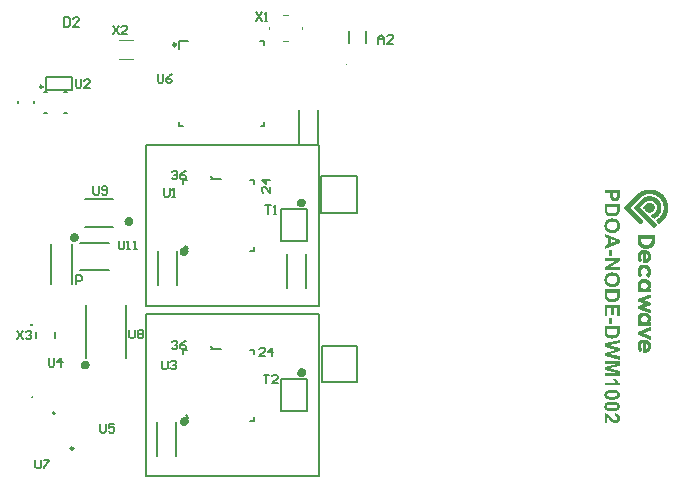
<source format=gto>
%FSLAX24Y24*%
%MOIN*%
G70*
G01*
G75*
G04 Layer_Color=127485*
%ADD10C,0.0197*%
%ADD11C,0.0276*%
%ADD12R,0.0315X0.0276*%
%ADD13R,0.0295X0.0591*%
%ADD14R,0.0315X0.0118*%
%ADD15R,0.0394X0.0709*%
%ADD16R,0.0177X0.0098*%
%ADD17R,0.0177X0.0138*%
G04:AMPARAMS|DCode=18|XSize=59.1mil|YSize=17.7mil|CornerRadius=0mil|HoleSize=0mil|Usage=FLASHONLY|Rotation=90.000|XOffset=0mil|YOffset=0mil|HoleType=Round|Shape=RoundedRectangle|*
%AMROUNDEDRECTD18*
21,1,0.0591,0.0177,0,0,90.0*
21,1,0.0591,0.0177,0,0,90.0*
1,1,0.0000,0.0089,0.0295*
1,1,0.0000,0.0089,-0.0295*
1,1,0.0000,-0.0089,-0.0295*
1,1,0.0000,-0.0089,0.0295*
%
%ADD18ROUNDEDRECTD18*%
%ADD19R,0.0118X0.0315*%
%ADD20R,0.0472X0.0787*%
%ADD21R,0.0354X0.0157*%
%ADD22R,0.0189X0.0197*%
%ADD23R,0.0039X0.0039*%
%ADD24R,0.0246X0.1496*%
%ADD25R,0.0246X0.1043*%
%ADD26R,0.1232X0.0246*%
%ADD27R,0.1496X0.0246*%
%ADD28R,0.0177X0.0197*%
%ADD29R,0.0118X0.0118*%
G04:AMPARAMS|DCode=30|XSize=11.8mil|YSize=11.8mil|CornerRadius=0.3mil|HoleSize=0mil|Usage=FLASHONLY|Rotation=270.000|XOffset=0mil|YOffset=0mil|HoleType=Round|Shape=RoundedRectangle|*
%AMROUNDEDRECTD30*
21,1,0.0118,0.0112,0,0,270.0*
21,1,0.0112,0.0118,0,0,270.0*
1,1,0.0006,-0.0056,-0.0056*
1,1,0.0006,-0.0056,0.0056*
1,1,0.0006,0.0056,0.0056*
1,1,0.0006,0.0056,-0.0056*
%
%ADD30ROUNDEDRECTD30*%
%ADD31R,0.1654X0.1654*%
%ADD32R,0.0374X0.0079*%
%ADD33R,0.0079X0.0374*%
G04:AMPARAMS|DCode=34|XSize=39.4mil|YSize=23.6mil|CornerRadius=0.6mil|HoleSize=0mil|Usage=FLASHONLY|Rotation=270.000|XOffset=0mil|YOffset=0mil|HoleType=Round|Shape=RoundedRectangle|*
%AMROUNDEDRECTD34*
21,1,0.0394,0.0224,0,0,270.0*
21,1,0.0382,0.0236,0,0,270.0*
1,1,0.0012,-0.0112,-0.0191*
1,1,0.0012,-0.0112,0.0191*
1,1,0.0012,0.0112,0.0191*
1,1,0.0012,0.0112,-0.0191*
%
%ADD34ROUNDEDRECTD34*%
%ADD35R,0.0118X0.0118*%
%ADD36R,0.0630X0.0315*%
G04:AMPARAMS|DCode=37|XSize=25.2mil|YSize=24mil|CornerRadius=0.6mil|HoleSize=0mil|Usage=FLASHONLY|Rotation=90.000|XOffset=0mil|YOffset=0mil|HoleType=Round|Shape=RoundedRectangle|*
%AMROUNDEDRECTD37*
21,1,0.0252,0.0228,0,0,90.0*
21,1,0.0240,0.0240,0,0,90.0*
1,1,0.0012,0.0114,0.0120*
1,1,0.0012,0.0114,-0.0120*
1,1,0.0012,-0.0114,-0.0120*
1,1,0.0012,-0.0114,0.0120*
%
%ADD37ROUNDEDRECTD37*%
%ADD38R,0.0138X0.0226*%
%ADD39R,0.0226X0.0138*%
%ADD40R,0.0138X0.0148*%
%ADD41R,0.0148X0.0138*%
%ADD42C,0.0354*%
%ADD43R,0.0138X0.0236*%
%ADD44R,0.0295X0.0197*%
%ADD45R,0.0390X0.0430*%
G04:AMPARAMS|DCode=46|XSize=31.5mil|YSize=31.5mil|CornerRadius=0.8mil|HoleSize=0mil|Usage=FLASHONLY|Rotation=180.000|XOffset=0mil|YOffset=0mil|HoleType=Round|Shape=RoundedRectangle|*
%AMROUNDEDRECTD46*
21,1,0.0315,0.0299,0,0,180.0*
21,1,0.0299,0.0315,0,0,180.0*
1,1,0.0016,-0.0150,0.0150*
1,1,0.0016,0.0150,0.0150*
1,1,0.0016,0.0150,-0.0150*
1,1,0.0016,-0.0150,-0.0150*
%
%ADD46ROUNDEDRECTD46*%
G04:AMPARAMS|DCode=47|XSize=19.7mil|YSize=19.7mil|CornerRadius=0.5mil|HoleSize=0mil|Usage=FLASHONLY|Rotation=0.000|XOffset=0mil|YOffset=0mil|HoleType=Round|Shape=RoundedRectangle|*
%AMROUNDEDRECTD47*
21,1,0.0197,0.0187,0,0,0.0*
21,1,0.0187,0.0197,0,0,0.0*
1,1,0.0010,0.0094,-0.0094*
1,1,0.0010,-0.0094,-0.0094*
1,1,0.0010,-0.0094,0.0094*
1,1,0.0010,0.0094,0.0094*
%
%ADD47ROUNDEDRECTD47*%
G04:AMPARAMS|DCode=48|XSize=11.8mil|YSize=11.8mil|CornerRadius=0.3mil|HoleSize=0mil|Usage=FLASHONLY|Rotation=180.000|XOffset=0mil|YOffset=0mil|HoleType=Round|Shape=RoundedRectangle|*
%AMROUNDEDRECTD48*
21,1,0.0118,0.0112,0,0,180.0*
21,1,0.0112,0.0118,0,0,180.0*
1,1,0.0006,-0.0056,0.0056*
1,1,0.0006,0.0056,0.0056*
1,1,0.0006,0.0056,-0.0056*
1,1,0.0006,-0.0056,-0.0056*
%
%ADD48ROUNDEDRECTD48*%
%ADD49R,0.1909X0.1909*%
%ADD50C,0.0108*%
G04:AMPARAMS|DCode=51|XSize=35.4mil|YSize=31.5mil|CornerRadius=0.2mil|HoleSize=0mil|Usage=FLASHONLY|Rotation=180.000|XOffset=0mil|YOffset=0mil|HoleType=Round|Shape=RoundedRectangle|*
%AMROUNDEDRECTD51*
21,1,0.0354,0.0312,0,0,180.0*
21,1,0.0351,0.0315,0,0,180.0*
1,1,0.0003,-0.0176,0.0156*
1,1,0.0003,0.0176,0.0156*
1,1,0.0003,0.0176,-0.0156*
1,1,0.0003,-0.0176,-0.0156*
%
%ADD51ROUNDEDRECTD51*%
G04:AMPARAMS|DCode=52|XSize=19.7mil|YSize=19.7mil|CornerRadius=0.5mil|HoleSize=0mil|Usage=FLASHONLY|Rotation=270.000|XOffset=0mil|YOffset=0mil|HoleType=Round|Shape=RoundedRectangle|*
%AMROUNDEDRECTD52*
21,1,0.0197,0.0187,0,0,270.0*
21,1,0.0187,0.0197,0,0,270.0*
1,1,0.0010,-0.0094,-0.0094*
1,1,0.0010,-0.0094,0.0094*
1,1,0.0010,0.0094,0.0094*
1,1,0.0010,0.0094,-0.0094*
%
%ADD52ROUNDEDRECTD52*%
%ADD53R,0.0197X0.0177*%
G04:AMPARAMS|DCode=54|XSize=31.5mil|YSize=31.5mil|CornerRadius=0.8mil|HoleSize=0mil|Usage=FLASHONLY|Rotation=270.000|XOffset=0mil|YOffset=0mil|HoleType=Round|Shape=RoundedRectangle|*
%AMROUNDEDRECTD54*
21,1,0.0315,0.0299,0,0,270.0*
21,1,0.0299,0.0315,0,0,270.0*
1,1,0.0016,-0.0150,-0.0150*
1,1,0.0016,-0.0150,0.0150*
1,1,0.0016,0.0150,0.0150*
1,1,0.0016,0.0150,-0.0150*
%
%ADD54ROUNDEDRECTD54*%
%ADD55C,0.0472*%
%ADD56C,0.0039*%
%ADD57C,0.0079*%
%ADD58C,0.0060*%
%ADD59C,0.0157*%
%ADD60C,0.0200*%
%ADD61C,0.0118*%
%ADD62C,0.0120*%
%ADD63C,0.0150*%
%ADD64C,0.0059*%
%ADD65C,0.0060*%
%ADD66C,0.0030*%
%ADD67C,0.0080*%
%ADD68C,0.0276*%
%ADD69C,0.0070*%
%ADD70C,0.0100*%
%ADD71C,0.0110*%
%ADD72C,0.0068*%
%ADD73C,0.0130*%
%ADD74C,0.0055*%
%ADD75C,0.0177*%
%ADD76R,0.0433X0.0699*%
%ADD77R,0.0226X0.0157*%
%ADD78R,0.0650X0.0551*%
%ADD79R,0.0512X0.0394*%
%ADD80R,0.0630X0.0433*%
%ADD81R,0.0492X0.0482*%
%ADD82R,0.0364X0.0502*%
%ADD83R,0.0236X0.0404*%
%ADD84R,0.0130X0.0424*%
%ADD85R,0.0185X0.0433*%
%ADD86C,0.0315*%
%ADD87C,0.0276*%
%ADD88C,0.0157*%
%ADD89C,0.0240*%
%ADD90C,0.0200*%
%ADD91C,0.0180*%
%ADD92C,0.0177*%
%ADD93R,0.0315X0.0246*%
%ADD94R,0.0315X0.0384*%
%ADD95R,0.0315X0.0463*%
%ADD96R,0.0315X0.0472*%
%ADD97R,0.0315X0.0394*%
%ADD98R,0.0315X0.0492*%
%ADD99R,0.0295X0.0443*%
%ADD100C,0.0300*%
%ADD101R,0.0315X0.0551*%
%ADD102C,0.0300*%
%ADD103C,0.0286*%
%ADD104C,0.0098*%
%ADD105C,0.0040*%
%ADD106C,0.0070*%
%ADD107C,0.0071*%
%ADD108C,0.0003*%
G36*
X20419Y3574D02*
X20420Y3573D01*
X20421Y3571D01*
X20421Y3568D01*
X20425Y3561D01*
X20429Y3551D01*
X20435Y3538D01*
X20443Y3524D01*
X20453Y3509D01*
X20465Y3493D01*
X20466Y3492D01*
X20467Y3491D01*
X20469Y3489D01*
X20472Y3486D01*
X20479Y3478D01*
X20488Y3469D01*
X20500Y3459D01*
X20515Y3448D01*
X20530Y3439D01*
X20547Y3432D01*
Y3353D01*
X20039D01*
Y3450D01*
X20405D01*
X20404Y3451D01*
X20402Y3452D01*
X20400Y3455D01*
X20397Y3459D01*
X20392Y3465D01*
X20388Y3470D01*
X20383Y3478D01*
X20377Y3486D01*
X20371Y3494D01*
X20365Y3504D01*
X20359Y3514D01*
X20353Y3525D01*
X20342Y3548D01*
X20332Y3575D01*
X20419D01*
Y3574D01*
D02*
G37*
G36*
X20544Y6369D02*
Y6368D01*
Y6366D01*
Y6363D01*
Y6359D01*
Y6353D01*
X20543Y6347D01*
X20542Y6333D01*
X20542Y6318D01*
X20539Y6302D01*
X20537Y6286D01*
X20534Y6273D01*
Y6272D01*
X20533Y6270D01*
X20532Y6268D01*
X20531Y6265D01*
X20528Y6257D01*
X20523Y6246D01*
X20516Y6235D01*
X20508Y6222D01*
X20499Y6209D01*
X20487Y6197D01*
Y6196D01*
X20486Y6195D01*
X20481Y6192D01*
X20474Y6186D01*
X20464Y6179D01*
X20453Y6171D01*
X20439Y6163D01*
X20423Y6155D01*
X20405Y6149D01*
X20405D01*
X20403Y6148D01*
X20400Y6147D01*
X20397Y6146D01*
X20392Y6145D01*
X20386Y6144D01*
X20380Y6142D01*
X20373Y6140D01*
X20364Y6138D01*
X20355Y6137D01*
X20346Y6136D01*
X20335Y6135D01*
X20312Y6133D01*
X20287Y6132D01*
X20276D01*
X20270Y6133D01*
X20265D01*
X20257Y6133D01*
X20249Y6134D01*
X20233Y6136D01*
X20215Y6138D01*
X20197Y6143D01*
X20179Y6148D01*
X20179D01*
X20177Y6149D01*
X20174Y6150D01*
X20170Y6152D01*
X20165Y6153D01*
X20160Y6156D01*
X20147Y6162D01*
X20133Y6169D01*
X20118Y6179D01*
X20104Y6190D01*
X20090Y6202D01*
X20088Y6203D01*
X20085Y6207D01*
X20081Y6213D01*
X20075Y6221D01*
X20069Y6231D01*
X20062Y6243D01*
X20055Y6257D01*
X20050Y6273D01*
Y6274D01*
X20049Y6275D01*
Y6277D01*
X20048Y6279D01*
X20047Y6287D01*
X20044Y6297D01*
X20042Y6310D01*
X20041Y6325D01*
X20040Y6343D01*
X20039Y6363D01*
Y6554D01*
X20544D01*
Y6369D01*
D02*
G37*
G36*
Y7513D02*
X20204Y7304D01*
X20544D01*
Y7210D01*
X20039D01*
Y7312D01*
X20372Y7517D01*
X20039D01*
Y7611D01*
X20544D01*
Y7513D01*
D02*
G37*
G36*
X20301Y7123D02*
X20308D01*
X20315Y7122D01*
X20324Y7121D01*
X20333Y7120D01*
X20354Y7118D01*
X20375Y7114D01*
X20397Y7108D01*
X20418Y7101D01*
X20418D01*
X20419Y7100D01*
X20421Y7099D01*
X20424Y7098D01*
X20432Y7093D01*
X20441Y7088D01*
X20452Y7082D01*
X20463Y7074D01*
X20475Y7064D01*
X20487Y7054D01*
X20488Y7053D01*
X20488Y7053D01*
X20492Y7049D01*
X20498Y7042D01*
X20504Y7034D01*
X20512Y7025D01*
X20520Y7014D01*
X20527Y7002D01*
X20533Y6988D01*
Y6988D01*
X20534Y6986D01*
X20535Y6983D01*
X20536Y6980D01*
X20538Y6975D01*
X20539Y6970D01*
X20541Y6964D01*
X20543Y6957D01*
X20547Y6941D01*
X20550Y6923D01*
X20553Y6902D01*
X20553Y6880D01*
Y6878D01*
Y6875D01*
X20553Y6869D01*
Y6862D01*
X20551Y6852D01*
X20550Y6841D01*
X20547Y6829D01*
X20545Y6816D01*
X20541Y6802D01*
X20537Y6787D01*
X20531Y6773D01*
X20524Y6757D01*
X20516Y6743D01*
X20507Y6728D01*
X20496Y6714D01*
X20483Y6701D01*
X20483Y6701D01*
X20480Y6698D01*
X20476Y6695D01*
X20471Y6691D01*
X20464Y6686D01*
X20455Y6680D01*
X20445Y6674D01*
X20433Y6668D01*
X20421Y6661D01*
X20406Y6655D01*
X20390Y6650D01*
X20373Y6644D01*
X20354Y6640D01*
X20335Y6637D01*
X20313Y6635D01*
X20291Y6634D01*
X20286D01*
X20279Y6635D01*
X20270D01*
X20260Y6636D01*
X20249Y6638D01*
X20235Y6640D01*
X20221Y6642D01*
X20206Y6646D01*
X20190Y6650D01*
X20174Y6656D01*
X20157Y6663D01*
X20142Y6670D01*
X20127Y6679D01*
X20112Y6690D01*
X20098Y6701D01*
X20098Y6702D01*
X20096Y6704D01*
X20092Y6708D01*
X20087Y6714D01*
X20082Y6720D01*
X20077Y6728D01*
X20071Y6738D01*
X20064Y6748D01*
X20058Y6760D01*
X20052Y6773D01*
X20046Y6788D01*
X20041Y6804D01*
X20036Y6821D01*
X20033Y6839D01*
X20031Y6858D01*
X20030Y6878D01*
Y6880D01*
Y6884D01*
X20031Y6889D01*
X20031Y6897D01*
X20032Y6906D01*
X20034Y6917D01*
X20036Y6929D01*
X20039Y6943D01*
X20042Y6957D01*
X20047Y6971D01*
X20052Y6986D01*
X20059Y7001D01*
X20066Y7016D01*
X20076Y7030D01*
X20086Y7044D01*
X20098Y7057D01*
X20099Y7058D01*
X20101Y7060D01*
X20106Y7063D01*
X20111Y7067D01*
X20118Y7072D01*
X20127Y7078D01*
X20136Y7084D01*
X20148Y7090D01*
X20160Y7096D01*
X20175Y7102D01*
X20190Y7108D01*
X20207Y7113D01*
X20225Y7118D01*
X20245Y7120D01*
X20266Y7123D01*
X20288Y7123D01*
X20295D01*
X20301Y7123D01*
D02*
G37*
G36*
X20544Y5671D02*
X20459D01*
Y5943D01*
X20347D01*
Y5690D01*
X20262D01*
Y5943D01*
X20125D01*
Y5662D01*
X20039D01*
Y6045D01*
X20544D01*
Y5671D01*
D02*
G37*
G36*
Y5155D02*
Y5154D01*
Y5152D01*
Y5149D01*
Y5145D01*
Y5139D01*
X20543Y5133D01*
X20542Y5119D01*
X20542Y5104D01*
X20539Y5088D01*
X20537Y5073D01*
X20534Y5059D01*
Y5058D01*
X20533Y5057D01*
X20532Y5054D01*
X20531Y5052D01*
X20528Y5043D01*
X20523Y5033D01*
X20516Y5021D01*
X20508Y5008D01*
X20499Y4995D01*
X20487Y4983D01*
Y4982D01*
X20486Y4982D01*
X20481Y4978D01*
X20474Y4972D01*
X20464Y4966D01*
X20453Y4958D01*
X20439Y4949D01*
X20423Y4941D01*
X20405Y4935D01*
X20405D01*
X20403Y4934D01*
X20400Y4933D01*
X20397Y4932D01*
X20392Y4931D01*
X20386Y4930D01*
X20380Y4928D01*
X20373Y4926D01*
X20364Y4925D01*
X20355Y4923D01*
X20346Y4922D01*
X20335Y4921D01*
X20312Y4919D01*
X20287Y4918D01*
X20276D01*
X20270Y4919D01*
X20265D01*
X20257Y4920D01*
X20249Y4920D01*
X20233Y4922D01*
X20215Y4925D01*
X20197Y4929D01*
X20179Y4934D01*
X20179D01*
X20177Y4935D01*
X20174Y4936D01*
X20170Y4938D01*
X20165Y4939D01*
X20160Y4942D01*
X20147Y4948D01*
X20133Y4955D01*
X20118Y4965D01*
X20104Y4976D01*
X20090Y4988D01*
X20088Y4990D01*
X20085Y4993D01*
X20081Y4999D01*
X20075Y5007D01*
X20069Y5017D01*
X20062Y5029D01*
X20055Y5044D01*
X20050Y5060D01*
Y5060D01*
X20049Y5061D01*
Y5063D01*
X20048Y5065D01*
X20047Y5073D01*
X20044Y5084D01*
X20042Y5096D01*
X20041Y5111D01*
X20040Y5130D01*
X20039Y5149D01*
Y5340D01*
X20544D01*
Y5155D01*
D02*
G37*
G36*
Y4777D02*
X20197Y4701D01*
X20544Y4609D01*
Y4487D01*
X20191Y4399D01*
X20544Y4322D01*
Y4219D01*
X20039Y4341D01*
Y4451D01*
X20416Y4550D01*
X20039Y4651D01*
Y4761D01*
X20544Y4881D01*
Y4777D01*
D02*
G37*
G36*
X20271Y5397D02*
X20174D01*
Y5587D01*
X20271D01*
Y5397D01*
D02*
G37*
G36*
X20544Y4015D02*
X20199Y3925D01*
X20544Y3835D01*
Y3682D01*
X20039D01*
Y3776D01*
X20436Y3777D01*
X20039Y3876D01*
Y3974D01*
X20436Y4073D01*
X20039D01*
Y4167D01*
X20544D01*
Y4015D01*
D02*
G37*
G36*
X20312Y2815D02*
X20324Y2814D01*
X20338Y2813D01*
X20352Y2811D01*
X20368Y2810D01*
X20385Y2807D01*
X20402Y2804D01*
X20419Y2800D01*
X20436Y2795D01*
X20452Y2789D01*
X20467Y2783D01*
X20482Y2776D01*
X20494Y2767D01*
X20495Y2766D01*
X20496Y2765D01*
X20499Y2762D01*
X20502Y2759D01*
X20507Y2755D01*
X20511Y2750D01*
X20515Y2744D01*
X20521Y2737D01*
X20526Y2729D01*
X20530Y2721D01*
X20534Y2711D01*
X20539Y2701D01*
X20542Y2690D01*
X20545Y2678D01*
X20546Y2666D01*
X20547Y2652D01*
Y2652D01*
Y2649D01*
Y2645D01*
X20546Y2640D01*
X20545Y2634D01*
X20544Y2627D01*
X20542Y2620D01*
X20540Y2611D01*
X20537Y2601D01*
X20534Y2593D01*
X20530Y2583D01*
X20525Y2574D01*
X20518Y2564D01*
X20512Y2555D01*
X20504Y2546D01*
X20494Y2538D01*
X20494Y2537D01*
X20491Y2536D01*
X20488Y2534D01*
X20483Y2530D01*
X20475Y2526D01*
X20467Y2522D01*
X20457Y2518D01*
X20445Y2513D01*
X20432Y2509D01*
X20416Y2504D01*
X20399Y2500D01*
X20381Y2496D01*
X20360Y2493D01*
X20338Y2491D01*
X20314Y2489D01*
X20288Y2488D01*
X20274D01*
X20265Y2489D01*
X20253Y2490D01*
X20239Y2491D01*
X20225Y2493D01*
X20208Y2494D01*
X20192Y2497D01*
X20174Y2501D01*
X20157Y2504D01*
X20141Y2510D01*
X20124Y2515D01*
X20109Y2522D01*
X20094Y2529D01*
X20082Y2538D01*
X20081Y2539D01*
X20079Y2540D01*
X20077Y2542D01*
X20074Y2545D01*
X20070Y2550D01*
X20066Y2555D01*
X20061Y2561D01*
X20056Y2568D01*
X20051Y2576D01*
X20046Y2584D01*
X20042Y2593D01*
X20038Y2604D01*
X20035Y2614D01*
X20032Y2627D01*
X20031Y2639D01*
X20030Y2652D01*
Y2653D01*
Y2655D01*
X20031Y2660D01*
Y2665D01*
X20031Y2671D01*
X20033Y2678D01*
X20034Y2686D01*
X20037Y2695D01*
X20040Y2704D01*
X20044Y2714D01*
X20048Y2724D01*
X20054Y2733D01*
X20060Y2744D01*
X20068Y2753D01*
X20076Y2762D01*
X20086Y2771D01*
X20087Y2772D01*
X20089Y2773D01*
X20093Y2776D01*
X20097Y2778D01*
X20104Y2781D01*
X20112Y2785D01*
X20122Y2789D01*
X20133Y2793D01*
X20146Y2797D01*
X20160Y2802D01*
X20177Y2805D01*
X20195Y2808D01*
X20216Y2811D01*
X20238Y2814D01*
X20262Y2815D01*
X20289Y2816D01*
X20303D01*
X20312Y2815D01*
D02*
G37*
G36*
X20544Y9227D02*
Y9226D01*
Y9224D01*
Y9221D01*
Y9216D01*
Y9210D01*
X20543Y9205D01*
X20542Y9191D01*
X20542Y9175D01*
X20539Y9159D01*
X20537Y9144D01*
X20534Y9130D01*
Y9130D01*
X20533Y9128D01*
X20532Y9126D01*
X20531Y9123D01*
X20528Y9114D01*
X20523Y9104D01*
X20516Y9092D01*
X20508Y9079D01*
X20499Y9067D01*
X20487Y9054D01*
Y9054D01*
X20486Y9053D01*
X20481Y9049D01*
X20474Y9044D01*
X20464Y9037D01*
X20453Y9029D01*
X20439Y9021D01*
X20423Y9013D01*
X20405Y9006D01*
X20405D01*
X20403Y9006D01*
X20400Y9005D01*
X20397Y9003D01*
X20392Y9003D01*
X20386Y9001D01*
X20380Y9000D01*
X20373Y8998D01*
X20364Y8996D01*
X20355Y8995D01*
X20346Y8993D01*
X20335Y8993D01*
X20312Y8990D01*
X20287Y8990D01*
X20276D01*
X20270Y8990D01*
X20265D01*
X20257Y8991D01*
X20249Y8992D01*
X20233Y8993D01*
X20215Y8996D01*
X20197Y9001D01*
X20179Y9006D01*
X20179D01*
X20177Y9006D01*
X20174Y9008D01*
X20170Y9009D01*
X20165Y9011D01*
X20160Y9014D01*
X20147Y9019D01*
X20133Y9027D01*
X20118Y9036D01*
X20104Y9047D01*
X20090Y9060D01*
X20088Y9061D01*
X20085Y9065D01*
X20081Y9071D01*
X20075Y9079D01*
X20069Y9089D01*
X20062Y9100D01*
X20055Y9115D01*
X20050Y9131D01*
Y9132D01*
X20049Y9132D01*
Y9135D01*
X20048Y9137D01*
X20047Y9145D01*
X20044Y9155D01*
X20042Y9167D01*
X20041Y9183D01*
X20040Y9201D01*
X20039Y9221D01*
Y9412D01*
X20544D01*
Y9227D01*
D02*
G37*
G36*
X20044Y2435D02*
X20048Y2434D01*
X20052Y2434D01*
X20058Y2433D01*
X20071Y2430D01*
X20085Y2426D01*
X20101Y2420D01*
X20119Y2413D01*
X20136Y2403D01*
X20136D01*
X20138Y2402D01*
X20141Y2400D01*
X20144Y2397D01*
X20149Y2394D01*
X20154Y2390D01*
X20160Y2385D01*
X20168Y2379D01*
X20176Y2372D01*
X20185Y2364D01*
X20195Y2356D01*
X20206Y2345D01*
X20217Y2335D01*
X20230Y2322D01*
X20243Y2309D01*
X20257Y2294D01*
X20257Y2294D01*
X20260Y2292D01*
X20262Y2289D01*
X20267Y2284D01*
X20271Y2278D01*
X20277Y2273D01*
X20290Y2259D01*
X20304Y2246D01*
X20318Y2233D01*
X20324Y2227D01*
X20330Y2222D01*
X20335Y2217D01*
X20340Y2214D01*
X20341Y2214D01*
X20345Y2211D01*
X20351Y2208D01*
X20359Y2204D01*
X20367Y2200D01*
X20378Y2197D01*
X20388Y2195D01*
X20399Y2194D01*
X20404D01*
X20410Y2195D01*
X20418Y2196D01*
X20426Y2198D01*
X20434Y2201D01*
X20442Y2206D01*
X20449Y2211D01*
X20450Y2212D01*
X20452Y2214D01*
X20455Y2219D01*
X20458Y2224D01*
X20461Y2231D01*
X20464Y2239D01*
X20466Y2249D01*
X20467Y2259D01*
Y2261D01*
Y2265D01*
X20466Y2270D01*
X20464Y2277D01*
X20462Y2285D01*
X20459Y2293D01*
X20454Y2301D01*
X20448Y2308D01*
X20448Y2309D01*
X20445Y2311D01*
X20440Y2314D01*
X20434Y2317D01*
X20426Y2321D01*
X20415Y2324D01*
X20402Y2327D01*
X20388Y2328D01*
X20397Y2424D01*
X20398D01*
X20401Y2423D01*
X20405D01*
X20410Y2422D01*
X20417Y2421D01*
X20424Y2419D01*
X20432Y2417D01*
X20442Y2415D01*
X20460Y2407D01*
X20479Y2399D01*
X20488Y2393D01*
X20497Y2386D01*
X20504Y2379D01*
X20512Y2371D01*
X20512Y2370D01*
X20513Y2369D01*
X20515Y2367D01*
X20518Y2363D01*
X20520Y2359D01*
X20523Y2353D01*
X20526Y2347D01*
X20529Y2340D01*
X20533Y2332D01*
X20536Y2323D01*
X20542Y2304D01*
X20545Y2281D01*
X20546Y2270D01*
X20547Y2257D01*
Y2257D01*
Y2254D01*
Y2250D01*
X20546Y2245D01*
X20545Y2238D01*
X20545Y2231D01*
X20543Y2223D01*
X20542Y2214D01*
X20537Y2195D01*
X20529Y2176D01*
X20525Y2166D01*
X20520Y2157D01*
X20513Y2148D01*
X20506Y2140D01*
X20505Y2139D01*
X20504Y2138D01*
X20502Y2136D01*
X20499Y2133D01*
X20495Y2130D01*
X20490Y2126D01*
X20485Y2122D01*
X20478Y2118D01*
X20464Y2111D01*
X20447Y2103D01*
X20437Y2101D01*
X20427Y2099D01*
X20416Y2098D01*
X20405Y2097D01*
X20399D01*
X20393Y2098D01*
X20385Y2098D01*
X20375Y2100D01*
X20364Y2102D01*
X20352Y2105D01*
X20340Y2109D01*
X20339Y2110D01*
X20335Y2111D01*
X20329Y2114D01*
X20321Y2119D01*
X20311Y2124D01*
X20300Y2130D01*
X20289Y2138D01*
X20276Y2148D01*
X20276Y2149D01*
X20272Y2152D01*
X20267Y2156D01*
X20260Y2163D01*
X20251Y2171D01*
X20239Y2182D01*
X20227Y2195D01*
X20211Y2211D01*
X20211Y2212D01*
X20210Y2214D01*
X20208Y2216D01*
X20205Y2219D01*
X20198Y2227D01*
X20189Y2236D01*
X20179Y2246D01*
X20170Y2255D01*
X20162Y2264D01*
X20158Y2267D01*
X20155Y2270D01*
X20155Y2270D01*
X20153Y2272D01*
X20150Y2274D01*
X20147Y2277D01*
X20139Y2284D01*
X20129Y2289D01*
Y2097D01*
X20039D01*
Y2436D01*
X20042D01*
X20044Y2435D01*
D02*
G37*
G36*
X20544Y9719D02*
Y9718D01*
Y9714D01*
Y9710D01*
Y9704D01*
Y9696D01*
X20543Y9688D01*
Y9679D01*
Y9669D01*
X20542Y9649D01*
X20540Y9628D01*
X20539Y9619D01*
X20539Y9611D01*
X20537Y9603D01*
X20536Y9598D01*
Y9597D01*
X20535Y9595D01*
X20534Y9593D01*
X20534Y9590D01*
X20530Y9582D01*
X20526Y9572D01*
X20519Y9561D01*
X20510Y9549D01*
X20499Y9537D01*
X20486Y9525D01*
X20486D01*
X20485Y9524D01*
X20483Y9522D01*
X20480Y9521D01*
X20475Y9518D01*
X20471Y9516D01*
X20466Y9513D01*
X20460Y9510D01*
X20445Y9505D01*
X20429Y9500D01*
X20410Y9497D01*
X20389Y9496D01*
X20381D01*
X20377Y9496D01*
X20372D01*
X20362Y9498D01*
X20349Y9500D01*
X20335Y9503D01*
X20322Y9507D01*
X20310Y9513D01*
X20308Y9514D01*
X20305Y9516D01*
X20299Y9520D01*
X20292Y9525D01*
X20284Y9531D01*
X20276Y9539D01*
X20268Y9547D01*
X20260Y9556D01*
X20260Y9557D01*
X20257Y9560D01*
X20254Y9566D01*
X20251Y9572D01*
X20246Y9580D01*
X20243Y9589D01*
X20239Y9598D01*
X20236Y9609D01*
Y9609D01*
Y9610D01*
X20235Y9612D01*
Y9615D01*
X20235Y9619D01*
X20234Y9624D01*
X20233Y9629D01*
Y9635D01*
X20233Y9642D01*
X20232Y9650D01*
X20231Y9659D01*
X20230Y9668D01*
Y9679D01*
X20230Y9689D01*
Y9701D01*
Y9713D01*
Y9780D01*
X20039D01*
Y9882D01*
X20544D01*
Y9719D01*
D02*
G37*
G36*
X20301Y8923D02*
X20308D01*
X20315Y8923D01*
X20324Y8922D01*
X20333Y8921D01*
X20354Y8918D01*
X20375Y8915D01*
X20397Y8909D01*
X20418Y8901D01*
X20418D01*
X20419Y8901D01*
X20421Y8899D01*
X20424Y8898D01*
X20432Y8894D01*
X20441Y8889D01*
X20452Y8882D01*
X20463Y8874D01*
X20475Y8865D01*
X20487Y8855D01*
X20488Y8854D01*
X20488Y8853D01*
X20492Y8850D01*
X20498Y8843D01*
X20504Y8835D01*
X20512Y8826D01*
X20520Y8815D01*
X20527Y8802D01*
X20533Y8789D01*
Y8788D01*
X20534Y8787D01*
X20535Y8784D01*
X20536Y8780D01*
X20538Y8776D01*
X20539Y8771D01*
X20541Y8764D01*
X20543Y8758D01*
X20547Y8742D01*
X20550Y8724D01*
X20553Y8702D01*
X20553Y8680D01*
Y8679D01*
Y8675D01*
X20553Y8670D01*
Y8662D01*
X20551Y8653D01*
X20550Y8642D01*
X20547Y8629D01*
X20545Y8616D01*
X20541Y8602D01*
X20537Y8588D01*
X20531Y8573D01*
X20524Y8558D01*
X20516Y8543D01*
X20507Y8529D01*
X20496Y8515D01*
X20483Y8502D01*
X20483Y8501D01*
X20480Y8499D01*
X20476Y8495D01*
X20471Y8492D01*
X20464Y8487D01*
X20455Y8481D01*
X20445Y8475D01*
X20433Y8468D01*
X20421Y8462D01*
X20406Y8456D01*
X20390Y8450D01*
X20373Y8445D01*
X20354Y8441D01*
X20335Y8438D01*
X20313Y8436D01*
X20291Y8435D01*
X20286D01*
X20279Y8436D01*
X20270D01*
X20260Y8437D01*
X20249Y8438D01*
X20235Y8441D01*
X20221Y8443D01*
X20206Y8446D01*
X20190Y8451D01*
X20174Y8457D01*
X20157Y8463D01*
X20142Y8471D01*
X20127Y8480D01*
X20112Y8490D01*
X20098Y8502D01*
X20098Y8503D01*
X20096Y8505D01*
X20092Y8508D01*
X20087Y8514D01*
X20082Y8521D01*
X20077Y8529D01*
X20071Y8538D01*
X20064Y8549D01*
X20058Y8561D01*
X20052Y8574D01*
X20046Y8589D01*
X20041Y8605D01*
X20036Y8621D01*
X20033Y8640D01*
X20031Y8659D01*
X20030Y8679D01*
Y8680D01*
Y8684D01*
X20031Y8690D01*
X20031Y8697D01*
X20032Y8707D01*
X20034Y8718D01*
X20036Y8730D01*
X20039Y8743D01*
X20042Y8758D01*
X20047Y8772D01*
X20052Y8787D01*
X20059Y8802D01*
X20066Y8817D01*
X20076Y8831D01*
X20086Y8845D01*
X20098Y8858D01*
X20099Y8858D01*
X20101Y8861D01*
X20106Y8863D01*
X20111Y8868D01*
X20118Y8873D01*
X20127Y8879D01*
X20136Y8885D01*
X20148Y8890D01*
X20160Y8897D01*
X20175Y8903D01*
X20190Y8909D01*
X20207Y8914D01*
X20225Y8918D01*
X20245Y8921D01*
X20266Y8923D01*
X20288Y8924D01*
X20295D01*
X20301Y8923D01*
D02*
G37*
G36*
X20544Y8211D02*
Y8103D01*
X20039Y7900D01*
Y8011D01*
X20154Y8054D01*
Y8257D01*
X20039Y8299D01*
Y8406D01*
X20544Y8211D01*
D02*
G37*
G36*
X20271Y7668D02*
X20174D01*
Y7858D01*
X20271D01*
Y7668D01*
D02*
G37*
G36*
X20312Y3207D02*
X20324Y3206D01*
X20338Y3205D01*
X20352Y3204D01*
X20368Y3202D01*
X20385Y3199D01*
X20402Y3196D01*
X20419Y3192D01*
X20436Y3187D01*
X20452Y3182D01*
X20467Y3175D01*
X20482Y3168D01*
X20494Y3159D01*
X20495Y3158D01*
X20496Y3157D01*
X20499Y3155D01*
X20502Y3151D01*
X20507Y3147D01*
X20511Y3142D01*
X20515Y3136D01*
X20521Y3129D01*
X20526Y3121D01*
X20530Y3113D01*
X20534Y3104D01*
X20539Y3093D01*
X20542Y3083D01*
X20545Y3070D01*
X20546Y3058D01*
X20547Y3045D01*
Y3044D01*
Y3042D01*
Y3037D01*
X20546Y3032D01*
X20545Y3026D01*
X20544Y3019D01*
X20542Y3012D01*
X20540Y3003D01*
X20537Y2994D01*
X20534Y2985D01*
X20530Y2975D01*
X20525Y2966D01*
X20518Y2956D01*
X20512Y2947D01*
X20504Y2938D01*
X20494Y2930D01*
X20494Y2929D01*
X20491Y2928D01*
X20488Y2926D01*
X20483Y2922D01*
X20475Y2918D01*
X20467Y2914D01*
X20457Y2910D01*
X20445Y2905D01*
X20432Y2901D01*
X20416Y2896D01*
X20399Y2892D01*
X20381Y2889D01*
X20360Y2885D01*
X20338Y2883D01*
X20314Y2881D01*
X20288Y2881D01*
X20274D01*
X20265Y2881D01*
X20253Y2882D01*
X20239Y2883D01*
X20225Y2885D01*
X20208Y2886D01*
X20192Y2889D01*
X20174Y2893D01*
X20157Y2897D01*
X20141Y2902D01*
X20124Y2907D01*
X20109Y2914D01*
X20094Y2921D01*
X20082Y2930D01*
X20081Y2931D01*
X20079Y2932D01*
X20077Y2935D01*
X20074Y2937D01*
X20070Y2942D01*
X20066Y2947D01*
X20061Y2953D01*
X20056Y2960D01*
X20051Y2968D01*
X20046Y2976D01*
X20042Y2986D01*
X20038Y2996D01*
X20035Y3007D01*
X20032Y3019D01*
X20031Y3031D01*
X20030Y3045D01*
Y3045D01*
Y3048D01*
X20031Y3052D01*
Y3057D01*
X20031Y3063D01*
X20033Y3070D01*
X20034Y3078D01*
X20037Y3087D01*
X20040Y3096D01*
X20044Y3106D01*
X20048Y3116D01*
X20054Y3126D01*
X20060Y3136D01*
X20068Y3145D01*
X20076Y3155D01*
X20086Y3163D01*
X20087Y3164D01*
X20089Y3166D01*
X20093Y3168D01*
X20097Y3170D01*
X20104Y3174D01*
X20112Y3177D01*
X20122Y3182D01*
X20133Y3185D01*
X20146Y3190D01*
X20160Y3194D01*
X20177Y3198D01*
X20195Y3201D01*
X20216Y3204D01*
X20238Y3206D01*
X20262Y3207D01*
X20289Y3208D01*
X20303D01*
X20312Y3207D01*
D02*
G37*
%LPC*%
G36*
X20304Y2714D02*
X20266D01*
X20258Y2713D01*
X20249D01*
X20239Y2712D01*
X20219Y2711D01*
X20198Y2710D01*
X20189Y2709D01*
X20180Y2708D01*
X20172Y2706D01*
X20165Y2705D01*
X20163Y2704D01*
X20160Y2703D01*
X20154Y2701D01*
X20147Y2699D01*
X20140Y2695D01*
X20133Y2692D01*
X20126Y2687D01*
X20121Y2683D01*
X20120Y2682D01*
X20120Y2681D01*
X20117Y2678D01*
X20116Y2674D01*
X20114Y2670D01*
X20112Y2665D01*
X20111Y2659D01*
X20110Y2652D01*
Y2652D01*
Y2649D01*
X20111Y2646D01*
X20112Y2642D01*
X20113Y2637D01*
X20114Y2632D01*
X20117Y2627D01*
X20121Y2622D01*
X20122Y2621D01*
X20123Y2620D01*
X20126Y2617D01*
X20131Y2614D01*
X20136Y2611D01*
X20143Y2607D01*
X20151Y2604D01*
X20161Y2601D01*
X20162D01*
X20163Y2600D01*
X20165D01*
X20168Y2599D01*
X20173Y2598D01*
X20178Y2598D01*
X20184Y2596D01*
X20191Y2596D01*
X20199Y2595D01*
X20208Y2593D01*
X20219Y2593D01*
X20230Y2592D01*
X20243Y2591D01*
X20257D01*
X20272Y2590D01*
X20310D01*
X20318Y2591D01*
X20327D01*
X20337Y2592D01*
X20357Y2593D01*
X20377Y2594D01*
X20386Y2596D01*
X20396Y2597D01*
X20404Y2598D01*
X20410Y2600D01*
X20411D01*
X20412Y2601D01*
X20416Y2601D01*
X20421Y2604D01*
X20429Y2606D01*
X20436Y2609D01*
X20443Y2613D01*
X20450Y2617D01*
X20455Y2622D01*
X20456Y2623D01*
X20457Y2624D01*
X20459Y2627D01*
X20461Y2631D01*
X20463Y2635D01*
X20465Y2640D01*
X20466Y2646D01*
X20467Y2652D01*
Y2653D01*
Y2655D01*
X20466Y2659D01*
X20465Y2663D01*
X20464Y2668D01*
X20461Y2673D01*
X20459Y2679D01*
X20455Y2684D01*
X20454Y2684D01*
X20453Y2686D01*
X20450Y2688D01*
X20446Y2691D01*
X20440Y2695D01*
X20434Y2698D01*
X20425Y2701D01*
X20415Y2704D01*
X20414D01*
X20413Y2705D01*
X20410D01*
X20408Y2706D01*
X20403Y2706D01*
X20398Y2707D01*
X20392Y2708D01*
X20385Y2709D01*
X20376Y2710D01*
X20367Y2711D01*
X20356Y2711D01*
X20346Y2712D01*
X20332Y2713D01*
X20319D01*
X20304Y2714D01*
D02*
G37*
G36*
Y3106D02*
X20266D01*
X20258Y3105D01*
X20249D01*
X20239Y3104D01*
X20219Y3104D01*
X20198Y3102D01*
X20189Y3101D01*
X20180Y3100D01*
X20172Y3099D01*
X20165Y3097D01*
X20163Y3096D01*
X20160Y3096D01*
X20154Y3093D01*
X20147Y3091D01*
X20140Y3088D01*
X20133Y3084D01*
X20126Y3080D01*
X20121Y3075D01*
X20120Y3074D01*
X20120Y3073D01*
X20117Y3070D01*
X20116Y3066D01*
X20114Y3062D01*
X20112Y3057D01*
X20111Y3051D01*
X20110Y3045D01*
Y3044D01*
Y3042D01*
X20111Y3038D01*
X20112Y3034D01*
X20113Y3029D01*
X20114Y3024D01*
X20117Y3019D01*
X20121Y3014D01*
X20122Y3013D01*
X20123Y3012D01*
X20126Y3009D01*
X20131Y3006D01*
X20136Y3003D01*
X20143Y2999D01*
X20151Y2996D01*
X20161Y2993D01*
X20162D01*
X20163Y2992D01*
X20165D01*
X20168Y2991D01*
X20173Y2991D01*
X20178Y2990D01*
X20184Y2988D01*
X20191Y2988D01*
X20199Y2987D01*
X20208Y2986D01*
X20219Y2985D01*
X20230Y2984D01*
X20243Y2983D01*
X20257D01*
X20272Y2983D01*
X20310D01*
X20318Y2983D01*
X20327D01*
X20337Y2984D01*
X20357Y2985D01*
X20377Y2986D01*
X20386Y2988D01*
X20396Y2989D01*
X20404Y2991D01*
X20410Y2992D01*
X20411D01*
X20412Y2993D01*
X20416Y2994D01*
X20421Y2996D01*
X20429Y2998D01*
X20436Y3002D01*
X20443Y3005D01*
X20450Y3010D01*
X20455Y3014D01*
X20456Y3015D01*
X20457Y3016D01*
X20459Y3019D01*
X20461Y3023D01*
X20463Y3027D01*
X20465Y3032D01*
X20466Y3038D01*
X20467Y3045D01*
Y3045D01*
Y3048D01*
X20466Y3051D01*
X20465Y3055D01*
X20464Y3060D01*
X20461Y3065D01*
X20459Y3071D01*
X20455Y3076D01*
X20454Y3077D01*
X20453Y3078D01*
X20450Y3080D01*
X20446Y3083D01*
X20440Y3087D01*
X20434Y3090D01*
X20425Y3093D01*
X20415Y3096D01*
X20414D01*
X20413Y3097D01*
X20410D01*
X20408Y3098D01*
X20403Y3099D01*
X20398Y3099D01*
X20392Y3100D01*
X20385Y3101D01*
X20376Y3102D01*
X20367Y3103D01*
X20356Y3104D01*
X20346Y3104D01*
X20332Y3105D01*
X20319D01*
X20304Y3106D01*
D02*
G37*
G36*
X20292Y8819D02*
X20284D01*
X20278Y8818D01*
X20270Y8818D01*
X20262Y8817D01*
X20253Y8815D01*
X20243Y8814D01*
X20222Y8810D01*
X20200Y8802D01*
X20190Y8798D01*
X20179Y8793D01*
X20170Y8786D01*
X20161Y8780D01*
X20160Y8779D01*
X20159Y8777D01*
X20157Y8775D01*
X20155Y8772D01*
X20151Y8769D01*
X20147Y8764D01*
X20143Y8759D01*
X20139Y8752D01*
X20131Y8738D01*
X20124Y8721D01*
X20121Y8711D01*
X20119Y8701D01*
X20117Y8690D01*
X20117Y8679D01*
Y8678D01*
Y8676D01*
Y8673D01*
X20117Y8669D01*
X20118Y8664D01*
X20119Y8658D01*
X20122Y8644D01*
X20128Y8628D01*
X20131Y8620D01*
X20135Y8611D01*
X20140Y8603D01*
X20146Y8594D01*
X20152Y8586D01*
X20160Y8579D01*
X20161Y8578D01*
X20163Y8578D01*
X20165Y8576D01*
X20168Y8573D01*
X20174Y8570D01*
X20179Y8567D01*
X20186Y8563D01*
X20194Y8559D01*
X20203Y8556D01*
X20212Y8552D01*
X20223Y8549D01*
X20235Y8546D01*
X20248Y8543D01*
X20262Y8541D01*
X20277Y8541D01*
X20293Y8540D01*
X20301D01*
X20308Y8541D01*
X20315Y8541D01*
X20323Y8542D01*
X20332Y8543D01*
X20342Y8545D01*
X20363Y8549D01*
X20385Y8556D01*
X20396Y8560D01*
X20405Y8565D01*
X20415Y8572D01*
X20424Y8578D01*
X20424Y8579D01*
X20426Y8580D01*
X20427Y8582D01*
X20430Y8585D01*
X20434Y8589D01*
X20437Y8594D01*
X20441Y8599D01*
X20445Y8605D01*
X20449Y8612D01*
X20453Y8620D01*
X20460Y8637D01*
X20463Y8646D01*
X20464Y8656D01*
X20466Y8667D01*
X20467Y8679D01*
Y8680D01*
Y8682D01*
Y8685D01*
X20466Y8689D01*
X20465Y8695D01*
X20464Y8701D01*
X20461Y8715D01*
X20456Y8732D01*
X20453Y8740D01*
X20448Y8749D01*
X20443Y8757D01*
X20437Y8766D01*
X20431Y8774D01*
X20423Y8781D01*
X20422Y8782D01*
X20421Y8783D01*
X20418Y8785D01*
X20415Y8787D01*
X20410Y8790D01*
X20405Y8793D01*
X20398Y8796D01*
X20390Y8800D01*
X20381Y8804D01*
X20372Y8807D01*
X20361Y8810D01*
X20349Y8813D01*
X20336Y8815D01*
X20322Y8818D01*
X20308Y8818D01*
X20292Y8819D01*
D02*
G37*
G36*
X20459Y9310D02*
X20125D01*
Y9235D01*
Y9234D01*
Y9232D01*
Y9230D01*
Y9227D01*
Y9220D01*
X20125Y9210D01*
Y9200D01*
X20127Y9190D01*
X20128Y9181D01*
X20129Y9173D01*
Y9171D01*
X20131Y9168D01*
X20132Y9164D01*
X20134Y9158D01*
X20137Y9151D01*
X20141Y9145D01*
X20145Y9138D01*
X20150Y9132D01*
X20151Y9131D01*
X20153Y9129D01*
X20157Y9126D01*
X20162Y9122D01*
X20168Y9119D01*
X20176Y9114D01*
X20187Y9110D01*
X20198Y9106D01*
X20199D01*
X20200Y9105D01*
X20202D01*
X20205Y9104D01*
X20208Y9103D01*
X20212Y9102D01*
X20223Y9100D01*
X20236Y9098D01*
X20252Y9096D01*
X20270Y9095D01*
X20291Y9095D01*
X20305D01*
X20311Y9095D01*
X20324Y9096D01*
X20338Y9097D01*
X20354Y9099D01*
X20367Y9102D01*
X20381Y9106D01*
X20381D01*
X20382Y9106D01*
X20386Y9108D01*
X20391Y9110D01*
X20399Y9113D01*
X20406Y9117D01*
X20414Y9122D01*
X20422Y9128D01*
X20429Y9135D01*
X20430Y9135D01*
X20432Y9138D01*
X20435Y9142D01*
X20439Y9147D01*
X20443Y9154D01*
X20447Y9162D01*
X20451Y9171D01*
X20453Y9181D01*
Y9182D01*
X20454Y9186D01*
X20455Y9192D01*
X20456Y9200D01*
Y9205D01*
X20457Y9211D01*
Y9218D01*
X20458Y9225D01*
Y9234D01*
X20459Y9243D01*
Y9253D01*
Y9264D01*
Y9310D01*
D02*
G37*
G36*
Y9780D02*
X20315D01*
Y9724D01*
Y9724D01*
Y9722D01*
Y9719D01*
Y9715D01*
Y9710D01*
X20316Y9705D01*
Y9692D01*
X20316Y9679D01*
X20318Y9665D01*
X20320Y9654D01*
X20321Y9649D01*
X20322Y9644D01*
X20323Y9644D01*
X20324Y9641D01*
X20326Y9637D01*
X20328Y9633D01*
X20332Y9627D01*
X20336Y9622D01*
X20341Y9617D01*
X20347Y9612D01*
X20348Y9611D01*
X20350Y9610D01*
X20354Y9609D01*
X20359Y9606D01*
X20364Y9604D01*
X20371Y9602D01*
X20378Y9601D01*
X20386Y9600D01*
X20391D01*
X20396Y9601D01*
X20402Y9603D01*
X20410Y9605D01*
X20418Y9608D01*
X20425Y9611D01*
X20432Y9617D01*
X20433Y9618D01*
X20435Y9620D01*
X20438Y9624D01*
X20442Y9628D01*
X20446Y9634D01*
X20450Y9641D01*
X20453Y9649D01*
X20455Y9658D01*
Y9659D01*
X20456Y9662D01*
X20456Y9667D01*
X20457Y9674D01*
Y9684D01*
X20458Y9690D01*
Y9697D01*
X20459Y9704D01*
Y9712D01*
Y9721D01*
Y9731D01*
Y9780D01*
D02*
G37*
G36*
X20239Y8226D02*
Y8087D01*
X20426Y8158D01*
X20239Y8226D01*
D02*
G37*
G36*
X20459Y5238D02*
X20125D01*
Y5163D01*
Y5162D01*
Y5161D01*
Y5159D01*
Y5156D01*
Y5148D01*
X20125Y5139D01*
Y5129D01*
X20127Y5119D01*
X20128Y5109D01*
X20129Y5101D01*
Y5100D01*
X20131Y5097D01*
X20132Y5092D01*
X20134Y5087D01*
X20137Y5080D01*
X20141Y5073D01*
X20145Y5067D01*
X20150Y5060D01*
X20151Y5060D01*
X20153Y5057D01*
X20157Y5054D01*
X20162Y5051D01*
X20168Y5047D01*
X20176Y5042D01*
X20187Y5038D01*
X20198Y5034D01*
X20199D01*
X20200Y5033D01*
X20202D01*
X20205Y5033D01*
X20208Y5031D01*
X20212Y5030D01*
X20223Y5028D01*
X20236Y5027D01*
X20252Y5025D01*
X20270Y5024D01*
X20291Y5023D01*
X20305D01*
X20311Y5024D01*
X20324Y5025D01*
X20338Y5026D01*
X20354Y5027D01*
X20367Y5030D01*
X20381Y5034D01*
X20381D01*
X20382Y5035D01*
X20386Y5036D01*
X20391Y5038D01*
X20399Y5041D01*
X20406Y5046D01*
X20414Y5051D01*
X20422Y5057D01*
X20429Y5063D01*
X20430Y5064D01*
X20432Y5066D01*
X20435Y5070D01*
X20439Y5076D01*
X20443Y5083D01*
X20447Y5091D01*
X20451Y5100D01*
X20453Y5110D01*
Y5111D01*
X20454Y5114D01*
X20455Y5120D01*
X20456Y5128D01*
Y5133D01*
X20457Y5140D01*
Y5146D01*
X20458Y5154D01*
Y5162D01*
X20459Y5172D01*
Y5182D01*
Y5193D01*
Y5238D01*
D02*
G37*
G36*
Y6452D02*
X20125D01*
Y6377D01*
Y6376D01*
Y6375D01*
Y6372D01*
Y6370D01*
Y6362D01*
X20125Y6353D01*
Y6343D01*
X20127Y6332D01*
X20128Y6323D01*
X20129Y6315D01*
Y6313D01*
X20131Y6311D01*
X20132Y6306D01*
X20134Y6300D01*
X20137Y6294D01*
X20141Y6287D01*
X20145Y6281D01*
X20150Y6274D01*
X20151Y6273D01*
X20153Y6271D01*
X20157Y6268D01*
X20162Y6265D01*
X20168Y6261D01*
X20176Y6256D01*
X20187Y6252D01*
X20198Y6248D01*
X20199D01*
X20200Y6247D01*
X20202D01*
X20205Y6246D01*
X20208Y6245D01*
X20212Y6244D01*
X20223Y6242D01*
X20236Y6241D01*
X20252Y6238D01*
X20270Y6238D01*
X20291Y6237D01*
X20305D01*
X20311Y6238D01*
X20324Y6238D01*
X20338Y6240D01*
X20354Y6241D01*
X20367Y6244D01*
X20381Y6248D01*
X20381D01*
X20382Y6249D01*
X20386Y6250D01*
X20391Y6252D01*
X20399Y6255D01*
X20406Y6259D01*
X20414Y6265D01*
X20422Y6270D01*
X20429Y6277D01*
X20430Y6278D01*
X20432Y6280D01*
X20435Y6284D01*
X20439Y6289D01*
X20443Y6297D01*
X20447Y6305D01*
X20451Y6313D01*
X20453Y6324D01*
Y6324D01*
X20454Y6328D01*
X20455Y6334D01*
X20456Y6342D01*
Y6347D01*
X20457Y6354D01*
Y6360D01*
X20458Y6367D01*
Y6376D01*
X20459Y6386D01*
Y6396D01*
Y6407D01*
Y6452D01*
D02*
G37*
G36*
X20292Y7018D02*
X20284D01*
X20278Y7018D01*
X20270Y7017D01*
X20262Y7016D01*
X20253Y7015D01*
X20243Y7013D01*
X20222Y7009D01*
X20200Y7002D01*
X20190Y6997D01*
X20179Y6992D01*
X20170Y6986D01*
X20161Y6979D01*
X20160Y6978D01*
X20159Y6977D01*
X20157Y6975D01*
X20155Y6972D01*
X20151Y6968D01*
X20147Y6963D01*
X20143Y6958D01*
X20139Y6951D01*
X20131Y6937D01*
X20124Y6920D01*
X20121Y6910D01*
X20119Y6900D01*
X20117Y6889D01*
X20117Y6878D01*
Y6878D01*
Y6875D01*
Y6873D01*
X20117Y6868D01*
X20118Y6863D01*
X20119Y6857D01*
X20122Y6843D01*
X20128Y6827D01*
X20131Y6819D01*
X20135Y6811D01*
X20140Y6803D01*
X20146Y6794D01*
X20152Y6786D01*
X20160Y6779D01*
X20161Y6778D01*
X20163Y6777D01*
X20165Y6775D01*
X20168Y6773D01*
X20174Y6769D01*
X20179Y6766D01*
X20186Y6762D01*
X20194Y6759D01*
X20203Y6755D01*
X20212Y6752D01*
X20223Y6748D01*
X20235Y6745D01*
X20248Y6743D01*
X20262Y6741D01*
X20277Y6740D01*
X20293Y6739D01*
X20301D01*
X20308Y6740D01*
X20315Y6741D01*
X20323Y6741D01*
X20332Y6742D01*
X20342Y6744D01*
X20363Y6749D01*
X20385Y6755D01*
X20396Y6760D01*
X20405Y6765D01*
X20415Y6771D01*
X20424Y6778D01*
X20424Y6779D01*
X20426Y6779D01*
X20427Y6781D01*
X20430Y6784D01*
X20434Y6789D01*
X20437Y6793D01*
X20441Y6798D01*
X20445Y6805D01*
X20449Y6811D01*
X20453Y6819D01*
X20460Y6836D01*
X20463Y6846D01*
X20464Y6856D01*
X20466Y6867D01*
X20467Y6878D01*
Y6879D01*
Y6881D01*
Y6884D01*
X20466Y6889D01*
X20465Y6894D01*
X20464Y6900D01*
X20461Y6915D01*
X20456Y6931D01*
X20453Y6940D01*
X20448Y6948D01*
X20443Y6956D01*
X20437Y6965D01*
X20431Y6973D01*
X20423Y6980D01*
X20422Y6981D01*
X20421Y6982D01*
X20418Y6984D01*
X20415Y6986D01*
X20410Y6989D01*
X20405Y6992D01*
X20398Y6996D01*
X20390Y6999D01*
X20381Y7003D01*
X20372Y7007D01*
X20361Y7010D01*
X20349Y7013D01*
X20336Y7015D01*
X20322Y7017D01*
X20308Y7018D01*
X20292Y7018D01*
D02*
G37*
%LPD*%
D56*
X11432Y14050D02*
G03*
X11432Y14050I-20J0D01*
G01*
D57*
X1713Y2426D02*
G03*
X1713Y2426I-39J0D01*
G01*
X956Y2972D02*
G03*
X956Y2972I-11J0D01*
G01*
X1339Y13150D02*
X1457D01*
X2008D02*
X2126D01*
X1339Y12441D02*
X1457D01*
X2008D02*
X2126D01*
X472Y12756D02*
Y12835D01*
X1024Y12756D02*
Y12835D01*
X1732Y4931D02*
Y5128D01*
X1083Y4931D02*
Y5128D01*
X11535Y14764D02*
Y15157D01*
X12087Y14764D02*
Y15157D01*
X5866Y12008D02*
Y12136D01*
X5866Y14577D02*
Y14843D01*
X6142D01*
X5866Y12008D02*
X5984D01*
X8593D02*
X8701D01*
X8553Y14843D02*
X8701D01*
Y14715D02*
Y14843D01*
Y12008D02*
Y12146D01*
X12470Y14734D02*
Y14944D01*
X12575Y15049D01*
X12680Y14944D01*
Y14734D01*
Y14892D01*
X12470D01*
X12995Y14734D02*
X12785D01*
X12995Y14944D01*
Y14997D01*
X12943Y15049D01*
X12838D01*
X12785Y14997D01*
X2008Y15630D02*
Y15315D01*
X2165D01*
X2218Y15367D01*
Y15577D01*
X2165Y15630D01*
X2008D01*
X2533Y15315D02*
X2323D01*
X2533Y15525D01*
Y15577D01*
X2480Y15630D01*
X2375D01*
X2323Y15577D01*
D69*
X4094Y4272D02*
Y6043D01*
X2756Y4272D02*
Y6043D01*
X2559Y7189D02*
X3504D01*
X2559Y8087D02*
X3504D01*
X6073Y2355D02*
X6166Y2262D01*
X8223Y2174D02*
X8354D01*
Y2305D01*
Y4405D02*
Y4536D01*
X8223D02*
X8354D01*
X5992D02*
X6123D01*
X5992Y4405D02*
Y4536D01*
X5984Y10066D02*
Y10197D01*
X6115D01*
X8215D02*
X8346D01*
Y10066D02*
Y10197D01*
Y7835D02*
Y7966D01*
X8215Y7835D02*
X8346D01*
X6065Y8016D02*
X6158Y7923D01*
X463Y5181D02*
X649Y4902D01*
Y5181D02*
X463Y4902D01*
X742Y5135D02*
X789Y5181D01*
X882D01*
X929Y5135D01*
Y5088D01*
X882Y5042D01*
X836D01*
X882D01*
X929Y4995D01*
Y4948D01*
X882Y4902D01*
X789D01*
X742Y4948D01*
X8425Y15792D02*
X8612Y15512D01*
Y15792D02*
X8425Y15512D01*
X8705D02*
X8798D01*
X8752D01*
Y15792D01*
X8705Y15745D01*
X5283Y4180D02*
Y3947D01*
X5330Y3900D01*
X5423D01*
X5470Y3947D01*
Y4180D01*
X5563Y4133D02*
X5610Y4180D01*
X5703D01*
X5750Y4133D01*
Y4087D01*
X5703Y4040D01*
X5657D01*
X5703D01*
X5750Y3993D01*
Y3947D01*
X5703Y3900D01*
X5610D01*
X5563Y3947D01*
X3652Y15339D02*
X3838Y15059D01*
Y15339D02*
X3652Y15059D01*
X4118D02*
X3931D01*
X4118Y15246D01*
Y15292D01*
X4071Y15339D01*
X3978D01*
X3931Y15292D01*
X3839Y8174D02*
Y7940D01*
X3885Y7894D01*
X3979D01*
X4025Y7940D01*
Y8174D01*
X4118Y7894D02*
X4212D01*
X4165D01*
Y8174D01*
X4118Y8127D01*
X4352Y7894D02*
X4445D01*
X4398D01*
Y8174D01*
X4352Y8127D01*
X3002Y9994D02*
Y9761D01*
X3049Y9715D01*
X3142D01*
X3189Y9761D01*
Y9994D01*
X3282Y9761D02*
X3329Y9715D01*
X3422D01*
X3468Y9761D01*
Y9948D01*
X3422Y9994D01*
X3329D01*
X3282Y9948D01*
Y9901D01*
X3329Y9855D01*
X3468D01*
X1063Y880D02*
Y647D01*
X1110Y600D01*
X1203D01*
X1250Y647D01*
Y880D01*
X1343D02*
X1530D01*
Y834D01*
X1343Y647D01*
Y600D01*
X5148Y13725D02*
Y13492D01*
X5194Y13445D01*
X5288D01*
X5334Y13492D01*
Y13725D01*
X5614D02*
X5521Y13678D01*
X5428Y13585D01*
Y13492D01*
X5474Y13445D01*
X5567D01*
X5614Y13492D01*
Y13538D01*
X5567Y13585D01*
X5428D01*
X1506Y4266D02*
Y4033D01*
X1553Y3986D01*
X1646D01*
X1693Y4033D01*
Y4266D01*
X1926Y3986D02*
Y4266D01*
X1786Y4126D01*
X1972D01*
X2411Y13557D02*
Y13324D01*
X2458Y13278D01*
X2551D01*
X2598Y13324D01*
Y13557D01*
X2878Y13278D02*
X2691D01*
X2878Y13464D01*
Y13511D01*
X2831Y13557D01*
X2738D01*
X2691Y13511D01*
X8674Y3709D02*
X8861D01*
X8768D01*
Y3429D01*
X9141D02*
X8954D01*
X9141Y3616D01*
Y3662D01*
X9094Y3709D01*
X9001D01*
X8954Y3662D01*
X3228Y2061D02*
Y1828D01*
X3275Y1781D01*
X3368D01*
X3415Y1828D01*
Y2061D01*
X3695D02*
X3508D01*
Y1921D01*
X3602Y1968D01*
X3648D01*
X3695Y1921D01*
Y1828D01*
X3648Y1781D01*
X3555D01*
X3508Y1828D01*
X8725Y9361D02*
X8912D01*
X8819D01*
Y9081D01*
X9005D02*
X9099D01*
X9052D01*
Y9361D01*
X9005Y9314D01*
X5355Y9931D02*
Y9697D01*
X5402Y9651D01*
X5495D01*
X5542Y9697D01*
Y9931D01*
X5635Y9651D02*
X5729D01*
X5682D01*
Y9931D01*
X5635Y9884D01*
X4193Y5211D02*
Y4978D01*
X4240Y4931D01*
X4333D01*
X4380Y4978D01*
Y5211D01*
X4473Y5164D02*
X4519Y5211D01*
X4613D01*
X4659Y5164D01*
Y5118D01*
X4613Y5071D01*
X4659Y5024D01*
Y4978D01*
X4613Y4931D01*
X4519D01*
X4473Y4978D01*
Y5024D01*
X4519Y5071D01*
X4473Y5118D01*
Y5164D01*
X4519Y5071D02*
X4613D01*
X2421Y6742D02*
Y7022D01*
X2561D01*
X2608Y6975D01*
Y6882D01*
X2561Y6835D01*
X2421D01*
X8720Y4320D02*
X8533D01*
X8720Y4507D01*
Y4553D01*
X8673Y4600D01*
X8580D01*
X8533Y4553D01*
X8953Y4320D02*
Y4600D01*
X8813Y4460D01*
X9000D01*
X5613Y4803D02*
X5660Y4850D01*
X5753D01*
X5800Y4803D01*
Y4757D01*
X5753Y4710D01*
X5707D01*
X5753D01*
X5800Y4663D01*
Y4617D01*
X5753Y4570D01*
X5660D01*
X5613Y4617D01*
X6080Y4850D02*
X5987Y4803D01*
X5893Y4710D01*
Y4617D01*
X5940Y4570D01*
X6033D01*
X6080Y4617D01*
Y4663D01*
X6033Y4710D01*
X5893D01*
X6920Y4570D02*
X7013D01*
X7246D01*
X6966D01*
X6920Y4663D01*
X5605Y10464D02*
X5652Y10511D01*
X5745D01*
X5792Y10464D01*
Y10417D01*
X5745Y10371D01*
X5699D01*
X5745D01*
X5792Y10324D01*
Y10277D01*
X5745Y10231D01*
X5652D01*
X5605Y10277D01*
X6072Y10511D02*
X5979Y10464D01*
X5885Y10371D01*
Y10277D01*
X5932Y10231D01*
X6025D01*
X6072Y10277D01*
Y10324D01*
X6025Y10371D01*
X5885D01*
X6912Y10231D02*
X7005D01*
X7238D01*
X6958D01*
X6912Y10324D01*
X8898Y9970D02*
Y9783D01*
X8711Y9970D01*
X8664D01*
X8618Y9923D01*
Y9830D01*
X8664Y9783D01*
X8898Y10203D02*
X8618D01*
X8758Y10063D01*
Y10250D01*
D70*
X1299Y13307D02*
G03*
X1299Y13307I-39J0D01*
G01*
X2323Y1260D02*
G03*
X2323Y1260I-39J0D01*
G01*
X935Y5374D02*
G03*
X935Y5374I-20J0D01*
G01*
D100*
X4183Y8819D02*
G03*
X4183Y8819I-10J0D01*
G01*
X9943Y3780D02*
G03*
X9943Y3780I-10J0D01*
G01*
X2372Y8287D02*
G03*
X2372Y8287I-10J0D01*
G01*
X6033Y2155D02*
G03*
X6033Y2155I-10J0D01*
G01*
X6025Y7816D02*
G03*
X6025Y7816I-10J0D01*
G01*
X9935Y9441D02*
G03*
X9935Y9441I-10J0D01*
G01*
D103*
X2726Y4035D02*
G03*
X2726Y4035I-10J0D01*
G01*
D104*
X5748Y14715D02*
G03*
X5748Y14715I-49J0D01*
G01*
D105*
X3858Y14882D02*
X4331D01*
X3858Y14252D02*
X4331D01*
X8858Y15236D02*
Y15315D01*
X9961Y15236D02*
Y15315D01*
X9331Y15709D02*
X9488D01*
X9331Y14843D02*
X9488D01*
D106*
X2717Y9582D02*
X3661D01*
X2717Y8646D02*
X3661D01*
X1579Y6742D02*
Y8081D01*
X2279Y6742D02*
Y8081D01*
X11780Y3460D02*
Y4660D01*
X10607Y3454D02*
X11780D01*
X10607Y3460D02*
Y4660D01*
Y4666D02*
X11780D01*
X1432Y13201D02*
X2269D01*
Y13649D01*
X1432D02*
X2269D01*
X1432Y13201D02*
Y13649D01*
X9449Y6604D02*
Y7726D01*
X10079Y6604D02*
Y7726D01*
X5140Y6700D02*
Y7822D01*
X5770Y6700D02*
Y7822D01*
X9862Y11398D02*
Y12520D01*
X10492Y11398D02*
Y12520D01*
X5758Y1014D02*
Y2136D01*
X5128Y1014D02*
Y2136D01*
X10599Y10327D02*
X11772D01*
X10599Y9121D02*
Y10321D01*
Y9115D02*
X11772D01*
Y9121D02*
Y10321D01*
D107*
X9254Y2512D02*
Y3568D01*
Y2512D02*
X10113D01*
Y3568D01*
X9254D02*
X10113D01*
X4748Y5988D02*
Y11383D01*
Y5988D02*
X10522D01*
Y11383D01*
X4748D02*
X10522D01*
X9246Y9228D02*
X10104D01*
Y8173D02*
Y9228D01*
X9246Y8173D02*
X10104D01*
X9246D02*
Y9228D01*
X4756Y327D02*
Y5723D01*
Y327D02*
X10530D01*
Y5723D01*
X4756D02*
X10530D01*
D108*
X20696Y9289D02*
Y9294D01*
X20699Y9286D02*
Y9296D01*
X20701Y9284D02*
Y9299D01*
X20704Y9281D02*
Y9301D01*
X20706Y9279D02*
Y9304D01*
X20709Y9276D02*
Y9306D01*
X20711Y9274D02*
Y9309D01*
X20714Y9271D02*
Y9311D01*
X20716Y9269D02*
Y9314D01*
X20719Y9266D02*
Y9316D01*
X20721Y9264D02*
Y9319D01*
X20724Y9261D02*
Y9321D01*
X20726Y9259D02*
Y9324D01*
X20729Y9256D02*
Y9326D01*
X20731Y9254D02*
Y9329D01*
X20734Y9251D02*
Y9331D01*
X20736Y9249D02*
Y9334D01*
X20739Y9246D02*
Y9336D01*
X20741Y9244D02*
Y9339D01*
X20744Y9241D02*
Y9341D01*
X20746Y9239D02*
Y9344D01*
X20749Y9236D02*
Y9346D01*
X20751Y9234D02*
Y9349D01*
X20754Y9231D02*
Y9351D01*
X20756Y9229D02*
Y9354D01*
X20759Y9226D02*
Y9356D01*
X20761Y9224D02*
Y9359D01*
X20764Y9221D02*
Y9361D01*
X20766Y9219D02*
Y9364D01*
X20769Y9216D02*
Y9366D01*
X20771Y9214D02*
Y9369D01*
X20774Y9211D02*
Y9371D01*
X20776Y9209D02*
Y9374D01*
X20779Y9206D02*
Y9376D01*
X20781Y9204D02*
Y9379D01*
X20784Y9201D02*
Y9381D01*
X20786Y9199D02*
Y9384D01*
X20789Y9196D02*
Y9386D01*
X20791Y9194D02*
Y9389D01*
X20794Y9191D02*
Y9391D01*
X20796Y9189D02*
Y9394D01*
X20799Y9186D02*
Y9396D01*
X20801Y9184D02*
Y9399D01*
X20804Y9181D02*
Y9401D01*
X20806Y9179D02*
Y9404D01*
X20809Y9176D02*
Y9406D01*
X20811Y9174D02*
Y9409D01*
X20814Y9171D02*
Y9411D01*
X20816Y9169D02*
Y9414D01*
X20819Y9166D02*
Y9416D01*
X20821Y9164D02*
Y9419D01*
X20824Y9161D02*
Y9421D01*
X20826Y9159D02*
Y9424D01*
X20829Y9156D02*
Y9426D01*
X20831Y9154D02*
Y9429D01*
X20834Y9151D02*
Y9431D01*
X20836Y9149D02*
Y9434D01*
X20839Y9146D02*
Y9436D01*
X20841Y9144D02*
Y9439D01*
X20844Y9141D02*
Y9441D01*
X20846Y9139D02*
Y9444D01*
X20849Y9136D02*
Y9446D01*
X20851Y9134D02*
Y9449D01*
X20854Y9131D02*
Y9291D01*
Y9294D02*
Y9451D01*
X20856Y9129D02*
Y9289D01*
Y9296D02*
Y9454D01*
X20859Y9126D02*
Y9286D01*
Y9299D02*
Y9456D01*
X20861Y9124D02*
Y9284D01*
Y9301D02*
Y9459D01*
X20864Y9121D02*
Y9281D01*
Y9304D02*
Y9461D01*
X20866Y9119D02*
Y9279D01*
Y9306D02*
Y9464D01*
X20869Y9116D02*
Y9276D01*
Y9309D02*
Y9466D01*
X20871Y9114D02*
Y9274D01*
Y9311D02*
Y9469D01*
X20874Y9111D02*
Y9271D01*
Y9314D02*
Y9471D01*
X20876Y9109D02*
Y9269D01*
Y9316D02*
Y9474D01*
X20879Y9106D02*
Y9266D01*
Y9319D02*
Y9476D01*
X20881Y9104D02*
Y9264D01*
Y9321D02*
Y9479D01*
X20884Y9101D02*
Y9261D01*
Y9324D02*
Y9481D01*
X20886Y9099D02*
Y9259D01*
Y9326D02*
Y9484D01*
X20889Y9096D02*
Y9256D01*
Y9329D02*
Y9486D01*
X20891Y9094D02*
Y9254D01*
Y9331D02*
Y9489D01*
X20894Y9091D02*
Y9251D01*
Y9334D02*
Y9491D01*
X20896Y9089D02*
Y9249D01*
Y9336D02*
Y9494D01*
X20899Y9086D02*
Y9246D01*
Y9339D02*
Y9496D01*
X20901Y9084D02*
Y9244D01*
Y9341D02*
Y9499D01*
X20904Y9081D02*
Y9241D01*
Y9344D02*
Y9501D01*
X20906Y9079D02*
Y9239D01*
Y9346D02*
Y9504D01*
X20909Y9076D02*
Y9236D01*
Y9349D02*
Y9506D01*
X20911Y9074D02*
Y9234D01*
Y9351D02*
Y9509D01*
X20914Y9071D02*
Y9231D01*
Y9354D02*
Y9511D01*
X20916Y9069D02*
Y9229D01*
Y9356D02*
Y9514D01*
X20919Y9066D02*
Y9226D01*
Y9359D02*
Y9516D01*
X20921Y9064D02*
Y9224D01*
Y9361D02*
Y9519D01*
X20924Y9061D02*
Y9221D01*
Y9364D02*
Y9521D01*
X20926Y9059D02*
Y9219D01*
Y9366D02*
Y9524D01*
X20929Y9056D02*
Y9216D01*
Y9369D02*
Y9526D01*
X20931Y9054D02*
Y9214D01*
Y9371D02*
Y9529D01*
X20934Y9051D02*
Y9211D01*
Y9374D02*
Y9531D01*
X20936Y9049D02*
Y9209D01*
Y9376D02*
Y9534D01*
X20939Y9046D02*
Y9206D01*
Y9379D02*
Y9536D01*
X20941Y9044D02*
Y9204D01*
Y9381D02*
Y9539D01*
X20944Y9041D02*
Y9201D01*
Y9384D02*
Y9541D01*
X20946Y9039D02*
Y9199D01*
Y9386D02*
Y9544D01*
X20949Y9036D02*
Y9196D01*
Y9389D02*
Y9546D01*
X20951Y9034D02*
Y9194D01*
Y9391D02*
Y9549D01*
X20954Y9031D02*
Y9191D01*
Y9394D02*
Y9551D01*
X20956Y9029D02*
Y9189D01*
Y9396D02*
Y9554D01*
X20959Y9026D02*
Y9186D01*
Y9399D02*
Y9556D01*
X20961Y9024D02*
Y9184D01*
Y9401D02*
Y9559D01*
X20964Y9021D02*
Y9181D01*
Y9404D02*
Y9561D01*
X20966Y9019D02*
Y9179D01*
Y9406D02*
Y9564D01*
X20969Y9016D02*
Y9176D01*
Y9409D02*
Y9566D01*
X20971Y9014D02*
Y9174D01*
Y9411D02*
Y9569D01*
X20974Y9011D02*
Y9171D01*
Y9414D02*
Y9571D01*
X20976Y9009D02*
Y9169D01*
Y9416D02*
Y9574D01*
X20979Y9006D02*
Y9166D01*
Y9419D02*
Y9576D01*
X20981Y9004D02*
Y9164D01*
Y9421D02*
Y9579D01*
X20984Y9001D02*
Y9161D01*
Y9424D02*
Y9581D01*
X20986Y8999D02*
Y9159D01*
Y9426D02*
Y9584D01*
X20989Y8996D02*
Y9156D01*
Y9429D02*
Y9586D01*
X20991Y8994D02*
Y9154D01*
Y9431D02*
Y9589D01*
X20994Y8991D02*
Y9151D01*
Y9434D02*
Y9591D01*
X20996Y8989D02*
Y9149D01*
Y9436D02*
Y9594D01*
X20999Y8986D02*
Y9146D01*
Y9439D02*
Y9596D01*
X21001Y8984D02*
Y9144D01*
Y9441D02*
Y9599D01*
X21004Y8981D02*
Y9141D01*
Y9444D02*
Y9601D01*
X21006Y8979D02*
Y9139D01*
Y9446D02*
Y9604D01*
X21009Y8976D02*
Y9136D01*
Y9449D02*
Y9606D01*
X21011Y8974D02*
Y9134D01*
Y9291D02*
Y9294D01*
Y9451D02*
Y9609D01*
X21014Y8971D02*
Y9131D01*
Y9289D02*
Y9296D01*
Y9454D02*
Y9611D01*
X21016Y8969D02*
Y9129D01*
Y9286D02*
Y9299D01*
Y9456D02*
Y9614D01*
X21019Y8966D02*
Y9126D01*
Y9284D02*
Y9301D01*
Y9459D02*
Y9616D01*
X21021Y8964D02*
Y9124D01*
Y9281D02*
Y9304D01*
Y9461D02*
Y9619D01*
X21024Y8961D02*
Y9121D01*
Y9279D02*
Y9306D01*
Y9464D02*
Y9621D01*
X21026Y8959D02*
Y9119D01*
Y9276D02*
Y9309D01*
Y9466D02*
Y9624D01*
X21029Y8956D02*
Y9116D01*
Y9274D02*
Y9311D01*
Y9469D02*
Y9626D01*
X21031Y8954D02*
Y9114D01*
Y9271D02*
Y9314D01*
Y9471D02*
Y9629D01*
X21034Y8951D02*
Y9111D01*
Y9269D02*
Y9316D01*
Y9474D02*
Y9631D01*
X21036Y8949D02*
Y9109D01*
Y9266D02*
Y9319D01*
Y9476D02*
Y9634D01*
X21039Y8946D02*
Y9106D01*
Y9264D02*
Y9321D01*
Y9479D02*
Y9636D01*
X21041Y8944D02*
Y9104D01*
Y9261D02*
Y9324D01*
Y9481D02*
Y9639D01*
X21044Y8941D02*
Y9101D01*
Y9259D02*
Y9326D01*
Y9484D02*
Y9641D01*
X21046Y8939D02*
Y9099D01*
Y9256D02*
Y9329D01*
Y9486D02*
Y9644D01*
X21049Y8936D02*
Y9096D01*
Y9254D02*
Y9331D01*
Y9489D02*
Y9646D01*
X21051Y8934D02*
Y9094D01*
Y9251D02*
Y9334D01*
Y9491D02*
Y9649D01*
X21054Y8931D02*
Y9091D01*
Y9249D02*
Y9336D01*
Y9494D02*
Y9651D01*
X21056Y8929D02*
Y9089D01*
Y9246D02*
Y9339D01*
Y9496D02*
Y9654D01*
X21059Y8926D02*
Y9086D01*
Y9244D02*
Y9341D01*
Y9499D02*
Y9656D01*
X21061Y8924D02*
Y9084D01*
Y9241D02*
Y9344D01*
Y9501D02*
Y9659D01*
X21064Y8921D02*
Y9081D01*
Y9239D02*
Y9346D01*
Y9504D02*
Y9661D01*
X21066Y8919D02*
Y9079D01*
Y9236D02*
Y9349D01*
Y9506D02*
Y9664D01*
X21069Y8916D02*
Y9076D01*
Y9234D02*
Y9351D01*
Y9509D02*
Y9666D01*
X21071Y8914D02*
Y9074D01*
Y9231D02*
Y9354D01*
Y9511D02*
Y9669D01*
X21074Y8911D02*
Y9071D01*
Y9229D02*
Y9356D01*
Y9514D02*
Y9671D01*
X21076Y8909D02*
Y9069D01*
Y9226D02*
Y9359D01*
Y9516D02*
Y9674D01*
X21079Y8906D02*
Y9066D01*
Y9224D02*
Y9361D01*
Y9519D02*
Y9676D01*
X21081Y8904D02*
Y9064D01*
Y9221D02*
Y9364D01*
Y9521D02*
Y9679D01*
X21084Y8901D02*
Y9061D01*
Y9219D02*
Y9366D01*
Y9524D02*
Y9681D01*
X21086Y8899D02*
Y9059D01*
Y9216D02*
Y9369D01*
Y9526D02*
Y9684D01*
X21089Y8896D02*
Y9056D01*
Y9214D02*
Y9371D01*
Y9529D02*
Y9686D01*
X21091Y8894D02*
Y9054D01*
Y9211D02*
Y9374D01*
Y9531D02*
Y9689D01*
X21094Y8891D02*
Y9051D01*
Y9209D02*
Y9376D01*
Y9534D02*
Y9691D01*
X21096Y8889D02*
Y9049D01*
Y9206D02*
Y9379D01*
Y9536D02*
Y9694D01*
X21099Y8886D02*
Y9046D01*
Y9204D02*
Y9381D01*
Y9539D02*
Y9696D01*
X21101Y8884D02*
Y9044D01*
Y9201D02*
Y9384D01*
Y9541D02*
Y9699D01*
X21104Y8881D02*
Y9041D01*
Y9199D02*
Y9386D01*
Y9544D02*
Y9701D01*
X21106Y8879D02*
Y9039D01*
Y9196D02*
Y9389D01*
Y9546D02*
Y9704D01*
X21109Y8876D02*
Y9036D01*
Y9194D02*
Y9391D01*
Y9549D02*
Y9706D01*
X21111Y8874D02*
Y9034D01*
Y9191D02*
Y9394D01*
Y9551D02*
Y9709D01*
X21114Y8871D02*
Y9031D01*
Y9189D02*
Y9396D01*
Y9554D02*
Y9711D01*
X21116Y8869D02*
Y9029D01*
Y9186D02*
Y9399D01*
Y9556D02*
Y9714D01*
X21119Y8866D02*
Y9026D01*
Y9184D02*
Y9401D01*
Y9559D02*
Y9716D01*
X21121Y8864D02*
Y9024D01*
Y9181D02*
Y9404D01*
Y9561D02*
Y9719D01*
X21124Y8861D02*
Y9021D01*
Y9179D02*
Y9406D01*
Y9564D02*
Y9721D01*
X21126Y8859D02*
Y9019D01*
Y9176D02*
Y9409D01*
Y9566D02*
Y9724D01*
X21129Y8856D02*
Y9016D01*
Y9174D02*
Y9411D01*
Y9569D02*
Y9726D01*
X21131Y8854D02*
Y9014D01*
Y9171D02*
Y9414D01*
Y9571D02*
Y9729D01*
X21134Y8851D02*
Y9011D01*
Y9169D02*
Y9416D01*
Y9574D02*
Y9731D01*
X21136Y8849D02*
Y9009D01*
Y9166D02*
Y9419D01*
Y9576D02*
Y9734D01*
X21139Y4644D02*
Y4709D01*
Y5569D02*
Y5621D01*
Y6684D02*
Y6741D01*
Y7126D02*
Y7201D01*
Y7621D02*
Y7694D01*
Y8846D02*
Y9006D01*
Y9164D02*
Y9421D01*
Y9579D02*
Y9736D01*
X21141Y4626D02*
Y4726D01*
Y5556D02*
Y5634D01*
Y6671D02*
Y6754D01*
Y7109D02*
Y7216D01*
Y7604D02*
Y7709D01*
Y8844D02*
Y9004D01*
Y9161D02*
Y9424D01*
Y9581D02*
Y9739D01*
X21144Y4614D02*
Y4736D01*
Y5546D02*
Y5644D01*
Y6664D02*
Y6764D01*
Y7099D02*
Y7229D01*
Y7594D02*
Y7719D01*
Y8841D02*
Y9001D01*
Y9159D02*
Y9426D01*
Y9584D02*
Y9741D01*
X21146Y4604D02*
Y4746D01*
Y5539D02*
Y5651D01*
Y6656D02*
Y6771D01*
Y7089D02*
Y7239D01*
Y7584D02*
Y7729D01*
Y8839D02*
Y8999D01*
Y9156D02*
Y9429D01*
Y9586D02*
Y9741D01*
X21149Y4596D02*
Y4754D01*
Y5081D02*
Y5136D01*
Y5374D02*
Y5459D01*
Y5534D02*
Y5659D01*
Y5944D02*
Y5996D01*
Y6189D02*
Y6241D01*
Y6491D02*
Y6576D01*
Y6649D02*
Y6779D01*
Y7081D02*
Y7246D01*
Y7576D02*
Y7736D01*
Y8166D02*
Y8366D01*
Y8836D02*
Y8996D01*
Y9154D02*
Y9431D01*
Y9589D02*
Y9744D01*
X21151Y4589D02*
Y4761D01*
Y5081D02*
Y5136D01*
Y5374D02*
Y5459D01*
Y5526D02*
Y5664D01*
Y5941D02*
Y5996D01*
Y6186D02*
Y6241D01*
Y6491D02*
Y6576D01*
Y6644D02*
Y6784D01*
Y7074D02*
Y7254D01*
Y7569D02*
Y7744D01*
Y8141D02*
Y8366D01*
Y8834D02*
Y8994D01*
Y9151D02*
Y9434D01*
Y9591D02*
Y9746D01*
X21154Y4584D02*
Y4766D01*
Y5079D02*
Y5139D01*
Y5374D02*
Y5459D01*
Y5521D02*
Y5671D01*
Y5941D02*
Y5999D01*
Y6186D02*
Y6244D01*
Y6491D02*
Y6576D01*
Y6639D02*
Y6789D01*
Y7066D02*
Y7261D01*
Y7564D02*
Y7749D01*
Y8124D02*
Y8366D01*
Y8831D02*
Y8991D01*
Y9149D02*
Y9436D01*
Y9594D02*
Y9749D01*
X21156Y4579D02*
Y4774D01*
Y5079D02*
Y5139D01*
Y5374D02*
Y5459D01*
Y5516D02*
Y5676D01*
Y5939D02*
Y5999D01*
Y6186D02*
Y6244D01*
Y6491D02*
Y6576D01*
Y6634D02*
Y6794D01*
Y7061D02*
Y7266D01*
Y7559D02*
Y7756D01*
Y8111D02*
Y8366D01*
Y8829D02*
Y8989D01*
Y9146D02*
Y9439D01*
Y9596D02*
Y9751D01*
X21159Y4571D02*
Y4779D01*
Y5076D02*
Y5141D01*
Y5374D02*
Y5459D01*
Y5514D02*
Y5681D01*
Y5939D02*
Y5999D01*
Y6184D02*
Y6244D01*
Y6491D02*
Y6576D01*
Y6629D02*
Y6799D01*
Y7056D02*
Y7271D01*
Y7554D02*
Y7761D01*
Y8101D02*
Y8366D01*
Y8826D02*
Y8986D01*
Y9144D02*
Y9441D01*
Y9599D02*
Y9754D01*
X21161Y4569D02*
Y4784D01*
Y5076D02*
Y5141D01*
Y5374D02*
Y5459D01*
Y5509D02*
Y5684D01*
Y5939D02*
Y6001D01*
Y6184D02*
Y6246D01*
Y6491D02*
Y6576D01*
Y6626D02*
Y6804D01*
Y7051D02*
Y7276D01*
Y7549D02*
Y7766D01*
Y8094D02*
Y8366D01*
Y8824D02*
Y8984D01*
Y9141D02*
Y9444D01*
Y9601D02*
Y9754D01*
X21164Y4564D02*
Y4786D01*
Y5074D02*
Y5144D01*
Y5374D02*
Y5459D01*
Y5504D02*
Y5689D01*
Y5936D02*
Y6001D01*
Y6184D02*
Y6246D01*
Y6491D02*
Y6576D01*
Y6621D02*
Y6806D01*
Y7046D02*
Y7281D01*
Y7544D02*
Y7769D01*
Y8086D02*
Y8366D01*
Y8821D02*
Y8981D01*
Y9139D02*
Y9446D01*
Y9604D02*
Y9756D01*
X21166Y4559D02*
Y4791D01*
Y5074D02*
Y5144D01*
Y5374D02*
Y5459D01*
Y5501D02*
Y5691D01*
Y5936D02*
Y6004D01*
Y6181D02*
Y6249D01*
Y6491D02*
Y6576D01*
Y6619D02*
Y6811D01*
Y7041D02*
Y7286D01*
Y7539D02*
Y7774D01*
Y8081D02*
Y8366D01*
Y8819D02*
Y8979D01*
Y9136D02*
Y9449D01*
Y9606D02*
Y9759D01*
X21169Y4554D02*
Y4796D01*
Y5074D02*
Y5146D01*
Y5374D02*
Y5459D01*
Y5499D02*
Y5696D01*
Y5936D02*
Y6004D01*
Y6181D02*
Y6249D01*
Y6491D02*
Y6576D01*
Y6614D02*
Y6814D01*
Y7036D02*
Y7291D01*
Y7536D02*
Y7779D01*
Y8076D02*
Y8366D01*
Y8816D02*
Y8976D01*
Y9134D02*
Y9451D01*
Y9609D02*
Y9761D01*
X21171Y4551D02*
Y4799D01*
Y5071D02*
Y5146D01*
Y5374D02*
Y5459D01*
Y5494D02*
Y5699D01*
Y5934D02*
Y6004D01*
Y6179D02*
Y6249D01*
Y6491D02*
Y6576D01*
Y6611D02*
Y6816D01*
Y7034D02*
Y7294D01*
Y7531D02*
Y7781D01*
Y8069D02*
Y8366D01*
Y8814D02*
Y8974D01*
Y9131D02*
Y9289D01*
Y9294D02*
Y9454D01*
Y9611D02*
Y9761D01*
X21174Y4546D02*
Y4804D01*
Y5071D02*
Y5146D01*
Y5374D02*
Y5459D01*
Y5491D02*
Y5704D01*
Y5934D02*
Y6006D01*
Y6179D02*
Y6251D01*
Y6491D02*
Y6576D01*
Y6609D02*
Y6821D01*
Y7029D02*
Y7299D01*
Y7529D02*
Y7786D01*
Y8066D02*
Y8366D01*
Y8811D02*
Y8971D01*
Y9129D02*
Y9286D01*
Y9296D02*
Y9456D01*
Y9614D02*
Y9764D01*
X21176Y4544D02*
Y4806D01*
Y5069D02*
Y5149D01*
Y5374D02*
Y5459D01*
Y5489D02*
Y5706D01*
Y5934D02*
Y6006D01*
Y6179D02*
Y6251D01*
Y6491D02*
Y6576D01*
Y6604D02*
Y6824D01*
Y7026D02*
Y7301D01*
Y7524D02*
Y7789D01*
Y8061D02*
Y8366D01*
Y8809D02*
Y8969D01*
Y9126D02*
Y9284D01*
Y9299D02*
Y9459D01*
Y9616D02*
Y9766D01*
X21179Y4541D02*
Y4811D01*
Y5069D02*
Y5149D01*
Y5374D02*
Y5459D01*
Y5484D02*
Y5709D01*
Y5931D02*
Y6006D01*
Y6176D02*
Y6251D01*
Y6491D02*
Y6576D01*
Y6601D02*
Y6826D01*
Y7021D02*
Y7304D01*
Y7521D02*
Y7791D01*
Y8056D02*
Y8366D01*
Y8806D02*
Y8966D01*
Y9124D02*
Y9281D01*
Y9301D02*
Y9461D01*
Y9619D02*
Y9769D01*
X21181Y4539D02*
Y4814D01*
Y5069D02*
Y5151D01*
Y5374D02*
Y5459D01*
Y5481D02*
Y5711D01*
Y5931D02*
Y6009D01*
Y6176D02*
Y6254D01*
Y6491D02*
Y6576D01*
Y6599D02*
Y6829D01*
Y7019D02*
Y7309D01*
Y7519D02*
Y7794D01*
Y8054D02*
Y8366D01*
Y8804D02*
Y8964D01*
Y9121D02*
Y9279D01*
Y9304D02*
Y9464D01*
Y9621D02*
Y9769D01*
X21184Y4534D02*
Y4816D01*
Y5066D02*
Y5151D01*
Y5374D02*
Y5459D01*
Y5479D02*
Y5714D01*
Y5929D02*
Y6009D01*
Y6174D02*
Y6254D01*
Y6491D02*
Y6576D01*
Y6596D02*
Y6834D01*
Y7016D02*
Y7311D01*
Y7516D02*
Y7799D01*
Y8049D02*
Y8366D01*
Y8801D02*
Y8961D01*
Y9119D02*
Y9276D01*
Y9306D02*
Y9466D01*
Y9624D02*
Y9771D01*
X21186Y4531D02*
Y4819D01*
Y5066D02*
Y5151D01*
Y5374D02*
Y5459D01*
Y5476D02*
Y5716D01*
Y5929D02*
Y6011D01*
Y6174D02*
Y6254D01*
Y6491D02*
Y6576D01*
Y6594D02*
Y6836D01*
Y7014D02*
Y7314D01*
Y7514D02*
Y7801D01*
Y8044D02*
Y8366D01*
Y8799D02*
Y8959D01*
Y9116D02*
Y9274D01*
Y9309D02*
Y9469D01*
Y9626D02*
Y9774D01*
X21189Y4529D02*
Y4821D01*
Y5064D02*
Y5154D01*
Y5374D02*
Y5459D01*
Y5474D02*
Y5719D01*
Y5929D02*
Y6011D01*
Y6174D02*
Y6256D01*
Y6491D02*
Y6576D01*
Y6591D02*
Y6839D01*
Y7009D02*
Y7316D01*
Y7509D02*
Y7804D01*
Y8041D02*
Y8366D01*
Y8796D02*
Y8956D01*
Y9114D02*
Y9271D01*
Y9311D02*
Y9471D01*
Y9629D02*
Y9776D01*
X21191Y4526D02*
Y4824D01*
Y5064D02*
Y5154D01*
Y5374D02*
Y5459D01*
Y5471D02*
Y5721D01*
Y5926D02*
Y6011D01*
Y6171D02*
Y6256D01*
Y6491D02*
Y6576D01*
Y6589D02*
Y6841D01*
Y7006D02*
Y7319D01*
Y7506D02*
Y7806D01*
Y8039D02*
Y8366D01*
Y8794D02*
Y8954D01*
Y9111D02*
Y9269D01*
Y9314D02*
Y9474D01*
Y9631D02*
Y9776D01*
X21194Y4524D02*
Y4826D01*
Y5061D02*
Y5156D01*
Y5374D02*
Y5459D01*
Y5469D02*
Y5724D01*
Y5926D02*
Y6014D01*
Y6171D02*
Y6259D01*
Y6491D02*
Y6576D01*
Y6586D02*
Y6844D01*
Y7004D02*
Y7321D01*
Y7504D02*
Y7809D01*
Y8036D02*
Y8366D01*
Y8791D02*
Y8951D01*
Y9109D02*
Y9266D01*
Y9316D02*
Y9476D01*
Y9634D02*
Y9779D01*
X21196Y4521D02*
Y4829D01*
Y5061D02*
Y5156D01*
Y5374D02*
Y5459D01*
Y5466D02*
Y5726D01*
Y5926D02*
Y6014D01*
Y6171D02*
Y6259D01*
Y6491D02*
Y6576D01*
Y6584D02*
Y6846D01*
Y7001D02*
Y7324D01*
Y7501D02*
Y7811D01*
Y8031D02*
Y8366D01*
Y8789D02*
Y8949D01*
Y9106D02*
Y9264D01*
Y9319D02*
Y9479D01*
Y9636D02*
Y9781D01*
X21199Y4519D02*
Y4831D01*
Y5061D02*
Y5159D01*
Y5374D02*
Y5459D01*
Y5464D02*
Y5729D01*
Y5924D02*
Y6016D01*
Y6169D02*
Y6259D01*
Y6491D02*
Y6576D01*
Y6581D02*
Y6846D01*
Y6999D02*
Y7326D01*
Y7499D02*
Y7814D01*
Y8029D02*
Y8366D01*
Y8786D02*
Y8946D01*
Y9104D02*
Y9261D01*
Y9321D02*
Y9481D01*
Y9639D02*
Y9781D01*
X21201Y4516D02*
Y4834D01*
Y5059D02*
Y5159D01*
Y5374D02*
Y5459D01*
Y5461D02*
Y5731D01*
Y5924D02*
Y6016D01*
Y6169D02*
Y6261D01*
Y6491D02*
Y6849D01*
Y6996D02*
Y7329D01*
Y7499D02*
Y7816D01*
Y8026D02*
Y8366D01*
Y8784D02*
Y8944D01*
Y9101D02*
Y9259D01*
Y9324D02*
Y9484D01*
Y9641D02*
Y9784D01*
X21204Y4514D02*
Y4836D01*
Y5059D02*
Y5159D01*
Y5374D02*
Y5734D01*
Y5924D02*
Y6016D01*
Y6166D02*
Y6261D01*
Y6491D02*
Y6851D01*
Y6994D02*
Y7331D01*
Y7496D02*
Y7819D01*
Y8024D02*
Y8366D01*
Y8781D02*
Y8941D01*
Y9099D02*
Y9256D01*
Y9326D02*
Y9486D01*
Y9644D02*
Y9786D01*
X21206Y4511D02*
Y4839D01*
Y5056D02*
Y5161D01*
Y5374D02*
Y5736D01*
Y5921D02*
Y6019D01*
Y6166D02*
Y6261D01*
Y6491D02*
Y6854D01*
Y6991D02*
Y7334D01*
Y7494D02*
Y7821D01*
Y8021D02*
Y8366D01*
Y8779D02*
Y8939D01*
Y9096D02*
Y9254D01*
Y9329D02*
Y9489D01*
Y9646D02*
Y9786D01*
X21209Y4511D02*
Y4841D01*
Y5056D02*
Y5161D01*
Y5374D02*
Y5739D01*
Y5921D02*
Y6019D01*
Y6166D02*
Y6264D01*
Y6491D02*
Y6856D01*
Y6991D02*
Y7336D01*
Y7491D02*
Y7646D01*
Y7671D02*
Y7824D01*
Y8019D02*
Y8366D01*
Y8776D02*
Y8936D01*
Y9094D02*
Y9251D01*
Y9331D02*
Y9491D01*
Y9649D02*
Y9789D01*
X21211Y4509D02*
Y4651D01*
Y4706D02*
Y4844D01*
Y5054D02*
Y5164D01*
Y5374D02*
Y5741D01*
Y5919D02*
Y6019D01*
Y6164D02*
Y6264D01*
Y6491D02*
Y6859D01*
Y6989D02*
Y7339D01*
Y7489D02*
Y7629D01*
Y7691D02*
Y7824D01*
Y8016D02*
Y8366D01*
Y8774D02*
Y8934D01*
Y9091D02*
Y9249D01*
Y9334D02*
Y9494D01*
Y9651D02*
Y9791D01*
X21214Y4506D02*
Y4639D01*
Y4719D02*
Y4846D01*
Y5054D02*
Y5164D01*
Y5374D02*
Y5561D01*
Y5594D02*
Y5741D01*
Y5919D02*
Y6021D01*
Y6164D02*
Y6264D01*
Y6491D02*
Y6671D01*
Y6714D02*
Y6859D01*
Y6991D02*
Y7139D01*
Y7189D02*
Y7341D01*
Y7489D02*
Y7616D01*
Y7701D02*
Y7826D01*
Y8014D02*
Y8366D01*
Y8771D02*
Y8931D01*
Y9089D02*
Y9246D01*
Y9336D02*
Y9496D01*
Y9651D02*
Y9791D01*
X21216Y4509D02*
Y4631D01*
Y4726D02*
Y4846D01*
Y5051D02*
Y5166D01*
Y5374D02*
Y5546D01*
Y5606D02*
Y5744D01*
Y5919D02*
Y6021D01*
Y6161D02*
Y6266D01*
Y6491D02*
Y6661D01*
Y6726D02*
Y6861D01*
Y6996D02*
Y7124D01*
Y7204D02*
Y7341D01*
Y7491D02*
Y7609D01*
Y7709D02*
Y7829D01*
Y8011D02*
Y8366D01*
Y8769D02*
Y8929D01*
Y9086D02*
Y9244D01*
Y9339D02*
Y9499D01*
Y9654D02*
Y9794D01*
X21219Y4514D02*
Y4624D01*
Y4734D02*
Y4849D01*
Y5051D02*
Y5166D01*
Y5374D02*
Y5536D01*
Y5614D02*
Y5746D01*
Y5916D02*
Y6024D01*
Y6161D02*
Y6266D01*
Y6491D02*
Y6651D01*
Y6734D02*
Y6864D01*
Y6999D02*
Y7114D01*
Y7211D02*
Y7344D01*
Y7496D02*
Y7604D01*
Y7716D02*
Y7831D01*
Y8009D02*
Y8366D01*
Y8769D02*
Y8926D01*
Y9084D02*
Y9241D01*
Y9341D02*
Y9501D01*
Y9656D02*
Y9796D01*
X21221Y4519D02*
Y4616D01*
Y4739D02*
Y4851D01*
Y5051D02*
Y5166D01*
Y5374D02*
Y5529D01*
Y5621D02*
Y5749D01*
Y5916D02*
Y6024D01*
Y6161D02*
Y6266D01*
Y6491D02*
Y6646D01*
Y6741D02*
Y6866D01*
Y7001D02*
Y7106D01*
Y7219D02*
Y7346D01*
Y7501D02*
Y7596D01*
Y7721D02*
Y7831D01*
Y8006D02*
Y8366D01*
Y8771D02*
Y8924D01*
Y9081D02*
Y9239D01*
Y9344D02*
Y9504D01*
Y9659D02*
Y9796D01*
X21224Y4526D02*
Y4611D01*
Y4744D02*
Y4854D01*
Y5049D02*
Y5169D01*
Y5374D02*
Y5524D01*
Y5626D02*
Y5749D01*
Y5916D02*
Y6024D01*
Y6159D02*
Y6269D01*
Y6491D02*
Y6641D01*
Y6746D02*
Y6866D01*
Y7006D02*
Y7101D01*
Y7226D02*
Y7349D01*
Y7509D02*
Y7591D01*
Y7726D02*
Y7834D01*
Y8004D02*
Y8366D01*
Y8774D02*
Y8921D01*
Y9079D02*
Y9236D01*
Y9346D02*
Y9506D01*
Y9661D02*
Y9799D01*
X21226Y4531D02*
Y4606D01*
Y4749D02*
Y4854D01*
Y5049D02*
Y5169D01*
Y5374D02*
Y5519D01*
Y5631D02*
Y5751D01*
Y5914D02*
Y6026D01*
Y6159D02*
Y6269D01*
Y6491D02*
Y6636D01*
Y6751D02*
Y6869D01*
Y7009D02*
Y7096D01*
Y7231D02*
Y7349D01*
Y7514D02*
Y7586D01*
Y7731D02*
Y7836D01*
Y8001D02*
Y8366D01*
Y8776D02*
Y8919D01*
Y9076D02*
Y9234D01*
Y9349D02*
Y9509D01*
Y9664D02*
Y9799D01*
X21229Y4536D02*
Y4604D01*
Y4751D02*
Y4856D01*
Y5046D02*
Y5171D01*
Y5374D02*
Y5514D01*
Y5636D02*
Y5751D01*
Y5914D02*
Y6026D01*
Y6159D02*
Y6271D01*
Y6491D02*
Y6631D01*
Y6756D02*
Y6869D01*
Y7014D02*
Y7091D01*
Y7236D02*
Y7351D01*
Y7519D02*
Y7584D01*
Y7734D02*
Y7836D01*
Y7999D02*
Y8366D01*
Y8779D02*
Y8916D01*
Y9074D02*
Y9231D01*
Y9351D02*
Y9511D01*
Y9664D02*
Y9801D01*
X21231Y4541D02*
Y4599D01*
Y4756D02*
Y4856D01*
Y5046D02*
Y5171D01*
Y5374D02*
Y5511D01*
Y5641D02*
Y5754D01*
Y5914D02*
Y6026D01*
Y6156D02*
Y6271D01*
Y6491D02*
Y6626D01*
Y6759D02*
Y6871D01*
Y7016D02*
Y7086D01*
Y7239D02*
Y7354D01*
Y7524D02*
Y7579D01*
Y7739D02*
Y7839D01*
Y7999D02*
Y8199D01*
Y8279D02*
Y8366D01*
Y8781D02*
Y8914D01*
Y9071D02*
Y9229D01*
Y9354D02*
Y9514D01*
Y9666D02*
Y9804D01*
X21234Y4546D02*
Y4594D01*
Y4759D02*
Y4859D01*
Y5046D02*
Y5174D01*
Y5374D02*
Y5506D01*
Y5644D02*
Y5756D01*
Y5911D02*
Y6029D01*
Y6156D02*
Y6271D01*
Y6491D02*
Y6624D01*
Y6764D02*
Y6874D01*
Y7021D02*
Y7081D01*
Y7244D02*
Y7354D01*
Y7529D02*
Y7574D01*
Y7741D02*
Y7841D01*
Y7996D02*
Y8166D01*
Y8279D02*
Y8366D01*
Y8784D02*
Y8911D01*
Y9069D02*
Y9226D01*
Y9356D02*
Y9516D01*
Y9669D02*
Y9804D01*
X21236Y4551D02*
Y4591D01*
Y4761D02*
Y4861D01*
Y5044D02*
Y5174D01*
Y5374D02*
Y5504D01*
Y5649D02*
Y5756D01*
Y5911D02*
Y6029D01*
Y6154D02*
Y6274D01*
Y6491D02*
Y6619D01*
Y6766D02*
Y6874D01*
Y7024D02*
Y7079D01*
Y7249D02*
Y7356D01*
Y7534D02*
Y7571D01*
Y7744D02*
Y7841D01*
Y7994D02*
Y8149D01*
Y8279D02*
Y8366D01*
Y8786D02*
Y8909D01*
Y9066D02*
Y9224D01*
Y9359D02*
Y9519D01*
Y9671D02*
Y9806D01*
X21239Y4556D02*
Y4589D01*
Y4766D02*
Y4861D01*
Y5044D02*
Y5174D01*
Y5374D02*
Y5501D01*
Y5651D02*
Y5759D01*
Y5909D02*
Y6031D01*
Y6154D02*
Y6274D01*
Y6491D02*
Y6616D01*
Y6769D02*
Y6876D01*
Y7029D02*
Y7074D01*
Y7251D02*
Y7359D01*
Y7539D02*
Y7569D01*
Y7746D02*
Y7844D01*
Y7991D02*
Y8139D01*
Y8279D02*
Y8366D01*
Y8789D02*
Y8906D01*
Y9064D02*
Y9221D01*
Y9361D02*
Y9521D01*
Y9674D02*
Y9806D01*
X21241Y4561D02*
Y4584D01*
Y4769D02*
Y4864D01*
Y5041D02*
Y5176D01*
Y5374D02*
Y5496D01*
Y5654D02*
Y5759D01*
Y5909D02*
Y6031D01*
Y6154D02*
Y6274D01*
Y6491D02*
Y6614D01*
Y6771D02*
Y6876D01*
Y7031D02*
Y7071D01*
Y7254D02*
Y7359D01*
Y7544D02*
Y7564D01*
Y7751D02*
Y7844D01*
Y7991D02*
Y8129D01*
Y8279D02*
Y8366D01*
Y8791D02*
Y8904D01*
Y9061D02*
Y9219D01*
Y9364D02*
Y9524D01*
Y9674D02*
Y9809D01*
X21244Y4566D02*
Y4581D01*
Y4771D02*
Y4864D01*
Y5041D02*
Y5176D01*
Y5374D02*
Y5494D01*
Y5656D02*
Y5761D01*
Y5909D02*
Y6031D01*
Y6151D02*
Y6276D01*
Y6491D02*
Y6611D01*
Y6774D02*
Y6879D01*
Y7036D02*
Y7069D01*
Y7256D02*
Y7361D01*
Y7549D02*
Y7561D01*
Y7754D02*
Y7846D01*
Y7989D02*
Y8121D01*
Y8279D02*
Y8366D01*
Y8794D02*
Y8901D01*
Y9059D02*
Y9216D01*
Y9366D02*
Y9526D01*
Y9676D02*
Y9809D01*
X21246Y4574D02*
Y4579D01*
Y4774D02*
Y4866D01*
Y5039D02*
Y5179D01*
Y5374D02*
Y5491D01*
Y5659D02*
Y5761D01*
Y5906D02*
Y6034D01*
Y6151D02*
Y6276D01*
Y6491D02*
Y6609D01*
Y6776D02*
Y6879D01*
Y7039D02*
Y7064D01*
Y7259D02*
Y7361D01*
Y7556D02*
Y7559D01*
Y7756D02*
Y7846D01*
Y7986D02*
Y8116D01*
Y8279D02*
Y8366D01*
Y8796D02*
Y8899D01*
Y9056D02*
Y9214D01*
Y9369D02*
Y9529D01*
Y9679D02*
Y9811D01*
X21249Y4776D02*
Y4866D01*
Y5039D02*
Y5179D01*
Y5374D02*
Y5489D01*
Y5661D02*
Y5764D01*
Y5906D02*
Y6034D01*
Y6149D02*
Y6276D01*
Y6491D02*
Y6606D01*
Y6779D02*
Y6881D01*
Y7041D02*
Y7061D01*
Y7264D02*
Y7364D01*
Y7756D02*
Y7849D01*
Y7986D02*
Y8111D01*
Y8279D02*
Y8366D01*
Y8799D02*
Y8896D01*
Y9054D02*
Y9211D01*
Y9371D02*
Y9531D01*
Y9681D02*
Y9814D01*
X21251Y4779D02*
Y4869D01*
Y5039D02*
Y5181D01*
Y5374D02*
Y5486D01*
Y5664D02*
Y5764D01*
Y5906D02*
Y6034D01*
Y6149D02*
Y6279D01*
Y6491D02*
Y6604D01*
Y6781D02*
Y6881D01*
Y7046D02*
Y7059D01*
Y7266D02*
Y7364D01*
Y7759D02*
Y7849D01*
Y7984D02*
Y8106D01*
Y8279D02*
Y8366D01*
Y8801D02*
Y8894D01*
Y9051D02*
Y9209D01*
Y9374D02*
Y9534D01*
Y9681D02*
Y9814D01*
X21254Y4779D02*
Y4869D01*
Y5036D02*
Y5181D01*
Y5374D02*
Y5484D01*
Y5666D02*
Y5766D01*
Y5904D02*
Y6036D01*
Y6149D02*
Y6279D01*
Y6491D02*
Y6601D01*
Y6784D02*
Y6884D01*
Y7049D02*
Y7056D01*
Y7266D02*
Y7366D01*
Y7761D02*
Y7851D01*
Y7984D02*
Y8101D01*
Y8279D02*
Y8366D01*
Y8804D02*
Y8891D01*
Y9049D02*
Y9206D01*
Y9376D02*
Y9536D01*
Y9684D02*
Y9816D01*
X21256Y4781D02*
Y4871D01*
Y5036D02*
Y5181D01*
Y5374D02*
Y5481D01*
Y5669D02*
Y5766D01*
Y5904D02*
Y6036D01*
Y6146D02*
Y6281D01*
Y6491D02*
Y6599D01*
Y6786D02*
Y6884D01*
Y7269D02*
Y7366D01*
Y7764D02*
Y7851D01*
Y7981D02*
Y8099D01*
Y8279D02*
Y8366D01*
Y8806D02*
Y8889D01*
Y9046D02*
Y9204D01*
Y9379D02*
Y9539D01*
Y9686D02*
Y9816D01*
X21259Y4784D02*
Y4871D01*
Y5034D02*
Y5184D01*
Y5374D02*
Y5481D01*
Y5671D02*
Y5769D01*
Y5904D02*
Y6039D01*
Y6146D02*
Y6281D01*
Y6491D02*
Y6596D01*
Y6789D02*
Y6886D01*
Y7271D02*
Y7369D01*
Y7766D02*
Y7854D01*
Y7979D02*
Y8094D01*
Y8279D02*
Y8366D01*
Y8809D02*
Y8886D01*
Y9044D02*
Y9201D01*
Y9381D02*
Y9541D01*
Y9686D02*
Y9819D01*
X21261Y4786D02*
Y4871D01*
Y5034D02*
Y5184D01*
Y5374D02*
Y5479D01*
Y5671D02*
Y5769D01*
Y5901D02*
Y6039D01*
Y6146D02*
Y6281D01*
Y6491D02*
Y6596D01*
Y6791D02*
Y6886D01*
Y7274D02*
Y7369D01*
Y7766D02*
Y7854D01*
Y7979D02*
Y8091D01*
Y8279D02*
Y8366D01*
Y8811D02*
Y8884D01*
Y9041D02*
Y9199D01*
Y9384D02*
Y9544D01*
Y9689D02*
Y9819D01*
X21264Y4786D02*
Y4874D01*
Y5031D02*
Y5186D01*
Y5374D02*
Y5476D01*
Y5674D02*
Y5769D01*
Y5901D02*
Y6039D01*
Y6144D02*
Y6284D01*
Y6491D02*
Y6594D01*
Y6791D02*
Y6886D01*
Y7276D02*
Y7371D01*
Y7769D02*
Y7854D01*
Y7976D02*
Y8089D01*
Y8279D02*
Y8366D01*
Y8814D02*
Y8881D01*
Y9039D02*
Y9196D01*
Y9386D02*
Y9546D01*
Y9691D02*
Y9821D01*
X21266Y4789D02*
Y4874D01*
Y5031D02*
Y5186D01*
Y5374D02*
Y5474D01*
Y5676D02*
Y5771D01*
Y5899D02*
Y6041D01*
Y6144D02*
Y6284D01*
Y6491D02*
Y6591D01*
Y6794D02*
Y6889D01*
Y7279D02*
Y7371D01*
Y7771D02*
Y7856D01*
Y7976D02*
Y8086D01*
Y8279D02*
Y8366D01*
Y8816D02*
Y8879D01*
Y9036D02*
Y9194D01*
Y9389D02*
Y9549D01*
Y9694D02*
Y9821D01*
X21269Y4791D02*
Y4876D01*
Y5029D02*
Y5189D01*
Y5374D02*
Y5474D01*
Y5679D02*
Y5771D01*
Y5899D02*
Y6041D01*
Y6141D02*
Y6284D01*
Y6491D02*
Y6591D01*
Y6796D02*
Y6889D01*
Y7279D02*
Y7371D01*
Y7771D02*
Y7856D01*
Y7974D02*
Y8081D01*
Y8279D02*
Y8366D01*
Y8819D02*
Y8876D01*
Y9034D02*
Y9191D01*
Y9391D02*
Y9551D01*
Y9694D02*
Y9824D01*
X21271Y4791D02*
Y4876D01*
Y5029D02*
Y5189D01*
Y5374D02*
Y5471D01*
Y5679D02*
Y5771D01*
Y5899D02*
Y6041D01*
Y6141D02*
Y6286D01*
Y6491D02*
Y6589D01*
Y6796D02*
Y6889D01*
Y7281D02*
Y7374D01*
Y7774D02*
Y7859D01*
Y7974D02*
Y8079D01*
Y8279D02*
Y8366D01*
Y8821D02*
Y8874D01*
Y9031D02*
Y9189D01*
Y9394D02*
Y9554D01*
Y9696D02*
Y9824D01*
X21274Y4794D02*
Y4876D01*
Y5029D02*
Y5189D01*
Y5374D02*
Y5471D01*
Y5681D02*
Y5774D01*
Y5896D02*
Y6044D01*
Y6141D02*
Y6286D01*
Y6491D02*
Y6586D01*
Y6799D02*
Y6891D01*
Y7281D02*
Y7374D01*
Y7774D02*
Y7859D01*
Y7971D02*
Y8076D01*
Y8279D02*
Y8366D01*
Y8824D02*
Y8871D01*
Y9029D02*
Y9186D01*
Y9396D02*
Y9556D01*
Y9696D02*
Y9826D01*
X21276Y4794D02*
Y4879D01*
Y5026D02*
Y5191D01*
Y5374D02*
Y5469D01*
Y5681D02*
Y5774D01*
Y5896D02*
Y6044D01*
Y6139D02*
Y6286D01*
Y6491D02*
Y6586D01*
Y6801D02*
Y6891D01*
Y7284D02*
Y7374D01*
Y7776D02*
Y7859D01*
Y7971D02*
Y8076D01*
Y8279D02*
Y8366D01*
Y8826D02*
Y8869D01*
Y9026D02*
Y9184D01*
Y9399D02*
Y9559D01*
Y9699D02*
Y9826D01*
X21279Y4796D02*
Y4879D01*
Y5026D02*
Y5191D01*
Y5374D02*
Y5469D01*
Y5684D02*
Y5774D01*
Y5896D02*
Y6046D01*
Y6139D02*
Y6289D01*
Y6491D02*
Y6584D01*
Y6801D02*
Y6891D01*
Y7286D02*
Y7376D01*
Y7776D02*
Y7859D01*
Y7969D02*
Y8074D01*
Y8279D02*
Y8366D01*
Y8829D02*
Y8866D01*
Y9024D02*
Y9181D01*
Y9401D02*
Y9561D01*
Y9701D02*
Y9829D01*
X21281Y4796D02*
Y4879D01*
Y5024D02*
Y5194D01*
Y5374D02*
Y5466D01*
Y5684D02*
Y5776D01*
Y5894D02*
Y6046D01*
Y6136D02*
Y6289D01*
Y6491D02*
Y6584D01*
Y6804D02*
Y6894D01*
Y7286D02*
Y7376D01*
Y7779D02*
Y7861D01*
Y7969D02*
Y8071D01*
Y8279D02*
Y8366D01*
Y8831D02*
Y8864D01*
Y9021D02*
Y9179D01*
Y9404D02*
Y9561D01*
Y9701D02*
Y9829D01*
X21284Y4796D02*
Y4879D01*
Y5024D02*
Y5194D01*
Y5374D02*
Y5466D01*
Y5686D02*
Y5776D01*
Y5894D02*
Y6046D01*
Y6136D02*
Y6289D01*
Y6491D02*
Y6581D01*
Y6804D02*
Y6894D01*
Y7289D02*
Y7376D01*
Y7779D02*
Y7861D01*
Y7966D02*
Y8069D01*
Y8279D02*
Y8366D01*
Y8834D02*
Y8861D01*
Y9019D02*
Y9176D01*
Y9406D02*
Y9564D01*
Y9704D02*
Y9831D01*
X21286Y4799D02*
Y4881D01*
Y5021D02*
Y5106D01*
Y5109D02*
Y5196D01*
Y5374D02*
Y5464D01*
Y5686D02*
Y5776D01*
Y5894D02*
Y6049D01*
Y6136D02*
Y6291D01*
Y6491D02*
Y6581D01*
Y6804D02*
Y6894D01*
Y7289D02*
Y7379D01*
Y7779D02*
Y7861D01*
Y7966D02*
Y8066D01*
Y8279D02*
Y8366D01*
Y8836D02*
Y8859D01*
Y9016D02*
Y9174D01*
Y9409D02*
Y9566D01*
Y9704D02*
Y9831D01*
X21289Y4799D02*
Y4881D01*
Y5021D02*
Y5106D01*
Y5111D02*
Y5196D01*
Y5374D02*
Y5464D01*
Y5689D02*
Y5776D01*
Y5891D02*
Y6049D01*
Y6134D02*
Y6291D01*
Y6491D02*
Y6581D01*
Y6806D02*
Y6894D01*
Y7289D02*
Y7379D01*
Y7781D02*
Y7861D01*
Y7964D02*
Y8066D01*
Y8279D02*
Y8366D01*
Y8839D02*
Y8856D01*
Y9014D02*
Y9171D01*
Y9411D02*
Y9569D01*
Y9706D02*
Y9831D01*
X21291Y4801D02*
Y4881D01*
Y5021D02*
Y5104D01*
Y5111D02*
Y5196D01*
Y5374D02*
Y5461D01*
Y5689D02*
Y5779D01*
Y5891D02*
Y6049D01*
Y6134D02*
Y6211D01*
Y6214D02*
Y6294D01*
Y6491D02*
Y6579D01*
Y6806D02*
Y6896D01*
Y7291D02*
Y7379D01*
Y7781D02*
Y7864D01*
Y7964D02*
Y8064D01*
Y8279D02*
Y8366D01*
Y8841D02*
Y8854D01*
Y9011D02*
Y9169D01*
Y9414D02*
Y9571D01*
Y9709D02*
Y9834D01*
X21294Y4801D02*
Y4881D01*
Y5019D02*
Y5104D01*
Y5114D02*
Y5199D01*
Y5374D02*
Y5461D01*
Y5691D02*
Y5779D01*
Y5891D02*
Y5969D01*
Y5971D02*
Y6051D01*
Y6134D02*
Y6209D01*
Y6214D02*
Y6294D01*
Y6491D02*
Y6579D01*
Y6809D02*
Y6896D01*
Y7291D02*
Y7379D01*
Y7784D02*
Y7864D01*
Y7964D02*
Y8061D01*
Y8279D02*
Y8366D01*
Y8844D02*
Y8851D01*
Y9009D02*
Y9166D01*
Y9416D02*
Y9574D01*
Y9709D02*
Y9834D01*
X21296Y4801D02*
Y4884D01*
Y5019D02*
Y5101D01*
Y5114D02*
Y5199D01*
Y5374D02*
Y5461D01*
Y5691D02*
Y5779D01*
Y5889D02*
Y5969D01*
Y5974D02*
Y6051D01*
Y6131D02*
Y6209D01*
Y6214D02*
Y6294D01*
Y6491D02*
Y6576D01*
Y6809D02*
Y6896D01*
Y7294D02*
Y7381D01*
Y7784D02*
Y7864D01*
Y7961D02*
Y8059D01*
Y8279D02*
Y8366D01*
Y9006D02*
Y9164D01*
Y9419D02*
Y9576D01*
Y9711D02*
Y9836D01*
X21299Y4801D02*
Y4884D01*
Y5016D02*
Y5101D01*
Y5116D02*
Y5201D01*
Y5374D02*
Y5459D01*
Y5691D02*
Y5779D01*
Y5889D02*
Y5969D01*
Y5974D02*
Y6054D01*
Y6131D02*
Y6209D01*
Y6216D02*
Y6296D01*
Y6491D02*
Y6576D01*
Y6809D02*
Y6896D01*
Y7294D02*
Y7381D01*
Y7784D02*
Y7864D01*
Y7961D02*
Y8059D01*
Y8279D02*
Y8366D01*
Y9004D02*
Y9161D01*
Y9421D02*
Y9576D01*
Y9711D02*
Y9836D01*
X21301Y4804D02*
Y4884D01*
Y5016D02*
Y5101D01*
Y5116D02*
Y5201D01*
Y5374D02*
Y5459D01*
Y5694D02*
Y5779D01*
Y5886D02*
Y5966D01*
Y5976D02*
Y6054D01*
Y6129D02*
Y6206D01*
Y6216D02*
Y6296D01*
Y6491D02*
Y6576D01*
Y6811D02*
Y6896D01*
Y7294D02*
Y7381D01*
Y7784D02*
Y7864D01*
Y7961D02*
Y8056D01*
Y8279D02*
Y8366D01*
Y9001D02*
Y9159D01*
Y9424D02*
Y9579D01*
Y9714D02*
Y9839D01*
X21304Y4804D02*
Y4884D01*
Y5014D02*
Y5099D01*
Y5116D02*
Y5204D01*
Y5374D02*
Y5459D01*
Y5694D02*
Y5779D01*
Y5886D02*
Y5966D01*
Y5976D02*
Y6054D01*
Y6129D02*
Y6206D01*
Y6219D02*
Y6296D01*
Y6491D02*
Y6576D01*
Y6811D02*
Y6896D01*
Y7296D02*
Y7381D01*
Y7786D02*
Y7866D01*
Y7959D02*
Y8056D01*
Y8279D02*
Y8366D01*
Y8999D02*
Y9156D01*
Y9426D02*
Y9581D01*
Y9714D02*
Y9839D01*
X21306Y4804D02*
Y4884D01*
Y5014D02*
Y5099D01*
Y5119D02*
Y5204D01*
Y5374D02*
Y5456D01*
Y5694D02*
Y5781D01*
Y5886D02*
Y5966D01*
Y5976D02*
Y6056D01*
Y6129D02*
Y6206D01*
Y6219D02*
Y6299D01*
Y6491D02*
Y6574D01*
Y6811D02*
Y6899D01*
Y7296D02*
Y7381D01*
Y7786D02*
Y7866D01*
Y7959D02*
Y8054D01*
Y8279D02*
Y8366D01*
Y8996D02*
Y9154D01*
Y9429D02*
Y9584D01*
Y9716D02*
Y9839D01*
X21309Y4804D02*
Y4884D01*
Y5014D02*
Y5096D01*
Y5119D02*
Y5204D01*
Y5374D02*
Y5456D01*
Y5694D02*
Y5781D01*
Y5884D02*
Y5964D01*
Y5979D02*
Y6056D01*
Y6126D02*
Y6204D01*
Y6219D02*
Y6299D01*
Y6491D02*
Y6574D01*
Y6811D02*
Y6899D01*
Y7296D02*
Y7384D01*
Y7786D02*
Y7866D01*
Y7956D02*
Y8054D01*
Y8279D02*
Y8366D01*
Y8994D02*
Y9151D01*
Y9431D02*
Y9586D01*
Y9716D02*
Y9841D01*
X21311Y4806D02*
Y4886D01*
Y5011D02*
Y5096D01*
Y5121D02*
Y5206D01*
Y5374D02*
Y5456D01*
Y5696D02*
Y5781D01*
Y5884D02*
Y5964D01*
Y5979D02*
Y6059D01*
Y6126D02*
Y6204D01*
Y6221D02*
Y6299D01*
Y6491D02*
Y6574D01*
Y6814D02*
Y6899D01*
Y7296D02*
Y7384D01*
Y7786D02*
Y7866D01*
Y7956D02*
Y8051D01*
Y8279D02*
Y8366D01*
Y8991D02*
Y9149D01*
Y9434D02*
Y9586D01*
Y9719D02*
Y9841D01*
X21314Y4806D02*
Y4886D01*
Y5011D02*
Y5094D01*
Y5121D02*
Y5206D01*
Y5374D02*
Y5456D01*
Y5696D02*
Y5781D01*
Y5884D02*
Y5964D01*
Y5979D02*
Y6059D01*
Y6124D02*
Y6201D01*
Y6221D02*
Y6301D01*
Y6491D02*
Y6574D01*
Y6814D02*
Y6899D01*
Y7296D02*
Y7384D01*
Y7786D02*
Y7866D01*
Y7956D02*
Y8051D01*
Y8279D02*
Y8366D01*
Y8989D02*
Y9146D01*
Y9436D02*
Y9589D01*
Y9721D02*
Y9844D01*
X21316Y4806D02*
Y4886D01*
Y5009D02*
Y5094D01*
Y5124D02*
Y5209D01*
Y5374D02*
Y5456D01*
Y5696D02*
Y5781D01*
Y5881D02*
Y5961D01*
Y5981D02*
Y6059D01*
Y6124D02*
Y6201D01*
Y6221D02*
Y6301D01*
Y6491D02*
Y6574D01*
Y6814D02*
Y6899D01*
Y7299D02*
Y7384D01*
Y7789D02*
Y7866D01*
Y7956D02*
Y8049D01*
Y8279D02*
Y8366D01*
Y8986D02*
Y9144D01*
Y9439D02*
Y9591D01*
Y9721D02*
Y9844D01*
X21319Y4806D02*
Y4886D01*
Y5009D02*
Y5094D01*
Y5124D02*
Y5209D01*
Y5374D02*
Y5454D01*
Y5696D02*
Y5781D01*
Y5881D02*
Y5961D01*
Y5981D02*
Y6061D01*
Y6124D02*
Y6201D01*
Y6224D02*
Y6304D01*
Y6491D02*
Y6571D01*
Y6814D02*
Y6899D01*
Y7299D02*
Y7384D01*
Y7789D02*
Y7866D01*
Y7954D02*
Y8049D01*
Y8279D02*
Y8366D01*
Y8984D02*
Y9141D01*
Y9441D02*
Y9594D01*
Y9724D02*
Y9844D01*
X21321Y4806D02*
Y4886D01*
Y5006D02*
Y5091D01*
Y5124D02*
Y5211D01*
Y5374D02*
Y5454D01*
Y5696D02*
Y5781D01*
Y5881D02*
Y5961D01*
Y5984D02*
Y6061D01*
Y6121D02*
Y6199D01*
Y6224D02*
Y6304D01*
Y6491D02*
Y6571D01*
Y6814D02*
Y6899D01*
Y7299D02*
Y7384D01*
Y7789D02*
Y7869D01*
Y7954D02*
Y8046D01*
Y8279D02*
Y8366D01*
Y8981D02*
Y9139D01*
Y9444D02*
Y9594D01*
Y9724D02*
Y9846D01*
X21324Y4806D02*
Y4886D01*
Y5006D02*
Y5091D01*
Y5126D02*
Y5211D01*
Y5374D02*
Y5454D01*
Y5696D02*
Y5781D01*
Y5879D02*
Y5959D01*
Y5984D02*
Y6061D01*
Y6121D02*
Y6199D01*
Y6224D02*
Y6304D01*
Y6491D02*
Y6571D01*
Y6816D02*
Y6899D01*
Y7299D02*
Y7384D01*
Y7789D02*
Y7869D01*
Y7954D02*
Y8046D01*
Y8279D02*
Y8366D01*
Y8979D02*
Y9136D01*
Y9446D02*
Y9596D01*
Y9724D02*
Y9846D01*
X21326Y4471D02*
Y4886D01*
Y5006D02*
Y5089D01*
Y5126D02*
Y5211D01*
Y5374D02*
Y5454D01*
Y5699D02*
Y5781D01*
Y5879D02*
Y5959D01*
Y5984D02*
Y6064D01*
Y6121D02*
Y6196D01*
Y6226D02*
Y6306D01*
Y6491D02*
Y6571D01*
Y6816D02*
Y6899D01*
Y7299D02*
Y7384D01*
Y7454D02*
Y7869D01*
Y7951D02*
Y8044D01*
Y8279D02*
Y8366D01*
Y8976D02*
Y9134D01*
Y9449D02*
Y9599D01*
Y9726D02*
Y9849D01*
X21329Y4471D02*
Y4886D01*
Y5004D02*
Y5089D01*
Y5129D02*
Y5214D01*
Y5374D02*
Y5454D01*
Y5699D02*
Y5784D01*
Y5876D02*
Y5956D01*
Y5986D02*
Y6064D01*
Y6119D02*
Y6196D01*
Y6226D02*
Y6306D01*
Y6491D02*
Y6571D01*
Y6816D02*
Y6901D01*
Y7299D02*
Y7386D01*
Y7454D02*
Y7869D01*
Y7951D02*
Y8044D01*
Y8279D02*
Y8366D01*
Y8974D02*
Y9131D01*
Y9291D02*
Y9294D01*
Y9451D02*
Y9599D01*
Y9726D02*
Y9849D01*
X21331Y4471D02*
Y4886D01*
Y5004D02*
Y5086D01*
Y5129D02*
Y5214D01*
Y5374D02*
Y5454D01*
Y5699D02*
Y5784D01*
Y5876D02*
Y5956D01*
Y5986D02*
Y6066D01*
Y6119D02*
Y6196D01*
Y6226D02*
Y6306D01*
Y6491D02*
Y6571D01*
Y6816D02*
Y6901D01*
Y7299D02*
Y7386D01*
Y7454D02*
Y7869D01*
Y7951D02*
Y8044D01*
Y8279D02*
Y8366D01*
Y8971D02*
Y9129D01*
Y9289D02*
Y9296D01*
Y9454D02*
Y9601D01*
Y9729D02*
Y9849D01*
X21334Y4471D02*
Y4886D01*
Y5001D02*
Y5086D01*
Y5131D02*
Y5216D01*
Y5374D02*
Y5454D01*
Y5699D02*
Y5784D01*
Y5876D02*
Y5956D01*
Y5986D02*
Y6066D01*
Y6116D02*
Y6194D01*
Y6229D02*
Y6309D01*
Y6491D02*
Y6571D01*
Y6816D02*
Y6901D01*
Y7299D02*
Y7386D01*
Y7454D02*
Y7869D01*
Y7951D02*
Y8041D01*
Y8279D02*
Y8366D01*
Y8969D02*
Y9126D01*
Y9286D02*
Y9299D01*
Y9456D02*
Y9604D01*
Y9729D02*
Y9851D01*
X21336Y4471D02*
Y4886D01*
Y5001D02*
Y5086D01*
Y5131D02*
Y5216D01*
Y5374D02*
Y5454D01*
Y5699D02*
Y5784D01*
Y5874D02*
Y5954D01*
Y5989D02*
Y6066D01*
Y6116D02*
Y6194D01*
Y6229D02*
Y6309D01*
Y6491D02*
Y6571D01*
Y6816D02*
Y6901D01*
Y7299D02*
Y7386D01*
Y7454D02*
Y7869D01*
Y7949D02*
Y8041D01*
Y8279D02*
Y8366D01*
Y8966D02*
Y9124D01*
Y9284D02*
Y9301D01*
Y9459D02*
Y9604D01*
Y9731D02*
Y9851D01*
X21339Y4471D02*
Y4886D01*
Y4999D02*
Y5084D01*
Y5131D02*
Y5219D01*
Y5374D02*
Y5454D01*
Y5699D02*
Y5784D01*
Y5874D02*
Y5954D01*
Y5989D02*
Y6069D01*
Y6116D02*
Y6194D01*
Y6231D02*
Y6309D01*
Y6491D02*
Y6571D01*
Y6816D02*
Y6901D01*
Y7299D02*
Y7386D01*
Y7454D02*
Y7869D01*
Y7949D02*
Y8041D01*
Y8279D02*
Y8366D01*
Y8964D02*
Y9121D01*
Y9281D02*
Y9304D01*
Y9461D02*
Y9606D01*
Y9731D02*
Y9851D01*
X21341Y4471D02*
Y4886D01*
Y4999D02*
Y5084D01*
Y5134D02*
Y5219D01*
Y5374D02*
Y5454D01*
Y5699D02*
Y5784D01*
Y5874D02*
Y5954D01*
Y5991D02*
Y6069D01*
Y6114D02*
Y6191D01*
Y6231D02*
Y6311D01*
Y6491D02*
Y6571D01*
Y6816D02*
Y6901D01*
Y7299D02*
Y7386D01*
Y7454D02*
Y7869D01*
Y7949D02*
Y8039D01*
Y8279D02*
Y8366D01*
Y8961D02*
Y9119D01*
Y9279D02*
Y9306D01*
Y9464D02*
Y9606D01*
Y9734D02*
Y9854D01*
X21344Y4471D02*
Y4886D01*
Y4999D02*
Y5081D01*
Y5134D02*
Y5219D01*
Y5374D02*
Y5454D01*
Y5699D02*
Y5784D01*
Y5871D02*
Y5951D01*
Y5991D02*
Y6069D01*
Y6114D02*
Y6191D01*
Y6231D02*
Y6311D01*
Y6491D02*
Y6571D01*
Y6816D02*
Y6901D01*
Y7299D02*
Y7386D01*
Y7454D02*
Y7869D01*
Y7949D02*
Y8039D01*
Y8279D02*
Y8366D01*
Y8959D02*
Y9116D01*
Y9276D02*
Y9309D01*
Y9466D02*
Y9609D01*
Y9734D02*
Y9854D01*
X21346Y4471D02*
Y4886D01*
Y4996D02*
Y5081D01*
Y5136D02*
Y5221D01*
Y5374D02*
Y5454D01*
Y5699D02*
Y5784D01*
Y5871D02*
Y5951D01*
Y5991D02*
Y6071D01*
Y6111D02*
Y6189D01*
Y6234D02*
Y6311D01*
Y6491D02*
Y6571D01*
Y6816D02*
Y6901D01*
Y7299D02*
Y7386D01*
Y7454D02*
Y7869D01*
Y7949D02*
Y8039D01*
Y8279D02*
Y8366D01*
Y8956D02*
Y9114D01*
Y9274D02*
Y9311D01*
Y9469D02*
Y9611D01*
Y9734D02*
Y9854D01*
X21349Y4471D02*
Y4886D01*
Y4996D02*
Y5079D01*
Y5136D02*
Y5221D01*
Y5374D02*
Y5454D01*
Y5699D02*
Y5784D01*
Y5871D02*
Y5951D01*
Y5994D02*
Y6071D01*
Y6111D02*
Y6189D01*
Y6234D02*
Y6314D01*
Y6491D02*
Y6571D01*
Y6816D02*
Y6901D01*
Y7299D02*
Y7386D01*
Y7454D02*
Y7869D01*
Y7946D02*
Y8036D01*
Y8279D02*
Y8366D01*
Y8954D02*
Y9111D01*
Y9271D02*
Y9314D01*
Y9471D02*
Y9611D01*
Y9736D02*
Y9856D01*
X21351Y4471D02*
Y4886D01*
Y4994D02*
Y5079D01*
Y5139D02*
Y5224D01*
Y5374D02*
Y5454D01*
Y5699D02*
Y5784D01*
Y5869D02*
Y5949D01*
Y5994D02*
Y6074D01*
Y6111D02*
Y6189D01*
Y6234D02*
Y6314D01*
Y6491D02*
Y6571D01*
Y6816D02*
Y6901D01*
Y7299D02*
Y7386D01*
Y7454D02*
Y7869D01*
Y7946D02*
Y8036D01*
Y8279D02*
Y8366D01*
Y8951D02*
Y9109D01*
Y9269D02*
Y9316D01*
Y9474D02*
Y9614D01*
Y9736D02*
Y9856D01*
X21354Y4471D02*
Y4886D01*
Y4994D02*
Y5079D01*
Y5139D02*
Y5224D01*
Y5374D02*
Y5454D01*
Y5699D02*
Y5784D01*
Y5869D02*
Y5949D01*
Y5994D02*
Y6074D01*
Y6109D02*
Y6186D01*
Y6236D02*
Y6316D01*
Y6491D02*
Y6571D01*
Y6816D02*
Y6901D01*
Y7299D02*
Y7386D01*
Y7454D02*
Y7869D01*
Y7946D02*
Y8036D01*
Y8279D02*
Y8366D01*
Y8949D02*
Y9106D01*
Y9266D02*
Y9319D01*
Y9476D02*
Y9614D01*
Y9739D02*
Y9856D01*
X21356Y4474D02*
Y4886D01*
Y4991D02*
Y5076D01*
Y5139D02*
Y5224D01*
Y5374D02*
Y5454D01*
Y5699D02*
Y5784D01*
Y5866D02*
Y5949D01*
Y5996D02*
Y6074D01*
Y6109D02*
Y6186D01*
Y6236D02*
Y6316D01*
Y6491D02*
Y6571D01*
Y6816D02*
Y6901D01*
Y7299D02*
Y7386D01*
Y7454D02*
Y7869D01*
Y7946D02*
Y8036D01*
Y8279D02*
Y8366D01*
Y8946D02*
Y9104D01*
Y9264D02*
Y9321D01*
Y9479D02*
Y9616D01*
Y9739D02*
Y9859D01*
X21359Y4474D02*
Y4886D01*
Y4991D02*
Y5076D01*
Y5141D02*
Y5226D01*
Y5374D02*
Y5454D01*
Y5699D02*
Y5784D01*
Y5866D02*
Y5946D01*
Y5996D02*
Y6076D01*
Y6109D02*
Y6186D01*
Y6236D02*
Y6316D01*
Y6491D02*
Y6571D01*
Y6816D02*
Y6901D01*
Y7299D02*
Y7384D01*
Y7454D02*
Y7869D01*
Y7946D02*
Y8036D01*
Y8279D02*
Y8366D01*
Y8944D02*
Y9101D01*
Y9261D02*
Y9324D01*
Y9481D02*
Y9616D01*
Y9739D02*
Y9859D01*
X21361Y4474D02*
Y4886D01*
Y4991D02*
Y5074D01*
Y5141D02*
Y5226D01*
Y5374D02*
Y5454D01*
Y5699D02*
Y5784D01*
Y5866D02*
Y5946D01*
Y5999D02*
Y6076D01*
Y6106D02*
Y6184D01*
Y6239D02*
Y6319D01*
Y6491D02*
Y6571D01*
Y6816D02*
Y6899D01*
Y7299D02*
Y7384D01*
Y7454D02*
Y7869D01*
Y7946D02*
Y8034D01*
Y8279D02*
Y8366D01*
Y8941D02*
Y9099D01*
Y9259D02*
Y9326D01*
Y9484D02*
Y9619D01*
Y9741D02*
Y9859D01*
X21364Y4474D02*
Y4886D01*
Y4989D02*
Y5074D01*
Y5144D02*
Y5229D01*
Y5374D02*
Y5454D01*
Y5699D02*
Y5781D01*
Y5864D02*
Y5944D01*
Y5999D02*
Y6076D01*
Y6106D02*
Y6184D01*
Y6239D02*
Y6319D01*
Y6491D02*
Y6571D01*
Y6816D02*
Y6899D01*
Y7299D02*
Y7384D01*
Y7454D02*
Y7866D01*
Y7944D02*
Y8034D01*
Y8279D02*
Y8366D01*
Y8939D02*
Y9096D01*
Y9256D02*
Y9329D01*
Y9486D02*
Y9619D01*
Y9741D02*
Y9859D01*
X21366Y4474D02*
Y4886D01*
Y4989D02*
Y5071D01*
Y5144D02*
Y5229D01*
Y5374D02*
Y5454D01*
Y5696D02*
Y5781D01*
Y5864D02*
Y5944D01*
Y5999D02*
Y6079D01*
Y6104D02*
Y6181D01*
Y6239D02*
Y6319D01*
Y6491D02*
Y6571D01*
Y6814D02*
Y6899D01*
Y7299D02*
Y7384D01*
Y7454D02*
Y7866D01*
Y7944D02*
Y8034D01*
Y8279D02*
Y8366D01*
Y8936D02*
Y9094D01*
Y9254D02*
Y9331D01*
Y9489D02*
Y9621D01*
Y9744D02*
Y9861D01*
X21369Y4474D02*
Y4886D01*
Y4986D02*
Y5071D01*
Y5144D02*
Y5231D01*
Y5374D02*
Y5454D01*
Y5696D02*
Y5781D01*
Y5864D02*
Y5944D01*
Y6001D02*
Y6079D01*
Y6104D02*
Y6181D01*
Y6241D02*
Y6321D01*
Y6491D02*
Y6571D01*
Y6814D02*
Y6899D01*
Y7296D02*
Y7384D01*
Y7454D02*
Y7866D01*
Y7944D02*
Y8034D01*
Y8279D02*
Y8366D01*
Y8934D02*
Y9091D01*
Y9251D02*
Y9334D01*
Y9489D02*
Y9621D01*
Y9744D02*
Y9861D01*
X21371Y4474D02*
Y4886D01*
Y4986D02*
Y5071D01*
Y5146D02*
Y5231D01*
Y5374D02*
Y5454D01*
Y5696D02*
Y5781D01*
Y5861D02*
Y5941D01*
Y6001D02*
Y6081D01*
Y6104D02*
Y6181D01*
Y6241D02*
Y6321D01*
Y6491D02*
Y6571D01*
Y6814D02*
Y6899D01*
Y7296D02*
Y7384D01*
Y7456D02*
Y7866D01*
Y7944D02*
Y8034D01*
Y8279D02*
Y8366D01*
Y8931D02*
Y9089D01*
Y9249D02*
Y9336D01*
Y9491D02*
Y9624D01*
Y9744D02*
Y9861D01*
X21374Y4474D02*
Y4886D01*
Y4984D02*
Y5069D01*
Y5146D02*
Y5231D01*
Y5374D02*
Y5456D01*
Y5696D02*
Y5781D01*
Y5861D02*
Y5941D01*
Y6001D02*
Y6081D01*
Y6101D02*
Y6179D01*
Y6244D02*
Y6321D01*
Y6491D02*
Y6574D01*
Y6814D02*
Y6899D01*
Y7296D02*
Y7384D01*
Y7456D02*
Y7866D01*
Y7944D02*
Y8034D01*
Y8279D02*
Y8366D01*
Y8929D02*
Y9086D01*
Y9246D02*
Y9339D01*
Y9494D02*
Y9624D01*
Y9746D02*
Y9864D01*
X21376Y4474D02*
Y4884D01*
Y4984D02*
Y5069D01*
Y5149D02*
Y5234D01*
Y5374D02*
Y5456D01*
Y5696D02*
Y5781D01*
Y5861D02*
Y5941D01*
Y6004D02*
Y6081D01*
Y6101D02*
Y6179D01*
Y6244D02*
Y6324D01*
Y6491D02*
Y6574D01*
Y6814D02*
Y6899D01*
Y7296D02*
Y7384D01*
Y7456D02*
Y7866D01*
Y7944D02*
Y8031D01*
Y8279D02*
Y8366D01*
Y8926D02*
Y9084D01*
Y9244D02*
Y9341D01*
Y9496D02*
Y9626D01*
Y9746D02*
Y9864D01*
X21379Y4476D02*
Y4884D01*
Y4984D02*
Y5066D01*
Y5149D02*
Y5234D01*
Y5374D02*
Y5456D01*
Y5696D02*
Y5781D01*
Y5859D02*
Y5939D01*
Y6004D02*
Y6084D01*
Y6099D02*
Y6176D01*
Y6244D02*
Y6324D01*
Y6491D02*
Y6574D01*
Y6814D02*
Y6899D01*
Y7296D02*
Y7384D01*
Y7456D02*
Y7866D01*
Y7944D02*
Y8031D01*
Y8279D02*
Y8366D01*
Y8924D02*
Y9081D01*
Y9241D02*
Y9344D01*
Y9499D02*
Y9626D01*
Y9746D02*
Y9864D01*
X21381Y4476D02*
Y4884D01*
Y4981D02*
Y5066D01*
Y5151D02*
Y5236D01*
Y5374D02*
Y5456D01*
Y5694D02*
Y5781D01*
Y5859D02*
Y5939D01*
Y6006D02*
Y6084D01*
Y6099D02*
Y6176D01*
Y6246D02*
Y6326D01*
Y6491D02*
Y6574D01*
Y6811D02*
Y6899D01*
Y7294D02*
Y7381D01*
Y7456D02*
Y7866D01*
Y7944D02*
Y8031D01*
Y8279D02*
Y8366D01*
Y8921D02*
Y9079D01*
Y9239D02*
Y9346D01*
Y9499D02*
Y9629D01*
Y9749D02*
Y9864D01*
X21384Y4476D02*
Y4884D01*
Y4981D02*
Y5064D01*
Y5151D02*
Y5236D01*
Y5374D02*
Y5456D01*
Y5694D02*
Y5781D01*
Y5856D02*
Y5939D01*
Y6006D02*
Y6084D01*
Y6099D02*
Y6176D01*
Y6246D02*
Y6326D01*
Y6491D02*
Y6574D01*
Y6811D02*
Y6896D01*
Y7294D02*
Y7381D01*
Y7456D02*
Y7864D01*
Y7944D02*
Y8031D01*
Y8279D02*
Y8366D01*
Y8919D02*
Y9076D01*
Y9236D02*
Y9349D01*
Y9501D02*
Y9629D01*
Y9749D02*
Y9866D01*
X21386Y4476D02*
Y4884D01*
Y4979D02*
Y5064D01*
Y5151D02*
Y5239D01*
Y5374D02*
Y5459D01*
Y5694D02*
Y5779D01*
Y5856D02*
Y5936D01*
Y6006D02*
Y6086D01*
Y6096D02*
Y6174D01*
Y6246D02*
Y6326D01*
Y6491D02*
Y6576D01*
Y6811D02*
Y6896D01*
Y7294D02*
Y7381D01*
Y7459D02*
Y7784D01*
Y7786D02*
Y7864D01*
Y7944D02*
Y8031D01*
Y8279D02*
Y8366D01*
Y8916D02*
Y9074D01*
Y9234D02*
Y9351D01*
Y9504D02*
Y9631D01*
Y9749D02*
Y9866D01*
X21389Y4476D02*
Y4554D01*
Y4806D02*
Y4884D01*
Y4979D02*
Y5064D01*
Y5154D02*
Y5239D01*
Y5374D02*
Y5459D01*
Y5694D02*
Y5779D01*
Y5856D02*
Y5936D01*
Y6009D02*
Y6086D01*
Y6096D02*
Y6174D01*
Y6249D02*
Y6329D01*
Y6491D02*
Y6576D01*
Y6811D02*
Y6896D01*
Y7291D02*
Y7381D01*
Y7459D02*
Y7534D01*
Y7786D02*
Y7864D01*
Y7944D02*
Y8031D01*
Y8279D02*
Y8366D01*
Y8914D02*
Y9071D01*
Y9231D02*
Y9354D01*
Y9504D02*
Y9631D01*
Y9751D02*
Y9866D01*
X21391Y4476D02*
Y4554D01*
Y4804D02*
Y4881D01*
Y4976D02*
Y5061D01*
Y5154D02*
Y5239D01*
Y5374D02*
Y5459D01*
Y5691D02*
Y5779D01*
Y5854D02*
Y5936D01*
Y6009D02*
Y6089D01*
Y6096D02*
Y6174D01*
Y6249D02*
Y6329D01*
Y6491D02*
Y6576D01*
Y6809D02*
Y6896D01*
Y7291D02*
Y7379D01*
Y7459D02*
Y7536D01*
Y7786D02*
Y7864D01*
Y7941D02*
Y8031D01*
Y8279D02*
Y8366D01*
Y8911D02*
Y9069D01*
Y9229D02*
Y9356D01*
Y9506D02*
Y9631D01*
Y9751D02*
Y9866D01*
X21394Y4479D02*
Y4554D01*
Y4804D02*
Y4881D01*
Y4976D02*
Y5061D01*
Y5156D02*
Y5241D01*
Y5374D02*
Y5461D01*
Y5691D02*
Y5779D01*
Y5854D02*
Y5934D01*
Y6009D02*
Y6089D01*
Y6094D02*
Y6171D01*
Y6249D02*
Y6329D01*
Y6491D02*
Y6576D01*
Y6809D02*
Y6896D01*
Y7291D02*
Y7379D01*
Y7459D02*
Y7536D01*
Y7784D02*
Y7864D01*
Y7941D02*
Y8031D01*
Y8279D02*
Y8366D01*
Y8909D02*
Y9066D01*
Y9226D02*
Y9359D01*
Y9509D02*
Y9634D01*
Y9751D02*
Y9869D01*
X21396Y4479D02*
Y4556D01*
Y4801D02*
Y4881D01*
Y4976D02*
Y5059D01*
Y5156D02*
Y5241D01*
Y5374D02*
Y5461D01*
Y5691D02*
Y5779D01*
Y5854D02*
Y5934D01*
Y6011D02*
Y6089D01*
Y6094D02*
Y6171D01*
Y6251D02*
Y6331D01*
Y6491D02*
Y6579D01*
Y6809D02*
Y6896D01*
Y7289D02*
Y7379D01*
Y7459D02*
Y7536D01*
Y7784D02*
Y7861D01*
Y7941D02*
Y8031D01*
Y8279D02*
Y8366D01*
Y8906D02*
Y9064D01*
Y9224D02*
Y9361D01*
Y9509D02*
Y9634D01*
Y9754D02*
Y9869D01*
X21399Y4479D02*
Y4556D01*
Y4801D02*
Y4881D01*
Y4974D02*
Y5059D01*
Y5159D02*
Y5244D01*
Y5374D02*
Y5461D01*
Y5689D02*
Y5779D01*
Y5851D02*
Y5931D01*
Y6011D02*
Y6169D01*
Y6251D02*
Y6331D01*
Y6491D02*
Y6579D01*
Y6806D02*
Y6894D01*
Y7289D02*
Y7379D01*
Y7461D02*
Y7539D01*
Y7781D02*
Y7861D01*
Y7941D02*
Y8031D01*
Y8279D02*
Y8366D01*
Y8904D02*
Y9061D01*
Y9221D02*
Y9364D01*
Y9511D02*
Y9636D01*
Y9754D02*
Y9869D01*
X21401Y4479D02*
Y4556D01*
Y4801D02*
Y4881D01*
Y4974D02*
Y5056D01*
Y5159D02*
Y5244D01*
Y5374D02*
Y5464D01*
Y5689D02*
Y5776D01*
Y5851D02*
Y5931D01*
Y6014D02*
Y6169D01*
Y6251D02*
Y6331D01*
Y6491D02*
Y6581D01*
Y6806D02*
Y6894D01*
Y7286D02*
Y7376D01*
Y7461D02*
Y7539D01*
Y7781D02*
Y7861D01*
Y7941D02*
Y8031D01*
Y8279D02*
Y8366D01*
Y8901D02*
Y9059D01*
Y9219D02*
Y9366D01*
Y9514D02*
Y9636D01*
Y9754D02*
Y9869D01*
X21404Y4481D02*
Y4559D01*
Y4799D02*
Y4879D01*
Y4971D02*
Y5056D01*
Y5159D02*
Y5246D01*
Y5374D02*
Y5464D01*
Y5686D02*
Y5776D01*
Y5851D02*
Y5931D01*
Y6014D02*
Y6169D01*
Y6254D02*
Y6334D01*
Y6491D02*
Y6581D01*
Y6804D02*
Y6894D01*
Y7286D02*
Y7376D01*
Y7461D02*
Y7539D01*
Y7779D02*
Y7861D01*
Y7941D02*
Y8031D01*
Y8279D02*
Y8366D01*
Y8899D02*
Y9056D01*
Y9216D02*
Y9369D01*
Y9514D02*
Y9636D01*
Y9754D02*
Y9869D01*
X21406Y4481D02*
Y4559D01*
Y4799D02*
Y4879D01*
Y4971D02*
Y5056D01*
Y5161D02*
Y5246D01*
Y5374D02*
Y5464D01*
Y5686D02*
Y5776D01*
Y5849D02*
Y5929D01*
Y6014D02*
Y6166D01*
Y6254D02*
Y6334D01*
Y6491D02*
Y6584D01*
Y6804D02*
Y6894D01*
Y7284D02*
Y7376D01*
Y7461D02*
Y7541D01*
Y7779D02*
Y7859D01*
Y7941D02*
Y8031D01*
Y8279D02*
Y8366D01*
Y8896D02*
Y9054D01*
Y9214D02*
Y9371D01*
Y9516D02*
Y9639D01*
Y9756D02*
Y9871D01*
X21409Y4481D02*
Y4559D01*
Y4796D02*
Y4879D01*
Y4969D02*
Y5054D01*
Y5161D02*
Y5246D01*
Y5374D02*
Y5466D01*
Y5686D02*
Y5776D01*
Y5849D02*
Y5929D01*
Y6016D02*
Y6166D01*
Y6256D02*
Y6334D01*
Y6491D02*
Y6584D01*
Y6801D02*
Y6894D01*
Y7284D02*
Y7374D01*
Y7464D02*
Y7541D01*
Y7776D02*
Y7859D01*
Y7941D02*
Y8031D01*
Y8279D02*
Y8366D01*
Y8894D02*
Y9051D01*
Y9211D02*
Y9374D01*
Y9516D02*
Y9639D01*
Y9756D02*
Y9871D01*
X21411Y4481D02*
Y4561D01*
Y4796D02*
Y4876D01*
Y4969D02*
Y5054D01*
Y5164D02*
Y5249D01*
Y5374D02*
Y5466D01*
Y5684D02*
Y5774D01*
Y5846D02*
Y5929D01*
Y6016D02*
Y6166D01*
Y6256D02*
Y6336D01*
Y6491D02*
Y6586D01*
Y6801D02*
Y6891D01*
Y7281D02*
Y7374D01*
Y7464D02*
Y7541D01*
Y7776D02*
Y7859D01*
Y7941D02*
Y8031D01*
Y8279D02*
Y8366D01*
Y8891D02*
Y9049D01*
Y9209D02*
Y9376D01*
Y9519D02*
Y9639D01*
Y9756D02*
Y9871D01*
X21414Y4484D02*
Y4561D01*
Y4794D02*
Y4876D01*
Y4969D02*
Y5051D01*
Y5164D02*
Y5249D01*
Y5374D02*
Y5469D01*
Y5684D02*
Y5774D01*
Y5846D02*
Y5926D01*
Y6019D02*
Y6164D01*
Y6256D02*
Y6336D01*
Y6491D02*
Y6586D01*
Y6799D02*
Y6891D01*
Y7279D02*
Y7374D01*
Y7464D02*
Y7544D01*
Y7774D02*
Y7856D01*
Y7941D02*
Y8031D01*
Y8279D02*
Y8366D01*
Y8889D02*
Y9046D01*
Y9206D02*
Y9379D01*
Y9519D02*
Y9641D01*
Y9756D02*
Y9871D01*
X21416Y4484D02*
Y4564D01*
Y4791D02*
Y4876D01*
Y4966D02*
Y5051D01*
Y5166D02*
Y5251D01*
Y5374D02*
Y5471D01*
Y5681D02*
Y5774D01*
Y5846D02*
Y5926D01*
Y6019D02*
Y6164D01*
Y6259D02*
Y6339D01*
Y6491D02*
Y6589D01*
Y6799D02*
Y6891D01*
Y7279D02*
Y7371D01*
Y7466D02*
Y7544D01*
Y7774D02*
Y7856D01*
Y7941D02*
Y8031D01*
Y8279D02*
Y8366D01*
Y8886D02*
Y9044D01*
Y9204D02*
Y9381D01*
Y9521D02*
Y9641D01*
Y9759D02*
Y9874D01*
X21419Y4484D02*
Y4564D01*
Y4791D02*
Y4874D01*
Y4966D02*
Y5049D01*
Y5166D02*
Y5251D01*
Y5374D02*
Y5471D01*
Y5679D02*
Y5771D01*
Y5844D02*
Y5926D01*
Y6019D02*
Y6161D01*
Y6259D02*
Y6339D01*
Y6491D02*
Y6589D01*
Y6796D02*
Y6889D01*
Y7276D02*
Y7371D01*
Y7466D02*
Y7546D01*
Y7771D02*
Y7856D01*
Y7941D02*
Y8031D01*
Y8279D02*
Y8366D01*
Y8884D02*
Y9041D01*
Y9201D02*
Y9384D01*
Y9521D02*
Y9641D01*
Y9759D02*
Y9874D01*
X21421Y4486D02*
Y4566D01*
Y4789D02*
Y4874D01*
Y4964D02*
Y5049D01*
Y5166D02*
Y5254D01*
Y5374D02*
Y5474D01*
Y5679D02*
Y5771D01*
Y5844D02*
Y5924D01*
Y6021D02*
Y6161D01*
Y6259D02*
Y6339D01*
Y6491D02*
Y6591D01*
Y6796D02*
Y6889D01*
Y7274D02*
Y7371D01*
Y7466D02*
Y7546D01*
Y7771D02*
Y7856D01*
Y7941D02*
Y8031D01*
Y8279D02*
Y8366D01*
Y8881D02*
Y9039D01*
Y9199D02*
Y9386D01*
Y9524D02*
Y9644D01*
Y9759D02*
Y9874D01*
X21424Y4486D02*
Y4566D01*
Y4789D02*
Y4874D01*
Y4964D02*
Y5049D01*
Y5169D02*
Y5254D01*
Y5374D02*
Y5474D01*
Y5676D02*
Y5771D01*
Y5844D02*
Y5924D01*
Y6021D02*
Y6161D01*
Y6261D02*
Y6341D01*
Y6491D02*
Y6594D01*
Y6794D02*
Y6889D01*
Y7274D02*
Y7369D01*
Y7469D02*
Y7549D01*
Y7769D02*
Y7854D01*
Y7941D02*
Y8031D01*
Y8279D02*
Y8366D01*
Y8879D02*
Y9036D01*
Y9196D02*
Y9389D01*
Y9524D02*
Y9644D01*
Y9759D02*
Y9874D01*
X21426Y4486D02*
Y4569D01*
Y4786D02*
Y4871D01*
Y4961D02*
Y5046D01*
Y5169D02*
Y5254D01*
Y5374D02*
Y5476D01*
Y5674D02*
Y5771D01*
Y5841D02*
Y5921D01*
Y6021D02*
Y6159D01*
Y6261D02*
Y6341D01*
Y6491D02*
Y6594D01*
Y6791D02*
Y6886D01*
Y7271D02*
Y7369D01*
Y7469D02*
Y7551D01*
Y7766D02*
Y7854D01*
Y7941D02*
Y8031D01*
Y8279D02*
Y8366D01*
Y8876D02*
Y9034D01*
Y9194D02*
Y9391D01*
Y9526D02*
Y9644D01*
Y9761D02*
Y9874D01*
X21429Y4489D02*
Y4571D01*
Y4784D02*
Y4871D01*
Y4961D02*
Y5046D01*
Y5171D02*
Y5256D01*
Y5374D02*
Y5479D01*
Y5674D02*
Y5769D01*
Y5841D02*
Y5921D01*
Y6024D02*
Y6159D01*
Y6261D02*
Y6341D01*
Y6491D02*
Y6596D01*
Y6789D02*
Y6886D01*
Y7269D02*
Y7366D01*
Y7469D02*
Y7551D01*
Y7766D02*
Y7851D01*
Y7941D02*
Y8031D01*
Y8279D02*
Y8366D01*
Y8874D02*
Y9031D01*
Y9191D02*
Y9394D01*
Y9526D02*
Y9646D01*
Y9761D02*
Y9874D01*
X21431Y4489D02*
Y4571D01*
Y4784D02*
Y4871D01*
Y4959D02*
Y5044D01*
Y5171D02*
Y5256D01*
Y5374D02*
Y5481D01*
Y5671D02*
Y5769D01*
Y5841D02*
Y5921D01*
Y6024D02*
Y6156D01*
Y6264D02*
Y6344D01*
Y6491D02*
Y6599D01*
Y6789D02*
Y6886D01*
Y7266D02*
Y7366D01*
Y7471D02*
Y7554D01*
Y7764D02*
Y7851D01*
Y7944D02*
Y8031D01*
Y8279D02*
Y8366D01*
Y8871D02*
Y9029D01*
Y9189D02*
Y9396D01*
Y9529D02*
Y9646D01*
Y9761D02*
Y9876D01*
X21434Y4491D02*
Y4574D01*
Y4781D02*
Y4869D01*
Y4959D02*
Y5044D01*
Y5174D02*
Y5259D01*
Y5374D02*
Y5481D01*
Y5669D02*
Y5766D01*
Y5839D02*
Y5919D01*
Y6026D02*
Y6156D01*
Y6264D02*
Y6344D01*
Y6491D02*
Y6601D01*
Y6786D02*
Y6884D01*
Y7049D02*
Y7056D01*
Y7264D02*
Y7364D01*
Y7471D02*
Y7556D01*
Y7761D02*
Y7849D01*
Y7944D02*
Y8031D01*
Y8279D02*
Y8366D01*
Y8869D02*
Y9026D01*
Y9186D02*
Y9399D01*
Y9529D02*
Y9646D01*
Y9761D02*
Y9876D01*
X21436Y4491D02*
Y4576D01*
Y4779D02*
Y4869D01*
Y4959D02*
Y5041D01*
Y5174D02*
Y5259D01*
Y5374D02*
Y5484D01*
Y5666D02*
Y5766D01*
Y5839D02*
Y5919D01*
Y6026D02*
Y6156D01*
Y6264D02*
Y6344D01*
Y6491D02*
Y6601D01*
Y6784D02*
Y6884D01*
Y7046D02*
Y7059D01*
Y7261D02*
Y7364D01*
Y7474D02*
Y7556D01*
Y7761D02*
Y7849D01*
Y7944D02*
Y8031D01*
Y8279D02*
Y8366D01*
Y8866D02*
Y9024D01*
Y9184D02*
Y9401D01*
Y9529D02*
Y9646D01*
Y9761D02*
Y9876D01*
X21439Y4494D02*
Y4579D01*
Y4779D02*
Y4866D01*
Y4956D02*
Y5041D01*
Y5174D02*
Y5261D01*
Y5374D02*
Y5486D01*
Y5664D02*
Y5766D01*
Y5839D02*
Y5919D01*
Y6026D02*
Y6154D01*
Y6266D02*
Y6346D01*
Y6491D02*
Y6604D01*
Y6781D02*
Y6881D01*
Y7041D02*
Y7061D01*
Y7259D02*
Y7361D01*
Y7474D02*
Y7559D01*
Y7759D02*
Y7849D01*
Y7944D02*
Y8031D01*
Y8279D02*
Y8366D01*
Y8864D02*
Y9021D01*
Y9181D02*
Y9401D01*
Y9531D02*
Y9649D01*
Y9764D02*
Y9876D01*
X21441Y4494D02*
Y4579D01*
Y4776D02*
Y4866D01*
Y4956D02*
Y5041D01*
Y5176D02*
Y5261D01*
Y5374D02*
Y5489D01*
Y5661D02*
Y5764D01*
Y5836D02*
Y5916D01*
Y6029D02*
Y6154D01*
Y6266D02*
Y6346D01*
Y6491D02*
Y6606D01*
Y6779D02*
Y6881D01*
Y7036D02*
Y7064D01*
Y7256D02*
Y7361D01*
Y7476D02*
Y7561D01*
Y7756D02*
Y7846D01*
Y7944D02*
Y8031D01*
Y8279D02*
Y8366D01*
Y8861D02*
Y9019D01*
Y9179D02*
Y9404D01*
Y9531D02*
Y9649D01*
Y9764D02*
Y9876D01*
X21444Y4496D02*
Y4581D01*
Y4774D02*
Y4864D01*
Y4954D02*
Y5039D01*
Y5176D02*
Y5261D01*
Y5374D02*
Y5491D01*
Y5659D02*
Y5764D01*
Y5836D02*
Y5916D01*
Y6029D02*
Y6154D01*
Y6269D02*
Y6346D01*
Y6491D02*
Y6609D01*
Y6776D02*
Y6879D01*
Y7031D02*
Y7066D01*
Y7254D02*
Y7359D01*
Y7476D02*
Y7564D01*
Y7754D02*
Y7846D01*
Y7944D02*
Y8031D01*
Y8279D02*
Y8366D01*
Y8859D02*
Y9016D01*
Y9179D02*
Y9406D01*
Y9531D02*
Y9649D01*
Y9764D02*
Y9876D01*
X21446Y4496D02*
Y4586D01*
Y4771D02*
Y4864D01*
Y4954D02*
Y5039D01*
Y5179D02*
Y5264D01*
Y5374D02*
Y5494D01*
Y5656D02*
Y5761D01*
Y5834D02*
Y5916D01*
Y6029D02*
Y6151D01*
Y6269D02*
Y6349D01*
Y6491D02*
Y6611D01*
Y6774D02*
Y6879D01*
Y7026D02*
Y7071D01*
Y7251D02*
Y7359D01*
Y7479D02*
Y7566D01*
Y7751D02*
Y7844D01*
Y7944D02*
Y8031D01*
Y8279D02*
Y8366D01*
Y8856D02*
Y9014D01*
Y9176D02*
Y9409D01*
Y9534D02*
Y9649D01*
Y9764D02*
Y9879D01*
X21449Y4499D02*
Y4586D01*
Y4769D02*
Y4861D01*
Y4951D02*
Y5036D01*
Y5179D02*
Y5264D01*
Y5374D02*
Y5496D01*
Y5654D02*
Y5761D01*
Y5834D02*
Y5914D01*
Y6031D02*
Y6151D01*
Y6269D02*
Y6349D01*
Y6491D02*
Y6616D01*
Y6771D02*
Y6879D01*
Y7024D02*
Y7074D01*
Y7246D02*
Y7356D01*
Y7479D02*
Y7569D01*
Y7749D02*
Y7844D01*
Y7944D02*
Y8034D01*
Y8279D02*
Y8366D01*
Y8854D02*
Y9011D01*
Y9174D02*
Y9409D01*
Y9534D02*
Y9651D01*
Y9764D02*
Y9879D01*
X21451Y4499D02*
Y4591D01*
Y4766D02*
Y4861D01*
Y4951D02*
Y5036D01*
Y5181D02*
Y5266D01*
Y5374D02*
Y5501D01*
Y5651D02*
Y5759D01*
Y5834D02*
Y5914D01*
Y6031D02*
Y6149D01*
Y6271D02*
Y6351D01*
Y6491D02*
Y6619D01*
Y6769D02*
Y6876D01*
Y7019D02*
Y7076D01*
Y7244D02*
Y7356D01*
Y7481D02*
Y7571D01*
Y7746D02*
Y7841D01*
Y7944D02*
Y8034D01*
Y8279D02*
Y8366D01*
Y8851D02*
Y9009D01*
Y9171D02*
Y9411D01*
Y9536D02*
Y9651D01*
Y9766D02*
Y9879D01*
X21454Y4501D02*
Y4594D01*
Y4764D02*
Y4859D01*
Y4951D02*
Y5034D01*
Y5181D02*
Y5266D01*
Y5374D02*
Y5504D01*
Y5649D02*
Y5759D01*
Y5831D02*
Y5914D01*
Y6034D02*
Y6149D01*
Y6271D02*
Y6351D01*
Y6491D02*
Y6621D01*
Y6764D02*
Y6876D01*
Y7014D02*
Y7081D01*
Y7239D02*
Y7354D01*
Y7481D02*
Y7574D01*
Y7744D02*
Y7839D01*
Y7944D02*
Y8034D01*
Y8279D02*
Y8366D01*
Y8849D02*
Y9006D01*
Y9171D02*
Y9414D01*
Y9536D02*
Y9651D01*
Y9766D02*
Y9879D01*
X21456Y4501D02*
Y4596D01*
Y4759D02*
Y4856D01*
Y4949D02*
Y5034D01*
Y5181D02*
Y5269D01*
Y5374D02*
Y5506D01*
Y5644D02*
Y5756D01*
Y5831D02*
Y5911D01*
Y6034D02*
Y6149D01*
Y6271D02*
Y6351D01*
Y6491D02*
Y6624D01*
Y6761D02*
Y6874D01*
Y7009D02*
Y7084D01*
Y7236D02*
Y7351D01*
Y7484D02*
Y7579D01*
Y7741D02*
Y7839D01*
Y7944D02*
Y8034D01*
Y8279D02*
Y8366D01*
Y8846D02*
Y9004D01*
Y9169D02*
Y9414D01*
Y9536D02*
Y9651D01*
Y9766D02*
Y9879D01*
X21459Y4504D02*
Y4599D01*
Y4756D02*
Y4856D01*
Y4949D02*
Y5031D01*
Y5184D02*
Y5269D01*
Y5374D02*
Y5511D01*
Y5641D02*
Y5756D01*
Y5831D02*
Y5911D01*
Y6034D02*
Y6146D01*
Y6274D02*
Y6354D01*
Y6491D02*
Y6629D01*
Y6756D02*
Y6871D01*
Y7004D02*
Y7089D01*
Y7231D02*
Y7351D01*
Y7484D02*
Y7581D01*
Y7736D02*
Y7836D01*
Y7946D02*
Y8034D01*
Y8279D02*
Y8366D01*
Y8844D02*
Y9001D01*
Y9169D02*
Y9416D01*
Y9536D02*
Y9651D01*
Y9766D02*
Y9879D01*
X21461Y4504D02*
Y4604D01*
Y4754D02*
Y4854D01*
Y4946D02*
Y5031D01*
Y5184D02*
Y5269D01*
Y5374D02*
Y5516D01*
Y5636D02*
Y5754D01*
Y5829D02*
Y5909D01*
Y6036D02*
Y6146D01*
Y6274D02*
Y6354D01*
Y6491D02*
Y6634D01*
Y6754D02*
Y6871D01*
Y6999D02*
Y7094D01*
Y7226D02*
Y7349D01*
Y7486D02*
Y7586D01*
Y7734D02*
Y7834D01*
Y7946D02*
Y8034D01*
Y8279D02*
Y8366D01*
Y8841D02*
Y8999D01*
Y9166D02*
Y9419D01*
Y9539D02*
Y9654D01*
Y9766D02*
Y9879D01*
X21464Y4506D02*
Y4606D01*
Y4749D02*
Y4854D01*
Y4946D02*
Y5031D01*
Y5186D02*
Y5271D01*
Y5374D02*
Y5519D01*
Y5631D02*
Y5751D01*
Y5829D02*
Y5909D01*
Y6036D02*
Y6146D01*
Y6274D02*
Y6354D01*
Y6491D02*
Y6639D01*
Y6749D02*
Y6869D01*
Y6996D02*
Y7099D01*
Y7219D02*
Y7346D01*
Y7489D02*
Y7589D01*
Y7729D02*
Y7834D01*
Y7946D02*
Y8034D01*
Y8279D02*
Y8366D01*
Y8839D02*
Y8996D01*
Y9166D02*
Y9419D01*
Y9539D02*
Y9654D01*
Y9766D02*
Y9879D01*
X21466Y4509D02*
Y4611D01*
Y4744D02*
Y4851D01*
Y4944D02*
Y5029D01*
Y5186D02*
Y5271D01*
Y5374D02*
Y5526D01*
Y5626D02*
Y5751D01*
Y5829D02*
Y5909D01*
Y6036D02*
Y6144D01*
Y6276D02*
Y6356D01*
Y6491D02*
Y6644D01*
Y6744D02*
Y6866D01*
Y6991D02*
Y7106D01*
Y7214D02*
Y7344D01*
Y7489D02*
Y7594D01*
Y7724D02*
Y7831D01*
Y7946D02*
Y8036D01*
Y8279D02*
Y8366D01*
Y8836D02*
Y8994D01*
Y9164D02*
Y9421D01*
Y9539D02*
Y9654D01*
Y9766D02*
Y9881D01*
X21469Y4509D02*
Y4616D01*
Y4739D02*
Y4849D01*
Y4944D02*
Y5029D01*
Y5189D02*
Y5274D01*
Y5374D02*
Y5531D01*
Y5621D02*
Y5749D01*
Y5826D02*
Y5906D01*
Y6039D02*
Y6144D01*
Y6276D02*
Y6356D01*
Y6491D02*
Y6649D01*
Y6736D02*
Y6866D01*
Y6986D02*
Y7114D01*
Y7204D02*
Y7344D01*
Y7491D02*
Y7599D01*
Y7719D02*
Y7829D01*
Y7946D02*
Y8036D01*
Y8279D02*
Y8366D01*
Y8834D02*
Y8991D01*
Y9164D02*
Y9421D01*
Y9541D02*
Y9654D01*
Y9769D02*
Y9881D01*
X21471Y4511D02*
Y4621D01*
Y4734D02*
Y4846D01*
Y4944D02*
Y5026D01*
Y5189D02*
Y5274D01*
Y5374D02*
Y5539D01*
Y5614D02*
Y5746D01*
Y5826D02*
Y5906D01*
Y6039D02*
Y6141D01*
Y6276D02*
Y6356D01*
Y6491D02*
Y6659D01*
Y6729D02*
Y6864D01*
Y6984D02*
Y7124D01*
Y7194D02*
Y7341D01*
Y7494D02*
Y7604D01*
Y7714D02*
Y7829D01*
Y7946D02*
Y8036D01*
Y8279D02*
Y8366D01*
Y8831D02*
Y8989D01*
Y9161D02*
Y9424D01*
Y9541D02*
Y9654D01*
Y9769D02*
Y9881D01*
X21474Y4514D02*
Y4626D01*
Y4729D02*
Y4846D01*
Y4941D02*
Y5026D01*
Y5189D02*
Y5276D01*
Y5374D02*
Y5549D01*
Y5604D02*
Y5746D01*
Y5824D02*
Y5906D01*
Y6041D02*
Y6141D01*
Y6279D02*
Y6359D01*
Y6491D02*
Y6669D01*
Y6719D02*
Y6864D01*
Y6986D02*
Y7141D01*
Y7176D02*
Y7339D01*
Y7496D02*
Y7609D01*
Y7709D02*
Y7826D01*
Y7949D02*
Y8036D01*
Y8279D02*
Y8366D01*
Y8829D02*
Y8986D01*
Y9161D02*
Y9424D01*
Y9541D02*
Y9656D01*
Y9769D02*
Y9881D01*
X21476Y4516D02*
Y4634D01*
Y4721D02*
Y4844D01*
Y4941D02*
Y5024D01*
Y5191D02*
Y5276D01*
Y5374D02*
Y5566D01*
Y5586D02*
Y5744D01*
Y5824D02*
Y5904D01*
Y6041D02*
Y6141D01*
Y6279D02*
Y6359D01*
Y6491D02*
Y6861D01*
Y6989D02*
Y7336D01*
Y7496D02*
Y7616D01*
Y7701D02*
Y7824D01*
Y7949D02*
Y8039D01*
Y8279D02*
Y8366D01*
Y8826D02*
Y8984D01*
Y9159D02*
Y9424D01*
Y9541D02*
Y9656D01*
Y9769D02*
Y9881D01*
X21479Y4516D02*
Y4644D01*
Y4711D02*
Y4841D01*
Y4939D02*
Y5024D01*
Y5191D02*
Y5276D01*
Y5374D02*
Y5741D01*
Y5824D02*
Y5904D01*
Y6041D02*
Y6139D01*
Y6279D02*
Y6361D01*
Y6491D02*
Y6859D01*
Y6991D02*
Y7334D01*
Y7499D02*
Y7626D01*
Y7691D02*
Y7821D01*
Y7949D02*
Y8039D01*
Y8279D02*
Y8366D01*
Y8824D02*
Y8981D01*
Y9159D02*
Y9426D01*
Y9541D02*
Y9656D01*
Y9769D02*
Y9881D01*
X21481Y4519D02*
Y4656D01*
Y4699D02*
Y4839D01*
Y4939D02*
Y5024D01*
Y5194D02*
Y5279D01*
Y5374D02*
Y5741D01*
Y5821D02*
Y5904D01*
Y6044D02*
Y6139D01*
Y6281D02*
Y6361D01*
Y6491D02*
Y6856D01*
Y6991D02*
Y7331D01*
Y7501D02*
Y7641D01*
Y7676D02*
Y7819D01*
Y7949D02*
Y8039D01*
Y8279D02*
Y8366D01*
Y8821D02*
Y8979D01*
Y9156D02*
Y9426D01*
Y9544D02*
Y9656D01*
Y9769D02*
Y9881D01*
X21484Y4521D02*
Y4836D01*
Y4936D02*
Y5021D01*
Y5194D02*
Y5279D01*
Y5374D02*
Y5739D01*
Y5821D02*
Y5901D01*
Y6044D02*
Y6139D01*
Y6281D02*
Y6361D01*
Y6491D02*
Y6854D01*
Y6994D02*
Y7331D01*
Y7504D02*
Y7819D01*
Y7949D02*
Y8039D01*
Y8279D02*
Y8366D01*
Y8819D02*
Y8976D01*
Y9156D02*
Y9429D01*
Y9544D02*
Y9656D01*
Y9769D02*
Y9881D01*
X21486Y4524D02*
Y4834D01*
Y4936D02*
Y5021D01*
Y5196D02*
Y5281D01*
Y5374D02*
Y5459D01*
Y5461D02*
Y5736D01*
Y5821D02*
Y5901D01*
Y6044D02*
Y6136D01*
Y6284D02*
Y6364D01*
Y6491D02*
Y6576D01*
Y6579D02*
Y6854D01*
Y6996D02*
Y7329D01*
Y7506D02*
Y7816D01*
Y7951D02*
Y8041D01*
Y8279D02*
Y8366D01*
Y8816D02*
Y8974D01*
Y9156D02*
Y9429D01*
Y9544D02*
Y9656D01*
Y9769D02*
Y9881D01*
X21489Y4526D02*
Y4834D01*
Y4936D02*
Y5019D01*
Y5196D02*
Y5281D01*
Y5374D02*
Y5459D01*
Y5464D02*
Y5734D01*
Y5819D02*
Y5901D01*
Y6046D02*
Y6136D01*
Y6284D02*
Y6364D01*
Y6491D02*
Y6576D01*
Y6581D02*
Y6851D01*
Y6999D02*
Y7326D01*
Y7509D02*
Y7814D01*
Y7951D02*
Y8041D01*
Y8279D02*
Y8366D01*
Y8814D02*
Y8971D01*
Y9154D02*
Y9429D01*
Y9544D02*
Y9656D01*
Y9769D02*
Y9881D01*
X21491Y4529D02*
Y4831D01*
Y4934D02*
Y5019D01*
Y5196D02*
Y5284D01*
Y5374D02*
Y5459D01*
Y5466D02*
Y5731D01*
Y5819D02*
Y5899D01*
Y6046D02*
Y6134D01*
Y6284D02*
Y6364D01*
Y6491D02*
Y6576D01*
Y6584D02*
Y6849D01*
Y7001D02*
Y7321D01*
Y7511D02*
Y7811D01*
Y7951D02*
Y8041D01*
Y8279D02*
Y8366D01*
Y8811D02*
Y8969D01*
Y9154D02*
Y9429D01*
Y9544D02*
Y9656D01*
Y9769D02*
Y9881D01*
X21494Y4531D02*
Y4829D01*
Y4934D02*
Y5016D01*
Y5199D02*
Y5284D01*
Y5374D02*
Y5459D01*
Y5469D02*
Y5729D01*
Y5819D02*
Y5899D01*
Y6049D02*
Y6134D01*
Y6286D02*
Y6366D01*
Y6491D02*
Y6576D01*
Y6586D02*
Y6846D01*
Y7004D02*
Y7319D01*
Y7514D02*
Y7809D01*
Y7951D02*
Y8044D01*
Y8279D02*
Y8366D01*
Y8809D02*
Y8966D01*
Y9154D02*
Y9431D01*
Y9544D02*
Y9659D01*
Y9771D02*
Y9881D01*
X21496Y4534D02*
Y4826D01*
Y4931D02*
Y5016D01*
Y5199D02*
Y5284D01*
Y5374D02*
Y5459D01*
Y5471D02*
Y5726D01*
Y5816D02*
Y5896D01*
Y6049D02*
Y6134D01*
Y6286D02*
Y6366D01*
Y6491D02*
Y6576D01*
Y6589D02*
Y6844D01*
Y7006D02*
Y7316D01*
Y7516D02*
Y7806D01*
Y7951D02*
Y8044D01*
Y8279D02*
Y8366D01*
Y8806D02*
Y8964D01*
Y9154D02*
Y9431D01*
Y9546D02*
Y9659D01*
Y9771D02*
Y9884D01*
X21499Y4536D02*
Y4824D01*
Y4931D02*
Y5016D01*
Y5201D02*
Y5286D01*
Y5374D02*
Y5459D01*
Y5474D02*
Y5724D01*
Y5816D02*
Y5896D01*
Y6049D02*
Y6131D01*
Y6286D02*
Y6366D01*
Y6491D02*
Y6576D01*
Y6591D02*
Y6841D01*
Y7009D02*
Y7314D01*
Y7519D02*
Y7804D01*
Y7954D02*
Y8044D01*
Y8279D02*
Y8366D01*
Y8804D02*
Y8961D01*
Y9151D02*
Y9431D01*
Y9546D02*
Y9659D01*
Y9771D02*
Y9884D01*
X21501Y4539D02*
Y4821D01*
Y4929D02*
Y5014D01*
Y5201D02*
Y5286D01*
Y5374D02*
Y5459D01*
Y5476D02*
Y5721D01*
Y5814D02*
Y5896D01*
Y6051D02*
Y6131D01*
Y6289D02*
Y6369D01*
Y6491D02*
Y6576D01*
Y6594D02*
Y6839D01*
Y7014D02*
Y7311D01*
Y7521D02*
Y7801D01*
Y7954D02*
Y8046D01*
Y8279D02*
Y8366D01*
Y8801D02*
Y8959D01*
Y9151D02*
Y9431D01*
Y9546D02*
Y9659D01*
Y9771D02*
Y9884D01*
X21504Y4541D02*
Y4816D01*
Y4929D02*
Y5014D01*
Y5204D02*
Y5289D01*
Y5374D02*
Y5459D01*
Y5479D02*
Y5719D01*
Y5814D02*
Y5894D01*
Y6051D02*
Y6129D01*
Y6289D02*
Y6369D01*
Y6491D02*
Y6576D01*
Y6596D02*
Y6836D01*
Y7016D02*
Y7309D01*
Y7524D02*
Y7799D01*
Y7954D02*
Y8046D01*
Y8279D02*
Y8366D01*
Y8799D02*
Y8956D01*
Y9151D02*
Y9434D01*
Y9546D02*
Y9659D01*
Y9771D02*
Y9884D01*
X21506Y4544D02*
Y4814D01*
Y4929D02*
Y5011D01*
Y5204D02*
Y5289D01*
Y5374D02*
Y5459D01*
Y5481D02*
Y5716D01*
Y5814D02*
Y5894D01*
Y6051D02*
Y6129D01*
Y6289D02*
Y6369D01*
Y6491D02*
Y6576D01*
Y6599D02*
Y6834D01*
Y7019D02*
Y7304D01*
Y7526D02*
Y7794D01*
Y7956D02*
Y8049D01*
Y8279D02*
Y8366D01*
Y8796D02*
Y8954D01*
Y9151D02*
Y9434D01*
Y9546D02*
Y9659D01*
Y9771D02*
Y9884D01*
X21509Y4549D02*
Y4811D01*
Y4926D02*
Y5011D01*
Y5204D02*
Y5291D01*
Y5374D02*
Y5459D01*
Y5484D02*
Y5714D01*
Y5811D02*
Y5894D01*
Y6054D02*
Y6129D01*
Y6291D02*
Y6371D01*
Y6491D02*
Y6576D01*
Y6601D02*
Y6831D01*
Y7021D02*
Y7301D01*
Y7529D02*
Y7791D01*
Y7956D02*
Y8049D01*
Y8279D02*
Y8366D01*
Y8794D02*
Y8951D01*
Y9151D02*
Y9434D01*
Y9546D02*
Y9659D01*
Y9771D02*
Y9884D01*
X21511Y4551D02*
Y4809D01*
Y4926D02*
Y5009D01*
Y5206D02*
Y5291D01*
Y5374D02*
Y5459D01*
Y5486D02*
Y5711D01*
Y5811D02*
Y5891D01*
Y6054D02*
Y6126D01*
Y6291D02*
Y6371D01*
Y6491D02*
Y6576D01*
Y6604D02*
Y6829D01*
Y7026D02*
Y7296D01*
Y7534D02*
Y7789D01*
Y7956D02*
Y8051D01*
Y8279D02*
Y8366D01*
Y8791D02*
Y8949D01*
Y9151D02*
Y9434D01*
Y9546D02*
Y9659D01*
Y9771D02*
Y9884D01*
X21514Y4554D02*
Y4806D01*
Y4924D02*
Y5009D01*
Y5206D02*
Y5291D01*
Y5374D02*
Y5459D01*
Y5489D02*
Y5709D01*
Y5811D02*
Y5891D01*
Y6056D02*
Y6126D01*
Y6291D02*
Y6374D01*
Y6491D02*
Y6576D01*
Y6609D02*
Y6824D01*
Y7029D02*
Y7294D01*
Y7536D02*
Y7786D01*
Y7956D02*
Y8051D01*
Y8279D02*
Y8366D01*
Y8789D02*
Y8946D01*
Y9149D02*
Y9434D01*
Y9546D02*
Y9659D01*
Y9771D02*
Y9884D01*
X21516Y4556D02*
Y4801D01*
Y4924D02*
Y5009D01*
Y5209D02*
Y5294D01*
Y5374D02*
Y5459D01*
Y5494D02*
Y5706D01*
Y5809D02*
Y5891D01*
Y6056D02*
Y6126D01*
Y6294D02*
Y6374D01*
Y6491D02*
Y6576D01*
Y6611D02*
Y6821D01*
Y7034D02*
Y7291D01*
Y7539D02*
Y7781D01*
Y7959D02*
Y8054D01*
Y8279D02*
Y8366D01*
Y8786D02*
Y8944D01*
Y9149D02*
Y9434D01*
Y9546D02*
Y9659D01*
Y9771D02*
Y9884D01*
X21519Y4561D02*
Y4799D01*
Y4921D02*
Y5006D01*
Y5209D02*
Y5294D01*
Y5374D02*
Y5459D01*
Y5496D02*
Y5701D01*
Y5809D02*
Y5889D01*
Y6056D02*
Y6124D01*
Y6294D02*
Y6374D01*
Y6491D02*
Y6576D01*
Y6614D02*
Y6819D01*
Y7036D02*
Y7286D01*
Y7544D02*
Y7779D01*
Y7959D02*
Y8054D01*
Y8279D02*
Y8366D01*
Y8784D02*
Y8941D01*
Y9149D02*
Y9434D01*
Y9546D02*
Y9659D01*
Y9771D02*
Y9884D01*
X21521Y4564D02*
Y4794D01*
Y4921D02*
Y5006D01*
Y5211D02*
Y5296D01*
Y5374D02*
Y5459D01*
Y5499D02*
Y5699D01*
Y5809D02*
Y5889D01*
Y6059D02*
Y6124D01*
Y6296D02*
Y6376D01*
Y6491D02*
Y6576D01*
Y6619D02*
Y6816D01*
Y7041D02*
Y7281D01*
Y7546D02*
Y7774D01*
Y7959D02*
Y8056D01*
Y8279D02*
Y8366D01*
Y8781D02*
Y8939D01*
Y9149D02*
Y9434D01*
Y9546D02*
Y9659D01*
Y9771D02*
Y9884D01*
X21524Y4569D02*
Y4791D01*
Y4921D02*
Y5004D01*
Y5211D02*
Y5296D01*
Y5374D02*
Y5459D01*
Y5504D02*
Y5694D01*
Y5806D02*
Y5889D01*
Y6059D02*
Y6121D01*
Y6296D02*
Y6376D01*
Y6491D02*
Y6576D01*
Y6621D02*
Y6811D01*
Y7046D02*
Y7276D01*
Y7551D02*
Y7771D01*
Y7961D02*
Y8056D01*
Y8279D02*
Y8366D01*
Y8779D02*
Y8936D01*
Y9149D02*
Y9436D01*
Y9546D02*
Y9659D01*
Y9771D02*
Y9884D01*
X21526Y4574D02*
Y4786D01*
Y4919D02*
Y5004D01*
Y5211D02*
Y5296D01*
Y5374D02*
Y5459D01*
Y5506D02*
Y5691D01*
Y5806D02*
Y5886D01*
Y6059D02*
Y6121D01*
Y6296D02*
Y6376D01*
Y6491D02*
Y6576D01*
Y6626D02*
Y6806D01*
Y7049D02*
Y7271D01*
Y7556D02*
Y7766D01*
Y7961D02*
Y8059D01*
Y8279D02*
Y8366D01*
Y8776D02*
Y8934D01*
Y9149D02*
Y9436D01*
Y9546D02*
Y9659D01*
Y9771D02*
Y9884D01*
X21529Y4579D02*
Y4781D01*
Y4919D02*
Y5001D01*
Y5214D02*
Y5299D01*
Y5374D02*
Y5459D01*
Y5511D02*
Y5686D01*
Y5804D02*
Y5886D01*
Y6061D02*
Y6121D01*
Y6299D02*
Y6379D01*
Y6491D02*
Y6576D01*
Y6629D02*
Y6804D01*
Y7054D02*
Y7266D01*
Y7561D02*
Y7761D01*
Y7964D02*
Y8061D01*
Y8279D02*
Y8366D01*
Y8774D02*
Y8931D01*
Y9149D02*
Y9436D01*
Y9546D02*
Y9659D01*
Y9771D02*
Y9884D01*
X21531Y4584D02*
Y4776D01*
Y4916D02*
Y5001D01*
Y5214D02*
Y5299D01*
Y5374D02*
Y5459D01*
Y5516D02*
Y5684D01*
Y5804D02*
Y5884D01*
Y6061D02*
Y6119D01*
Y6299D02*
Y6379D01*
Y6491D02*
Y6576D01*
Y6634D02*
Y6799D01*
Y7061D02*
Y7261D01*
Y7566D02*
Y7756D01*
Y7964D02*
Y8061D01*
Y8279D02*
Y8366D01*
Y8771D02*
Y8929D01*
Y9149D02*
Y9436D01*
Y9546D02*
Y9659D01*
Y9771D02*
Y9884D01*
X21534Y4589D02*
Y4771D01*
Y4916D02*
Y5001D01*
Y5216D02*
Y5301D01*
Y5374D02*
Y5459D01*
Y5521D02*
Y5679D01*
Y5804D02*
Y5884D01*
Y6064D02*
Y6119D01*
Y6299D02*
Y6379D01*
Y6491D02*
Y6576D01*
Y6639D02*
Y6794D01*
Y7066D02*
Y7256D01*
Y7571D02*
Y7751D01*
Y7964D02*
Y8064D01*
Y8279D02*
Y8366D01*
Y8769D02*
Y8926D01*
Y9149D02*
Y9436D01*
Y9546D02*
Y9659D01*
Y9771D02*
Y9884D01*
X21536Y4594D02*
Y4766D01*
Y4914D02*
Y4999D01*
Y5216D02*
Y5301D01*
Y5374D02*
Y5459D01*
Y5526D02*
Y5674D01*
Y5801D02*
Y5884D01*
Y6064D02*
Y6119D01*
Y6301D02*
Y6381D01*
Y6491D02*
Y6576D01*
Y6644D02*
Y6789D01*
Y7071D02*
Y7249D01*
Y7576D02*
Y7746D01*
Y7966D02*
Y8066D01*
Y8279D02*
Y8366D01*
Y8766D02*
Y8924D01*
Y9149D02*
Y9436D01*
Y9546D02*
Y9659D01*
Y9771D02*
Y9884D01*
X21539Y4601D02*
Y4761D01*
Y4914D02*
Y4999D01*
Y5219D02*
Y5304D01*
Y5374D02*
Y5459D01*
Y5531D02*
Y5666D01*
Y5801D02*
Y5881D01*
Y6064D02*
Y6116D01*
Y6301D02*
Y6381D01*
Y6491D02*
Y6576D01*
Y6649D02*
Y6784D01*
Y7079D02*
Y7244D01*
Y7584D02*
Y7739D01*
Y7966D02*
Y8066D01*
Y8279D02*
Y8366D01*
Y8764D02*
Y8921D01*
Y9149D02*
Y9434D01*
Y9546D02*
Y9659D01*
Y9771D02*
Y9884D01*
X21541Y4609D02*
Y4754D01*
Y4911D02*
Y4996D01*
Y5219D02*
Y5304D01*
Y5374D02*
Y5459D01*
Y5536D02*
Y5661D01*
Y5801D02*
Y5881D01*
Y6066D02*
Y6116D01*
Y6301D02*
Y6381D01*
Y6491D02*
Y6574D01*
Y6656D02*
Y6776D01*
Y7086D02*
Y7236D01*
Y7591D02*
Y7734D01*
Y7969D02*
Y8069D01*
Y8279D02*
Y8366D01*
Y8761D02*
Y8919D01*
Y9149D02*
Y9434D01*
Y9546D02*
Y9659D01*
Y9771D02*
Y9884D01*
X21544Y4616D02*
Y4746D01*
Y5544D02*
Y5654D01*
Y6664D02*
Y6769D01*
Y7096D02*
Y7226D01*
Y7599D02*
Y7724D01*
Y7969D02*
Y8071D01*
Y8279D02*
Y8366D01*
Y8759D02*
Y8916D01*
Y9149D02*
Y9434D01*
Y9546D02*
Y9659D01*
Y9771D02*
Y9884D01*
X21546Y4626D02*
Y4736D01*
Y5551D02*
Y5646D01*
Y6671D02*
Y6761D01*
Y7106D02*
Y7214D01*
Y7611D02*
Y7714D01*
Y7971D02*
Y8074D01*
Y8279D02*
Y8366D01*
Y8756D02*
Y8914D01*
Y9149D02*
Y9434D01*
Y9546D02*
Y9659D01*
Y9771D02*
Y9884D01*
X21549Y4639D02*
Y4724D01*
Y5561D02*
Y5636D01*
Y6684D02*
Y6749D01*
Y7119D02*
Y7201D01*
Y7624D02*
Y7701D01*
Y7971D02*
Y8076D01*
Y8279D02*
Y8366D01*
Y8754D02*
Y8911D01*
Y9151D02*
Y9434D01*
Y9546D02*
Y9659D01*
Y9771D02*
Y9884D01*
X21551Y4659D02*
Y4706D01*
Y5579D02*
Y5619D01*
Y6701D02*
Y6729D01*
Y7144D02*
Y7171D01*
Y7174D02*
Y7176D01*
Y7646D02*
Y7679D01*
Y7974D02*
Y8076D01*
Y8279D02*
Y8366D01*
Y8751D02*
Y8909D01*
Y9151D02*
Y9434D01*
Y9546D02*
Y9659D01*
Y9771D02*
Y9884D01*
X21554Y7974D02*
Y8079D01*
Y8279D02*
Y8366D01*
Y8749D02*
Y8906D01*
Y9151D02*
Y9434D01*
Y9546D02*
Y9659D01*
Y9771D02*
Y9884D01*
X21556Y7976D02*
Y8081D01*
Y8279D02*
Y8366D01*
Y8746D02*
Y8904D01*
Y9151D02*
Y9434D01*
Y9546D02*
Y9659D01*
Y9771D02*
Y9884D01*
X21559Y7976D02*
Y8084D01*
Y8279D02*
Y8366D01*
Y8744D02*
Y8901D01*
Y9151D02*
Y9431D01*
Y9546D02*
Y9659D01*
Y9771D02*
Y9884D01*
X21561Y7979D02*
Y8089D01*
Y8279D02*
Y8366D01*
Y8741D02*
Y8899D01*
Y9151D02*
Y9431D01*
Y9546D02*
Y9659D01*
Y9771D02*
Y9884D01*
X21564Y7979D02*
Y8091D01*
Y8279D02*
Y8366D01*
Y8739D02*
Y8896D01*
Y9154D02*
Y9431D01*
Y9546D02*
Y9659D01*
Y9771D02*
Y9884D01*
X21566Y7981D02*
Y8094D01*
Y8279D02*
Y8366D01*
Y8736D02*
Y8894D01*
Y9154D02*
Y9431D01*
Y9544D02*
Y9656D01*
Y9771D02*
Y9881D01*
X21569Y7981D02*
Y8096D01*
Y8279D02*
Y8366D01*
Y8734D02*
Y8891D01*
Y9154D02*
Y9429D01*
Y9544D02*
Y9656D01*
Y9769D02*
Y9881D01*
X21571Y7984D02*
Y8101D01*
Y8279D02*
Y8366D01*
Y8731D02*
Y8889D01*
Y9154D02*
Y9429D01*
Y9544D02*
Y9656D01*
Y9769D02*
Y9881D01*
X21574Y7984D02*
Y8104D01*
Y8279D02*
Y8366D01*
Y8729D02*
Y8886D01*
Y9156D02*
Y9429D01*
Y9544D02*
Y9656D01*
Y9769D02*
Y9881D01*
X21576Y7986D02*
Y8109D01*
Y8279D02*
Y8366D01*
Y8726D02*
Y8884D01*
Y9156D02*
Y9429D01*
Y9544D02*
Y9656D01*
Y9769D02*
Y9881D01*
X21579Y7989D02*
Y8111D01*
Y8279D02*
Y8366D01*
Y8724D02*
Y8881D01*
Y9156D02*
Y9426D01*
Y9544D02*
Y9656D01*
Y9769D02*
Y9881D01*
X21581Y7989D02*
Y8116D01*
Y8279D02*
Y8366D01*
Y8721D02*
Y8879D01*
Y9039D02*
Y9041D01*
Y9159D02*
Y9426D01*
Y9541D02*
Y9656D01*
Y9769D02*
Y9881D01*
X21584Y7991D02*
Y8121D01*
Y8279D02*
Y8366D01*
Y8719D02*
Y8876D01*
Y9036D02*
Y9041D01*
Y9159D02*
Y9424D01*
Y9541D02*
Y9656D01*
Y9769D02*
Y9881D01*
X21586Y7994D02*
Y8129D01*
Y8279D02*
Y8366D01*
Y8716D02*
Y8874D01*
Y9034D02*
Y9044D01*
Y9161D02*
Y9424D01*
Y9541D02*
Y9654D01*
Y9769D02*
Y9881D01*
X21589Y7994D02*
Y8134D01*
Y8279D02*
Y8366D01*
Y8714D02*
Y8871D01*
Y9031D02*
Y9044D01*
Y9161D02*
Y9424D01*
Y9541D02*
Y9654D01*
Y9769D02*
Y9881D01*
X21591Y7996D02*
Y8141D01*
Y8279D02*
Y8366D01*
Y8711D02*
Y8869D01*
Y9029D02*
Y9044D01*
Y9164D02*
Y9421D01*
Y9541D02*
Y9654D01*
Y9769D02*
Y9881D01*
X21594Y7999D02*
Y8149D01*
Y8279D02*
Y8366D01*
Y8709D02*
Y8866D01*
Y9026D02*
Y9044D01*
Y9164D02*
Y9421D01*
Y9539D02*
Y9654D01*
Y9766D02*
Y9881D01*
X21596Y8001D02*
Y8159D01*
Y8279D02*
Y8366D01*
Y8706D02*
Y8864D01*
Y9024D02*
Y9046D01*
Y9166D02*
Y9419D01*
Y9539D02*
Y9654D01*
Y9766D02*
Y9879D01*
X21599Y8001D02*
Y8171D01*
Y8279D02*
Y8366D01*
Y8704D02*
Y8861D01*
Y9021D02*
Y9046D01*
Y9166D02*
Y9419D01*
Y9539D02*
Y9654D01*
Y9766D02*
Y9879D01*
X21601Y8004D02*
Y8186D01*
Y8279D02*
Y8366D01*
Y8701D02*
Y8859D01*
Y9019D02*
Y9046D01*
Y9169D02*
Y9416D01*
Y9536D02*
Y9651D01*
Y9766D02*
Y9879D01*
X21604Y8006D02*
Y8216D01*
Y8279D02*
Y8366D01*
Y8699D02*
Y8856D01*
Y9016D02*
Y9046D01*
Y9169D02*
Y9414D01*
Y9536D02*
Y9651D01*
Y9766D02*
Y9879D01*
X21606Y8009D02*
Y8366D01*
Y8696D02*
Y8854D01*
Y9014D02*
Y9049D01*
Y9171D02*
Y9414D01*
Y9536D02*
Y9651D01*
Y9766D02*
Y9879D01*
X21609Y8011D02*
Y8366D01*
Y8694D02*
Y8851D01*
Y9011D02*
Y9049D01*
Y9171D02*
Y9411D01*
Y9534D02*
Y9651D01*
Y9764D02*
Y9879D01*
X21611Y8014D02*
Y8366D01*
Y8691D02*
Y8849D01*
Y9009D02*
Y9049D01*
Y9174D02*
Y9409D01*
Y9534D02*
Y9651D01*
Y9764D02*
Y9879D01*
X21614Y8014D02*
Y8366D01*
Y8689D02*
Y8846D01*
Y9006D02*
Y9051D01*
Y9176D02*
Y9409D01*
Y9534D02*
Y9649D01*
Y9764D02*
Y9879D01*
X21616Y8016D02*
Y8366D01*
Y8686D02*
Y8844D01*
Y9004D02*
Y9051D01*
Y9179D02*
Y9406D01*
Y9534D02*
Y9649D01*
Y9764D02*
Y9876D01*
X21619Y8019D02*
Y8366D01*
Y8684D02*
Y8841D01*
Y9001D02*
Y9051D01*
Y9179D02*
Y9404D01*
Y9531D02*
Y9649D01*
Y9764D02*
Y9876D01*
X21621Y8021D02*
Y8366D01*
Y8681D02*
Y8839D01*
Y8999D02*
Y9054D01*
Y9181D02*
Y9404D01*
Y9531D02*
Y9649D01*
Y9764D02*
Y9876D01*
X21624Y8024D02*
Y8366D01*
Y8679D02*
Y8836D01*
Y8996D02*
Y9054D01*
Y9184D02*
Y9401D01*
Y9529D02*
Y9646D01*
Y9761D02*
Y9876D01*
X21626Y8026D02*
Y8366D01*
Y8676D02*
Y8834D01*
Y8994D02*
Y9056D01*
Y9186D02*
Y9399D01*
Y9529D02*
Y9646D01*
Y9761D02*
Y9876D01*
X21629Y8029D02*
Y8366D01*
Y8674D02*
Y8831D01*
Y8991D02*
Y9056D01*
Y9189D02*
Y9396D01*
Y9529D02*
Y9646D01*
Y9761D02*
Y9876D01*
X21631Y8034D02*
Y8366D01*
Y8671D02*
Y8829D01*
Y8989D02*
Y9059D01*
Y9191D02*
Y9394D01*
Y9526D02*
Y9646D01*
Y9761D02*
Y9874D01*
X21634Y8036D02*
Y8366D01*
Y8669D02*
Y8826D01*
Y8986D02*
Y9059D01*
Y9194D02*
Y9391D01*
Y9526D02*
Y9644D01*
Y9761D02*
Y9874D01*
X21636Y8039D02*
Y8366D01*
Y8666D02*
Y8824D01*
Y8984D02*
Y9059D01*
Y9196D02*
Y9389D01*
Y9524D02*
Y9644D01*
Y9759D02*
Y9874D01*
X21639Y8041D02*
Y8366D01*
Y8664D02*
Y8821D01*
Y8981D02*
Y9061D01*
Y9199D02*
Y9386D01*
Y9524D02*
Y9644D01*
Y9759D02*
Y9874D01*
X21641Y8046D02*
Y8366D01*
Y8661D02*
Y8819D01*
Y8979D02*
Y9061D01*
Y9201D02*
Y9381D01*
Y9521D02*
Y9641D01*
Y9759D02*
Y9874D01*
X21644Y8049D02*
Y8366D01*
Y8659D02*
Y8816D01*
Y8976D02*
Y9064D01*
Y9206D02*
Y9379D01*
Y9521D02*
Y9641D01*
Y9759D02*
Y9874D01*
X21646Y8051D02*
Y8366D01*
Y8656D02*
Y8814D01*
Y8974D02*
Y9064D01*
Y9209D02*
Y9376D01*
Y9519D02*
Y9641D01*
Y9756D02*
Y9871D01*
X21649Y8056D02*
Y8366D01*
Y8654D02*
Y8811D01*
Y8971D02*
Y9066D01*
Y9211D02*
Y9371D01*
Y9519D02*
Y9639D01*
Y9756D02*
Y9871D01*
X21651Y8061D02*
Y8366D01*
Y8651D02*
Y8809D01*
Y8969D02*
Y9066D01*
Y9216D02*
Y9369D01*
Y9516D02*
Y9639D01*
Y9756D02*
Y9871D01*
X21654Y8064D02*
Y8366D01*
Y8649D02*
Y8806D01*
Y8966D02*
Y9069D01*
Y9219D02*
Y9364D01*
Y9516D02*
Y9639D01*
Y9756D02*
Y9871D01*
X21656Y8069D02*
Y8366D01*
Y8646D02*
Y8804D01*
Y8964D02*
Y9071D01*
Y9224D02*
Y9359D01*
Y9514D02*
Y9636D01*
Y9754D02*
Y9869D01*
X21659Y8074D02*
Y8366D01*
Y8644D02*
Y8801D01*
Y8961D02*
Y9071D01*
Y9229D02*
Y9354D01*
Y9514D02*
Y9636D01*
Y9754D02*
Y9869D01*
X21661Y8079D02*
Y8366D01*
Y8641D02*
Y8799D01*
Y8959D02*
Y9074D01*
Y9234D02*
Y9349D01*
Y9511D02*
Y9636D01*
Y9754D02*
Y9869D01*
X21664Y8084D02*
Y8366D01*
Y8639D02*
Y8796D01*
Y8956D02*
Y9074D01*
Y9241D02*
Y9344D01*
Y9509D02*
Y9634D01*
Y9754D02*
Y9869D01*
X21666Y8091D02*
Y8366D01*
Y8636D02*
Y8794D01*
Y8954D02*
Y9076D01*
Y9249D02*
Y9336D01*
Y9509D02*
Y9634D01*
Y9751D02*
Y9869D01*
X21669Y8099D02*
Y8366D01*
Y8634D02*
Y8791D01*
Y8951D02*
Y9079D01*
Y9256D02*
Y9329D01*
Y9506D02*
Y9631D01*
Y9751D02*
Y9866D01*
X21671Y8106D02*
Y8366D01*
Y8631D02*
Y8789D01*
Y8954D02*
Y9079D01*
Y9269D02*
Y9316D01*
Y9504D02*
Y9631D01*
Y9751D02*
Y9866D01*
X21674Y8116D02*
Y8366D01*
Y8634D02*
Y8786D01*
Y8954D02*
Y9081D01*
Y9504D02*
Y9631D01*
Y9749D02*
Y9866D01*
X21676Y8124D02*
Y8366D01*
Y8636D02*
Y8784D01*
Y8956D02*
Y9084D01*
Y9501D02*
Y9629D01*
Y9749D02*
Y9866D01*
X21679Y8136D02*
Y8366D01*
Y8639D02*
Y8781D01*
Y8956D02*
Y9084D01*
Y9499D02*
Y9629D01*
Y9749D02*
Y9864D01*
X21681Y8151D02*
Y8366D01*
Y8641D02*
Y8779D01*
Y8956D02*
Y9086D01*
Y9499D02*
Y9626D01*
Y9746D02*
Y9864D01*
X21684Y8171D02*
Y8366D01*
Y8644D02*
Y8776D01*
Y8959D02*
Y9089D01*
Y9496D02*
Y9626D01*
Y9746D02*
Y9864D01*
X21686Y8201D02*
Y8366D01*
Y8646D02*
Y8774D01*
Y8959D02*
Y9091D01*
Y9494D02*
Y9624D01*
Y9746D02*
Y9864D01*
X21689Y8649D02*
Y8771D01*
Y8961D02*
Y9091D01*
Y9491D02*
Y9624D01*
Y9744D02*
Y9861D01*
X21691Y8651D02*
Y8769D01*
Y8961D02*
Y9094D01*
Y9489D02*
Y9621D01*
Y9744D02*
Y9861D01*
X21694Y8654D02*
Y8766D01*
Y8964D02*
Y9096D01*
Y9489D02*
Y9621D01*
Y9744D02*
Y9861D01*
X21696Y8656D02*
Y8764D01*
Y8964D02*
Y9099D01*
Y9486D02*
Y9619D01*
Y9741D02*
Y9859D01*
X21699Y8659D02*
Y8761D01*
Y8966D02*
Y9101D01*
Y9484D02*
Y9619D01*
Y9741D02*
Y9859D01*
X21701Y8661D02*
Y8759D01*
Y8966D02*
Y9104D01*
Y9481D02*
Y9616D01*
Y9739D02*
Y9859D01*
X21704Y8664D02*
Y8756D01*
Y8969D02*
Y9106D01*
Y9479D02*
Y9616D01*
Y9739D02*
Y9859D01*
X21706Y8666D02*
Y8754D01*
Y8969D02*
Y9106D01*
Y9476D02*
Y9614D01*
Y9739D02*
Y9856D01*
X21709Y8669D02*
Y8751D01*
Y8971D02*
Y9109D01*
Y9474D02*
Y9614D01*
Y9736D02*
Y9856D01*
X21711Y8671D02*
Y8749D01*
Y8971D02*
Y9111D01*
Y9471D02*
Y9611D01*
Y9736D02*
Y9856D01*
X21714Y8674D02*
Y8746D01*
Y8974D02*
Y9114D01*
Y9469D02*
Y9611D01*
Y9736D02*
Y9854D01*
X21716Y8676D02*
Y8744D01*
Y8976D02*
Y9116D01*
Y9466D02*
Y9609D01*
Y9734D02*
Y9854D01*
X21719Y8679D02*
Y8741D01*
Y8976D02*
Y9121D01*
Y9464D02*
Y9606D01*
Y9734D02*
Y9854D01*
X21721Y8681D02*
Y8739D01*
Y8979D02*
Y9124D01*
Y9461D02*
Y9606D01*
Y9731D02*
Y9851D01*
X21724Y8684D02*
Y8736D01*
Y8979D02*
Y9126D01*
Y9459D02*
Y9604D01*
Y9731D02*
Y9851D01*
X21726Y8686D02*
Y8734D01*
Y8981D02*
Y9129D01*
Y9456D02*
Y9604D01*
Y9729D02*
Y9851D01*
X21729Y8689D02*
Y8731D01*
Y8984D02*
Y9131D01*
Y9451D02*
Y9601D01*
Y9729D02*
Y9849D01*
X21731Y8691D02*
Y8729D01*
Y8984D02*
Y9136D01*
Y9449D02*
Y9599D01*
Y9726D02*
Y9849D01*
X21734Y8694D02*
Y8726D01*
Y8986D02*
Y9139D01*
Y9446D02*
Y9599D01*
Y9726D02*
Y9849D01*
X21736Y8696D02*
Y8724D01*
Y8989D02*
Y9141D01*
Y9444D02*
Y9596D01*
Y9724D02*
Y9846D01*
X21739Y8699D02*
Y8721D01*
Y8989D02*
Y9146D01*
Y9439D02*
Y9594D01*
Y9724D02*
Y9846D01*
X21741Y8701D02*
Y8719D01*
Y8991D02*
Y9149D01*
Y9436D02*
Y9594D01*
Y9724D02*
Y9844D01*
X21744Y8704D02*
Y8716D01*
Y8994D02*
Y9151D01*
Y9431D02*
Y9591D01*
Y9721D02*
Y9844D01*
X21746Y8706D02*
Y8714D01*
Y8994D02*
Y9156D01*
Y9429D02*
Y9589D01*
Y9721D02*
Y9844D01*
X21749Y8709D02*
Y8711D01*
Y8996D02*
Y9161D01*
Y9424D02*
Y9586D01*
Y9719D02*
Y9841D01*
X21751Y8999D02*
Y9164D01*
Y9419D02*
Y9586D01*
Y9716D02*
Y9841D01*
X21754Y8866D02*
Y8869D01*
Y9001D02*
Y9169D01*
Y9416D02*
Y9584D01*
Y9716D02*
Y9839D01*
X21756Y8864D02*
Y8869D01*
Y9004D02*
Y9174D01*
Y9411D02*
Y9581D01*
Y9714D02*
Y9839D01*
X21759Y8861D02*
Y8871D01*
Y9004D02*
Y9179D01*
Y9406D02*
Y9579D01*
Y9714D02*
Y9839D01*
X21761Y8859D02*
Y8871D01*
Y9006D02*
Y9184D01*
Y9401D02*
Y9579D01*
Y9711D02*
Y9836D01*
X21764Y8856D02*
Y8874D01*
Y9009D02*
Y9189D01*
Y9396D02*
Y9576D01*
Y9711D02*
Y9836D01*
X21766Y8854D02*
Y8874D01*
Y9011D02*
Y9194D01*
Y9389D02*
Y9574D01*
Y9709D02*
Y9834D01*
X21769Y8851D02*
Y8876D01*
Y9014D02*
Y9201D01*
Y9384D02*
Y9571D01*
Y9709D02*
Y9834D01*
X21771Y8849D02*
Y8879D01*
Y9014D02*
Y9209D01*
Y9376D02*
Y9569D01*
Y9706D02*
Y9831D01*
X21774Y8846D02*
Y8879D01*
Y9016D02*
Y9216D01*
Y9369D02*
Y9566D01*
Y9704D02*
Y9831D01*
X21776Y8844D02*
Y8881D01*
Y9019D02*
Y9224D01*
Y9359D02*
Y9564D01*
Y9704D02*
Y9831D01*
X21779Y8841D02*
Y8881D01*
Y9021D02*
Y9234D01*
Y9349D02*
Y9561D01*
Y9701D02*
Y9829D01*
X21781Y8839D02*
Y8884D01*
Y9024D02*
Y9246D01*
Y9339D02*
Y9561D01*
Y9701D02*
Y9829D01*
X21784Y8836D02*
Y8886D01*
Y9026D02*
Y9261D01*
Y9321D02*
Y9559D01*
Y9699D02*
Y9826D01*
X21786Y8834D02*
Y8886D01*
Y9029D02*
Y9556D01*
Y9696D02*
Y9826D01*
X21789Y8831D02*
Y8889D01*
Y9031D02*
Y9554D01*
Y9696D02*
Y9824D01*
X21791Y8829D02*
Y8891D01*
Y9034D02*
Y9551D01*
Y9694D02*
Y9824D01*
X21794Y8826D02*
Y8891D01*
Y9036D02*
Y9549D01*
Y9694D02*
Y9821D01*
X21796Y8824D02*
Y8894D01*
Y9039D02*
Y9546D01*
Y9691D02*
Y9821D01*
X21799Y8821D02*
Y8896D01*
Y9041D02*
Y9544D01*
Y9689D02*
Y9819D01*
X21801Y8819D02*
Y8896D01*
Y9044D02*
Y9539D01*
Y9686D02*
Y9819D01*
X21804Y8816D02*
Y8899D01*
Y9046D02*
Y9536D01*
Y9686D02*
Y9816D01*
X21806Y8814D02*
Y8901D01*
Y9049D02*
Y9534D01*
Y9684D02*
Y9816D01*
X21809Y8811D02*
Y8901D01*
Y9054D02*
Y9531D01*
Y9681D02*
Y9814D01*
X21811Y8809D02*
Y8904D01*
Y9056D02*
Y9529D01*
Y9681D02*
Y9814D01*
X21814Y8806D02*
Y8906D01*
Y9059D02*
Y9526D01*
Y9679D02*
Y9811D01*
X21816Y8804D02*
Y8909D01*
Y9061D02*
Y9521D01*
Y9676D02*
Y9809D01*
X21819Y8801D02*
Y8909D01*
Y9064D02*
Y9519D01*
Y9674D02*
Y9809D01*
X21821Y8799D02*
Y8911D01*
Y9069D02*
Y9516D01*
Y9674D02*
Y9806D01*
X21824Y8796D02*
Y8914D01*
Y9071D02*
Y9514D01*
Y9671D02*
Y9806D01*
X21826Y8794D02*
Y8916D01*
Y9074D02*
Y9509D01*
Y9669D02*
Y9804D01*
X21829Y8791D02*
Y8916D01*
Y9079D02*
Y9506D01*
Y9666D02*
Y9804D01*
X21831Y8789D02*
Y8919D01*
Y9081D02*
Y9501D01*
Y9664D02*
Y9801D01*
X21834Y8786D02*
Y8921D01*
Y9086D02*
Y9499D01*
Y9664D02*
Y9799D01*
X21836Y8786D02*
Y8924D01*
Y9089D02*
Y9494D01*
Y9661D02*
Y9799D01*
X21839Y8786D02*
Y8926D01*
Y9094D02*
Y9491D01*
Y9659D02*
Y9796D01*
X21841Y8789D02*
Y8926D01*
Y9096D02*
Y9486D01*
Y9656D02*
Y9796D01*
X21844Y8791D02*
Y8929D01*
Y9101D02*
Y9484D01*
Y9654D02*
Y9794D01*
X21846Y8791D02*
Y8931D01*
Y9104D02*
Y9479D01*
Y9651D02*
Y9791D01*
X21849Y8794D02*
Y8934D01*
Y9109D02*
Y9476D01*
Y9651D02*
Y9791D01*
X21851Y8796D02*
Y8936D01*
Y9114D02*
Y9471D01*
Y9649D02*
Y9789D01*
X21854Y8796D02*
Y8939D01*
Y9119D02*
Y9466D01*
Y9646D02*
Y9786D01*
X21856Y8799D02*
Y8941D01*
Y9124D02*
Y9461D01*
Y9644D02*
Y9786D01*
X21859Y8799D02*
Y8944D01*
Y9129D02*
Y9456D01*
Y9641D02*
Y9784D01*
X21861Y8801D02*
Y8946D01*
Y9134D02*
Y9451D01*
Y9639D02*
Y9781D01*
X21864Y8804D02*
Y8949D01*
Y9139D02*
Y9446D01*
Y9636D02*
Y9781D01*
X21866Y8806D02*
Y8951D01*
Y9144D02*
Y9441D01*
Y9634D02*
Y9779D01*
X21869Y8806D02*
Y8954D01*
Y9149D02*
Y9434D01*
Y9631D02*
Y9776D01*
X21871Y8809D02*
Y8956D01*
Y9156D02*
Y9429D01*
Y9629D02*
Y9776D01*
X21874Y8811D02*
Y8959D01*
Y9164D02*
Y9421D01*
Y9626D02*
Y9774D01*
X21876Y8811D02*
Y8961D01*
Y9169D02*
Y9414D01*
Y9624D02*
Y9771D01*
X21879Y8814D02*
Y8964D01*
Y9176D02*
Y9406D01*
Y9621D02*
Y9771D01*
X21881Y8816D02*
Y8966D01*
Y9184D02*
Y9399D01*
Y9619D02*
Y9769D01*
X21884Y8819D02*
Y8969D01*
Y9194D02*
Y9391D01*
Y9616D02*
Y9766D01*
X21886Y8819D02*
Y8971D01*
Y9204D02*
Y9381D01*
Y9614D02*
Y9764D01*
X21889Y8821D02*
Y8974D01*
Y9214D02*
Y9371D01*
Y9611D02*
Y9761D01*
X21891Y8824D02*
Y8976D01*
Y9226D02*
Y9359D01*
Y9606D02*
Y9761D01*
X21894Y8826D02*
Y8979D01*
Y9241D02*
Y9344D01*
Y9604D02*
Y9759D01*
X21896Y8826D02*
Y8984D01*
Y9264D02*
Y9321D01*
Y9601D02*
Y9756D01*
X21899Y8829D02*
Y8986D01*
Y9599D02*
Y9754D01*
X21901Y8831D02*
Y8989D01*
Y9596D02*
Y9754D01*
X21904Y8834D02*
Y8991D01*
Y9591D02*
Y9751D01*
X21906Y8836D02*
Y8994D01*
Y9589D02*
Y9749D01*
X21909Y8839D02*
Y8999D01*
Y9586D02*
Y9746D01*
X21911Y8839D02*
Y9001D01*
Y9584D02*
Y9744D01*
X21914Y8841D02*
Y9004D01*
Y9579D02*
Y9741D01*
X21916Y8844D02*
Y9009D01*
Y9576D02*
Y9741D01*
X21919Y8846D02*
Y9011D01*
Y9574D02*
Y9739D01*
X21921Y8849D02*
Y9016D01*
Y9569D02*
Y9736D01*
X21924Y8851D02*
Y9019D01*
Y9566D02*
Y9734D01*
X21926Y8854D02*
Y9021D01*
Y9561D02*
Y9731D01*
X21929Y8856D02*
Y9026D01*
Y9559D02*
Y9729D01*
X21931Y8856D02*
Y9029D01*
Y9554D02*
Y9726D01*
X21934Y8859D02*
Y9034D01*
Y9551D02*
Y9724D01*
X21936Y8861D02*
Y9036D01*
Y9546D02*
Y9721D01*
X21939Y8864D02*
Y9041D01*
Y9544D02*
Y9719D01*
X21941Y8866D02*
Y9046D01*
Y9539D02*
Y9716D01*
X21944Y8869D02*
Y9049D01*
Y9534D02*
Y9714D01*
X21946Y8871D02*
Y9054D01*
Y9531D02*
Y9711D01*
X21949Y8874D02*
Y9059D01*
Y9526D02*
Y9709D01*
X21951Y8876D02*
Y9064D01*
Y9521D02*
Y9706D01*
X21954Y8879D02*
Y9069D01*
Y9516D02*
Y9704D01*
X21956Y8881D02*
Y9071D01*
Y9511D02*
Y9701D01*
X21959Y8884D02*
Y9076D01*
Y9506D02*
Y9699D01*
X21961Y8886D02*
Y9081D01*
Y9501D02*
Y9696D01*
X21964Y8889D02*
Y9086D01*
Y9496D02*
Y9694D01*
X21966Y8891D02*
Y9094D01*
Y9491D02*
Y9691D01*
X21969Y8896D02*
Y9099D01*
Y9486D02*
Y9689D01*
X21971Y8899D02*
Y9104D01*
Y9479D02*
Y9686D01*
X21974Y8901D02*
Y9111D01*
Y9474D02*
Y9684D01*
X21976Y8904D02*
Y9116D01*
Y9469D02*
Y9681D01*
X21979Y8906D02*
Y9124D01*
Y9461D02*
Y9679D01*
X21981Y8909D02*
Y9129D01*
Y9454D02*
Y9674D01*
X21984Y8911D02*
Y9136D01*
Y9446D02*
Y9671D01*
X21986Y8916D02*
Y9144D01*
Y9439D02*
Y9669D01*
X21989Y8919D02*
Y9151D01*
Y9431D02*
Y9666D01*
X21991Y8921D02*
Y9161D01*
Y9424D02*
Y9664D01*
X21994Y8924D02*
Y9169D01*
Y9414D02*
Y9659D01*
X21996Y8929D02*
Y9181D01*
Y9404D02*
Y9656D01*
X21999Y8931D02*
Y9191D01*
Y9394D02*
Y9654D01*
X22001Y8934D02*
Y9204D01*
Y9381D02*
Y9649D01*
X22004Y8939D02*
Y9219D01*
Y9366D02*
Y9646D01*
X22006Y8941D02*
Y9236D01*
Y9349D02*
Y9644D01*
X22009Y8944D02*
Y9266D01*
Y9319D02*
Y9639D01*
X22011Y8949D02*
Y9636D01*
X22014Y8951D02*
Y9634D01*
X22016Y8954D02*
Y9629D01*
X22019Y8959D02*
Y9626D01*
X22021Y8961D02*
Y9621D01*
X22024Y8966D02*
Y9619D01*
X22026Y8969D02*
Y9614D01*
X22029Y8974D02*
Y9611D01*
X22031Y8979D02*
Y9606D01*
X22034Y8981D02*
Y9604D01*
X22036Y8986D02*
Y9599D01*
X22039Y8989D02*
Y9594D01*
X22041Y8994D02*
Y9589D01*
X22044Y8999D02*
Y9586D01*
X22046Y9004D02*
Y9581D01*
X22049Y9006D02*
Y9576D01*
X22051Y9011D02*
Y9571D01*
X22054Y9016D02*
Y9566D01*
X22056Y9021D02*
Y9564D01*
X22059Y9026D02*
Y9559D01*
X22061Y9031D02*
Y9554D01*
X22064Y9036D02*
Y9546D01*
X22066Y9041D02*
Y9541D01*
X22069Y9046D02*
Y9536D01*
X22071Y9054D02*
Y9531D01*
X22074Y9059D02*
Y9526D01*
X22076Y9064D02*
Y9519D01*
X22079Y9071D02*
Y9514D01*
X22081Y9076D02*
Y9506D01*
X22084Y9084D02*
Y9501D01*
X22086Y9091D02*
Y9494D01*
X22089Y9096D02*
Y9486D01*
X22091Y9104D02*
Y9479D01*
X22094Y9114D02*
Y9471D01*
X22096Y9121D02*
Y9464D01*
X22099Y9129D02*
Y9456D01*
X22101Y9139D02*
Y9446D01*
X22104Y9149D02*
Y9436D01*
X22106Y9159D02*
Y9426D01*
X22109Y9169D02*
Y9414D01*
X22111Y9181D02*
Y9401D01*
X22114Y9196D02*
Y9389D01*
X22116Y9214D02*
Y9371D01*
X22119Y9236D02*
Y9349D01*
X22121Y9274D02*
Y9309D01*
M02*

</source>
